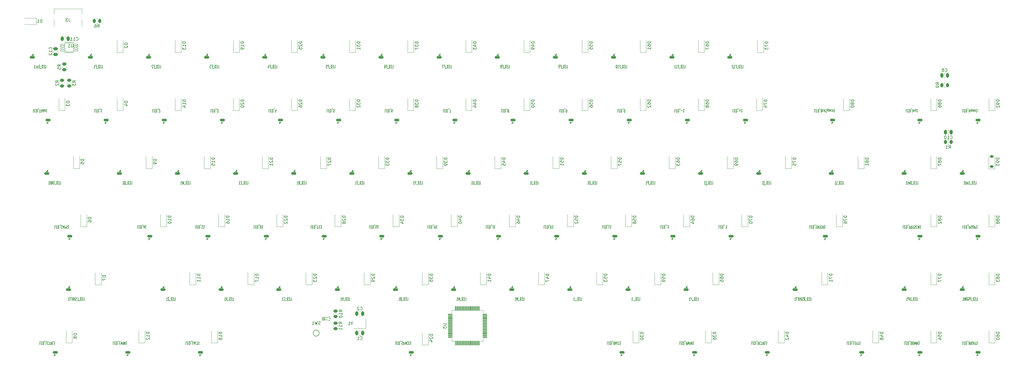
<source format=gbr>
%TF.GenerationSoftware,KiCad,Pcbnew,9.0.4*%
%TF.CreationDate,2025-09-14T19:43:05+01:00*%
%TF.ProjectId,keyboard,6b657962-6f61-4726-942e-6b696361645f,rev?*%
%TF.SameCoordinates,Original*%
%TF.FileFunction,Legend,Bot*%
%TF.FilePolarity,Positive*%
%FSLAX46Y46*%
G04 Gerber Fmt 4.6, Leading zero omitted, Abs format (unit mm)*
G04 Created by KiCad (PCBNEW 9.0.4) date 2025-09-14 19:43:05*
%MOMM*%
%LPD*%
G01*
G04 APERTURE LIST*
G04 Aperture macros list*
%AMRoundRect*
0 Rectangle with rounded corners*
0 $1 Rounding radius*
0 $2 $3 $4 $5 $6 $7 $8 $9 X,Y pos of 4 corners*
0 Add a 4 corners polygon primitive as box body*
4,1,4,$2,$3,$4,$5,$6,$7,$8,$9,$2,$3,0*
0 Add four circle primitives for the rounded corners*
1,1,$1+$1,$2,$3*
1,1,$1+$1,$4,$5*
1,1,$1+$1,$6,$7*
1,1,$1+$1,$8,$9*
0 Add four rect primitives between the rounded corners*
20,1,$1+$1,$2,$3,$4,$5,0*
20,1,$1+$1,$4,$5,$6,$7,0*
20,1,$1+$1,$6,$7,$8,$9,0*
20,1,$1+$1,$8,$9,$2,$3,0*%
%AMHorizOval*
0 Thick line with rounded ends*
0 $1 width*
0 $2 $3 position (X,Y) of the first rounded end (center of the circle)*
0 $4 $5 position (X,Y) of the second rounded end (center of the circle)*
0 Add line between two ends*
20,1,$1,$2,$3,$4,$5,0*
0 Add two circle primitives to create the rounded ends*
1,1,$1,$2,$3*
1,1,$1,$4,$5*%
G04 Aperture macros list end*
%ADD10C,0.150000*%
%ADD11C,0.100000*%
%ADD12C,0.120000*%
%ADD13C,0.127000*%
%ADD14C,1.750000*%
%ADD15C,3.987800*%
%ADD16HorizOval,2.250000X0.655001X0.730000X-0.655001X-0.730000X0*%
%ADD17C,2.250000*%
%ADD18HorizOval,2.250000X0.020000X0.290000X-0.020000X-0.290000X0*%
%ADD19C,3.048000*%
%ADD20R,1.700000X0.820000*%
%ADD21RoundRect,0.205000X-0.645000X-0.205000X0.645000X-0.205000X0.645000X0.205000X-0.645000X0.205000X0*%
%ADD22RoundRect,0.205000X0.645000X0.205000X-0.645000X0.205000X-0.645000X-0.205000X0.645000X-0.205000X0*%
%ADD23R,1.200000X0.900000*%
%ADD24RoundRect,0.250000X-0.450000X0.262500X-0.450000X-0.262500X0.450000X-0.262500X0.450000X0.262500X0*%
%ADD25R,1.400000X1.200000*%
%ADD26RoundRect,0.250000X0.250000X0.475000X-0.250000X0.475000X-0.250000X-0.475000X0.250000X-0.475000X0*%
%ADD27C,0.650000*%
%ADD28R,0.600000X1.240000*%
%ADD29R,0.300000X1.240000*%
%ADD30O,1.000000X1.800000*%
%ADD31O,1.000000X2.100000*%
%ADD32RoundRect,0.250000X-0.262500X-0.450000X0.262500X-0.450000X0.262500X0.450000X-0.262500X0.450000X0*%
%ADD33RoundRect,0.250000X0.450000X-0.262500X0.450000X0.262500X-0.450000X0.262500X-0.450000X-0.262500X0*%
%ADD34RoundRect,0.058800X0.691200X0.186200X-0.691200X0.186200X-0.691200X-0.186200X0.691200X-0.186200X0*%
%ADD35RoundRect,0.058800X-0.691200X-0.186200X0.691200X-0.186200X0.691200X0.186200X-0.691200X0.186200X0*%
%ADD36R,1.800000X1.100000*%
%ADD37RoundRect,0.250000X-0.250000X-0.475000X0.250000X-0.475000X0.250000X0.475000X-0.250000X0.475000X0*%
%ADD38RoundRect,0.028800X-0.301200X-0.131200X0.301200X-0.131200X0.301200X0.131200X-0.301200X0.131200X0*%
%ADD39RoundRect,0.046200X-0.283800X-0.163800X0.283800X-0.163800X0.283800X0.163800X-0.283800X0.163800X0*%
%ADD40RoundRect,0.075000X-0.075000X0.700000X-0.075000X-0.700000X0.075000X-0.700000X0.075000X0.700000X0*%
%ADD41RoundRect,0.075000X-0.700000X0.075000X-0.700000X-0.075000X0.700000X-0.075000X0.700000X0.075000X0*%
%ADD42RoundRect,0.250000X0.262500X0.450000X-0.262500X0.450000X-0.262500X-0.450000X0.262500X-0.450000X0*%
%ADD43R,0.900000X1.200000*%
%ADD44RoundRect,0.250000X0.475000X-0.250000X0.475000X0.250000X-0.475000X0.250000X-0.475000X-0.250000X0*%
%ADD45RoundRect,0.225000X0.375000X-0.225000X0.375000X0.225000X-0.375000X0.225000X-0.375000X-0.225000X0*%
G04 APERTURE END LIST*
D10*
X268603571Y-63126430D02*
X268317857Y-63126430D01*
X268317857Y-63126430D02*
X268317857Y-64126430D01*
X268803571Y-63650240D02*
X269003571Y-63650240D01*
X269089285Y-63126430D02*
X268803571Y-63126430D01*
X268803571Y-63126430D02*
X268803571Y-64126430D01*
X268803571Y-64126430D02*
X269089285Y-64126430D01*
X269346428Y-63126430D02*
X269346428Y-64126430D01*
X269346428Y-64126430D02*
X269489285Y-64126430D01*
X269489285Y-64126430D02*
X269574999Y-64078811D01*
X269574999Y-64078811D02*
X269632142Y-63983573D01*
X269632142Y-63983573D02*
X269660713Y-63888335D01*
X269660713Y-63888335D02*
X269689285Y-63697859D01*
X269689285Y-63697859D02*
X269689285Y-63555002D01*
X269689285Y-63555002D02*
X269660713Y-63364526D01*
X269660713Y-63364526D02*
X269632142Y-63269288D01*
X269632142Y-63269288D02*
X269574999Y-63174050D01*
X269574999Y-63174050D02*
X269489285Y-63126430D01*
X269489285Y-63126430D02*
X269346428Y-63126430D01*
X269803571Y-63031192D02*
X270260713Y-63031192D01*
X270403571Y-63650240D02*
X270860714Y-63650240D01*
X270860714Y-63364526D02*
X270403571Y-63364526D01*
X271460713Y-63126430D02*
X271117856Y-63126430D01*
X271289285Y-63126430D02*
X271289285Y-64126430D01*
X271289285Y-64126430D02*
X271232142Y-63983573D01*
X271232142Y-63983573D02*
X271174999Y-63888335D01*
X271174999Y-63888335D02*
X271117856Y-63840716D01*
X293734821Y-125786069D02*
X294020535Y-125786069D01*
X294020535Y-125786069D02*
X294020535Y-124786069D01*
X293534821Y-125262259D02*
X293334821Y-125262259D01*
X293249107Y-125786069D02*
X293534821Y-125786069D01*
X293534821Y-125786069D02*
X293534821Y-124786069D01*
X293534821Y-124786069D02*
X293249107Y-124786069D01*
X292991964Y-125786069D02*
X292991964Y-124786069D01*
X292991964Y-124786069D02*
X292849107Y-124786069D01*
X292849107Y-124786069D02*
X292763393Y-124833688D01*
X292763393Y-124833688D02*
X292706250Y-124928926D01*
X292706250Y-124928926D02*
X292677679Y-125024164D01*
X292677679Y-125024164D02*
X292649107Y-125214640D01*
X292649107Y-125214640D02*
X292649107Y-125357497D01*
X292649107Y-125357497D02*
X292677679Y-125547973D01*
X292677679Y-125547973D02*
X292706250Y-125643211D01*
X292706250Y-125643211D02*
X292763393Y-125738450D01*
X292763393Y-125738450D02*
X292849107Y-125786069D01*
X292849107Y-125786069D02*
X292991964Y-125786069D01*
X292534822Y-125881307D02*
X292077679Y-125881307D01*
X291591964Y-125786069D02*
X291791964Y-125309878D01*
X291934821Y-125786069D02*
X291934821Y-124786069D01*
X291934821Y-124786069D02*
X291706250Y-124786069D01*
X291706250Y-124786069D02*
X291649107Y-124833688D01*
X291649107Y-124833688D02*
X291620536Y-124881307D01*
X291620536Y-124881307D02*
X291591964Y-124976545D01*
X291591964Y-124976545D02*
X291591964Y-125119402D01*
X291591964Y-125119402D02*
X291620536Y-125214640D01*
X291620536Y-125214640D02*
X291649107Y-125262259D01*
X291649107Y-125262259D02*
X291706250Y-125309878D01*
X291706250Y-125309878D02*
X291934821Y-125309878D01*
X291363393Y-125738450D02*
X291277679Y-125786069D01*
X291277679Y-125786069D02*
X291134821Y-125786069D01*
X291134821Y-125786069D02*
X291077679Y-125738450D01*
X291077679Y-125738450D02*
X291049107Y-125690830D01*
X291049107Y-125690830D02*
X291020536Y-125595592D01*
X291020536Y-125595592D02*
X291020536Y-125500354D01*
X291020536Y-125500354D02*
X291049107Y-125405116D01*
X291049107Y-125405116D02*
X291077679Y-125357497D01*
X291077679Y-125357497D02*
X291134821Y-125309878D01*
X291134821Y-125309878D02*
X291249107Y-125262259D01*
X291249107Y-125262259D02*
X291306250Y-125214640D01*
X291306250Y-125214640D02*
X291334821Y-125167021D01*
X291334821Y-125167021D02*
X291363393Y-125071783D01*
X291363393Y-125071783D02*
X291363393Y-124976545D01*
X291363393Y-124976545D02*
X291334821Y-124881307D01*
X291334821Y-124881307D02*
X291306250Y-124833688D01*
X291306250Y-124833688D02*
X291249107Y-124786069D01*
X291249107Y-124786069D02*
X291106250Y-124786069D01*
X291106250Y-124786069D02*
X291020536Y-124833688D01*
X290763392Y-125786069D02*
X290763392Y-124786069D01*
X290763392Y-125262259D02*
X290420535Y-125262259D01*
X290420535Y-125786069D02*
X290420535Y-124786069D01*
X290134821Y-125786069D02*
X290134821Y-124786069D01*
X289649107Y-125262259D02*
X289849107Y-125262259D01*
X289849107Y-125786069D02*
X289849107Y-124786069D01*
X289849107Y-124786069D02*
X289563393Y-124786069D01*
X289420536Y-124786069D02*
X289077679Y-124786069D01*
X289249107Y-125786069D02*
X289249107Y-124786069D01*
X288563393Y-125786069D02*
X288906250Y-125786069D01*
X288734821Y-125786069D02*
X288734821Y-124786069D01*
X288734821Y-124786069D02*
X288791964Y-124928926D01*
X288791964Y-124928926D02*
X288849107Y-125024164D01*
X288849107Y-125024164D02*
X288906250Y-125071783D01*
X188986069Y-117149714D02*
X187986069Y-117149714D01*
X187986069Y-117149714D02*
X187986069Y-117387809D01*
X187986069Y-117387809D02*
X188033688Y-117530666D01*
X188033688Y-117530666D02*
X188128926Y-117625904D01*
X188128926Y-117625904D02*
X188224164Y-117673523D01*
X188224164Y-117673523D02*
X188414640Y-117721142D01*
X188414640Y-117721142D02*
X188557497Y-117721142D01*
X188557497Y-117721142D02*
X188747973Y-117673523D01*
X188747973Y-117673523D02*
X188843211Y-117625904D01*
X188843211Y-117625904D02*
X188938450Y-117530666D01*
X188938450Y-117530666D02*
X188986069Y-117387809D01*
X188986069Y-117387809D02*
X188986069Y-117149714D01*
X188319402Y-118578285D02*
X188986069Y-118578285D01*
X187938450Y-118340190D02*
X188652735Y-118102095D01*
X188652735Y-118102095D02*
X188652735Y-118721142D01*
X188986069Y-119625904D02*
X188986069Y-119054476D01*
X188986069Y-119340190D02*
X187986069Y-119340190D01*
X187986069Y-119340190D02*
X188128926Y-119244952D01*
X188128926Y-119244952D02*
X188224164Y-119149714D01*
X188224164Y-119149714D02*
X188271783Y-119054476D01*
X48017319Y-49045833D02*
X47541128Y-48712500D01*
X48017319Y-48474405D02*
X47017319Y-48474405D01*
X47017319Y-48474405D02*
X47017319Y-48855357D01*
X47017319Y-48855357D02*
X47064938Y-48950595D01*
X47064938Y-48950595D02*
X47112557Y-48998214D01*
X47112557Y-48998214D02*
X47207795Y-49045833D01*
X47207795Y-49045833D02*
X47350652Y-49045833D01*
X47350652Y-49045833D02*
X47445890Y-48998214D01*
X47445890Y-48998214D02*
X47493509Y-48950595D01*
X47493509Y-48950595D02*
X47541128Y-48855357D01*
X47541128Y-48855357D02*
X47541128Y-48474405D01*
X47017319Y-49950595D02*
X47017319Y-49474405D01*
X47017319Y-49474405D02*
X47493509Y-49426786D01*
X47493509Y-49426786D02*
X47445890Y-49474405D01*
X47445890Y-49474405D02*
X47398271Y-49569643D01*
X47398271Y-49569643D02*
X47398271Y-49807738D01*
X47398271Y-49807738D02*
X47445890Y-49902976D01*
X47445890Y-49902976D02*
X47493509Y-49950595D01*
X47493509Y-49950595D02*
X47588747Y-49998214D01*
X47588747Y-49998214D02*
X47826842Y-49998214D01*
X47826842Y-49998214D02*
X47922080Y-49950595D01*
X47922080Y-49950595D02*
X47969700Y-49902976D01*
X47969700Y-49902976D02*
X48017319Y-49807738D01*
X48017319Y-49807738D02*
X48017319Y-49569643D01*
X48017319Y-49569643D02*
X47969700Y-49474405D01*
X47969700Y-49474405D02*
X47922080Y-49426786D01*
X161537499Y-125786069D02*
X161823213Y-125786069D01*
X161823213Y-125786069D02*
X161823213Y-124786069D01*
X161337499Y-125262259D02*
X161137499Y-125262259D01*
X161051785Y-125786069D02*
X161337499Y-125786069D01*
X161337499Y-125786069D02*
X161337499Y-124786069D01*
X161337499Y-124786069D02*
X161051785Y-124786069D01*
X160794642Y-125786069D02*
X160794642Y-124786069D01*
X160794642Y-124786069D02*
X160651785Y-124786069D01*
X160651785Y-124786069D02*
X160566071Y-124833688D01*
X160566071Y-124833688D02*
X160508928Y-124928926D01*
X160508928Y-124928926D02*
X160480357Y-125024164D01*
X160480357Y-125024164D02*
X160451785Y-125214640D01*
X160451785Y-125214640D02*
X160451785Y-125357497D01*
X160451785Y-125357497D02*
X160480357Y-125547973D01*
X160480357Y-125547973D02*
X160508928Y-125643211D01*
X160508928Y-125643211D02*
X160566071Y-125738450D01*
X160566071Y-125738450D02*
X160651785Y-125786069D01*
X160651785Y-125786069D02*
X160794642Y-125786069D01*
X160337500Y-125881307D02*
X159880357Y-125881307D01*
X159537499Y-125262259D02*
X159451785Y-125309878D01*
X159451785Y-125309878D02*
X159423214Y-125357497D01*
X159423214Y-125357497D02*
X159394642Y-125452735D01*
X159394642Y-125452735D02*
X159394642Y-125595592D01*
X159394642Y-125595592D02*
X159423214Y-125690830D01*
X159423214Y-125690830D02*
X159451785Y-125738450D01*
X159451785Y-125738450D02*
X159508928Y-125786069D01*
X159508928Y-125786069D02*
X159737499Y-125786069D01*
X159737499Y-125786069D02*
X159737499Y-124786069D01*
X159737499Y-124786069D02*
X159537499Y-124786069D01*
X159537499Y-124786069D02*
X159480357Y-124833688D01*
X159480357Y-124833688D02*
X159451785Y-124881307D01*
X159451785Y-124881307D02*
X159423214Y-124976545D01*
X159423214Y-124976545D02*
X159423214Y-125071783D01*
X159423214Y-125071783D02*
X159451785Y-125167021D01*
X159451785Y-125167021D02*
X159480357Y-125214640D01*
X159480357Y-125214640D02*
X159537499Y-125262259D01*
X159537499Y-125262259D02*
X159737499Y-125262259D01*
X158823214Y-125786069D02*
X159166071Y-125786069D01*
X158994642Y-125786069D02*
X158994642Y-124786069D01*
X158994642Y-124786069D02*
X159051785Y-124928926D01*
X159051785Y-124928926D02*
X159108928Y-125024164D01*
X159108928Y-125024164D02*
X159166071Y-125071783D01*
X46375892Y-101226430D02*
X46090178Y-101226430D01*
X46090178Y-101226430D02*
X46090178Y-102226430D01*
X46575892Y-101750240D02*
X46775892Y-101750240D01*
X46861606Y-101226430D02*
X46575892Y-101226430D01*
X46575892Y-101226430D02*
X46575892Y-102226430D01*
X46575892Y-102226430D02*
X46861606Y-102226430D01*
X47118749Y-101226430D02*
X47118749Y-102226430D01*
X47118749Y-102226430D02*
X47261606Y-102226430D01*
X47261606Y-102226430D02*
X47347320Y-102178811D01*
X47347320Y-102178811D02*
X47404463Y-102083573D01*
X47404463Y-102083573D02*
X47433034Y-101988335D01*
X47433034Y-101988335D02*
X47461606Y-101797859D01*
X47461606Y-101797859D02*
X47461606Y-101655002D01*
X47461606Y-101655002D02*
X47433034Y-101464526D01*
X47433034Y-101464526D02*
X47404463Y-101369288D01*
X47404463Y-101369288D02*
X47347320Y-101274050D01*
X47347320Y-101274050D02*
X47261606Y-101226430D01*
X47261606Y-101226430D02*
X47118749Y-101226430D01*
X47575892Y-101131192D02*
X48033034Y-101131192D01*
X48518749Y-101321669D02*
X48490177Y-101274050D01*
X48490177Y-101274050D02*
X48404463Y-101226430D01*
X48404463Y-101226430D02*
X48347320Y-101226430D01*
X48347320Y-101226430D02*
X48261606Y-101274050D01*
X48261606Y-101274050D02*
X48204463Y-101369288D01*
X48204463Y-101369288D02*
X48175892Y-101464526D01*
X48175892Y-101464526D02*
X48147320Y-101655002D01*
X48147320Y-101655002D02*
X48147320Y-101797859D01*
X48147320Y-101797859D02*
X48175892Y-101988335D01*
X48175892Y-101988335D02*
X48204463Y-102083573D01*
X48204463Y-102083573D02*
X48261606Y-102178811D01*
X48261606Y-102178811D02*
X48347320Y-102226430D01*
X48347320Y-102226430D02*
X48404463Y-102226430D01*
X48404463Y-102226430D02*
X48490177Y-102178811D01*
X48490177Y-102178811D02*
X48518749Y-102131192D01*
X48747320Y-101512145D02*
X49033035Y-101512145D01*
X48690177Y-101226430D02*
X48890177Y-102226430D01*
X48890177Y-102226430D02*
X49090177Y-101226430D01*
X49290178Y-101226430D02*
X49290178Y-102226430D01*
X49290178Y-102226430D02*
X49518749Y-102226430D01*
X49518749Y-102226430D02*
X49575892Y-102178811D01*
X49575892Y-102178811D02*
X49604463Y-102131192D01*
X49604463Y-102131192D02*
X49633035Y-102035954D01*
X49633035Y-102035954D02*
X49633035Y-101893097D01*
X49633035Y-101893097D02*
X49604463Y-101797859D01*
X49604463Y-101797859D02*
X49575892Y-101750240D01*
X49575892Y-101750240D02*
X49518749Y-101702621D01*
X49518749Y-101702621D02*
X49290178Y-101702621D01*
X49861606Y-101274050D02*
X49947321Y-101226430D01*
X49947321Y-101226430D02*
X50090178Y-101226430D01*
X50090178Y-101226430D02*
X50147321Y-101274050D01*
X50147321Y-101274050D02*
X50175892Y-101321669D01*
X50175892Y-101321669D02*
X50204463Y-101416907D01*
X50204463Y-101416907D02*
X50204463Y-101512145D01*
X50204463Y-101512145D02*
X50175892Y-101607383D01*
X50175892Y-101607383D02*
X50147321Y-101655002D01*
X50147321Y-101655002D02*
X50090178Y-101702621D01*
X50090178Y-101702621D02*
X49975892Y-101750240D01*
X49975892Y-101750240D02*
X49918749Y-101797859D01*
X49918749Y-101797859D02*
X49890178Y-101845478D01*
X49890178Y-101845478D02*
X49861606Y-101940716D01*
X49861606Y-101940716D02*
X49861606Y-102035954D01*
X49861606Y-102035954D02*
X49890178Y-102131192D01*
X49890178Y-102131192D02*
X49918749Y-102178811D01*
X49918749Y-102178811D02*
X49975892Y-102226430D01*
X49975892Y-102226430D02*
X50118749Y-102226430D01*
X50118749Y-102226430D02*
X50204463Y-102178811D01*
X50775892Y-101226430D02*
X50433035Y-101226430D01*
X50604464Y-101226430D02*
X50604464Y-102226430D01*
X50604464Y-102226430D02*
X50547321Y-102083573D01*
X50547321Y-102083573D02*
X50490178Y-101988335D01*
X50490178Y-101988335D02*
X50433035Y-101940716D01*
X55636069Y-79525905D02*
X54636069Y-79525905D01*
X54636069Y-79525905D02*
X54636069Y-79764000D01*
X54636069Y-79764000D02*
X54683688Y-79906857D01*
X54683688Y-79906857D02*
X54778926Y-80002095D01*
X54778926Y-80002095D02*
X54874164Y-80049714D01*
X54874164Y-80049714D02*
X55064640Y-80097333D01*
X55064640Y-80097333D02*
X55207497Y-80097333D01*
X55207497Y-80097333D02*
X55397973Y-80049714D01*
X55397973Y-80049714D02*
X55493211Y-80002095D01*
X55493211Y-80002095D02*
X55588450Y-79906857D01*
X55588450Y-79906857D02*
X55636069Y-79764000D01*
X55636069Y-79764000D02*
X55636069Y-79525905D01*
X54636069Y-81002095D02*
X54636069Y-80525905D01*
X54636069Y-80525905D02*
X55112259Y-80478286D01*
X55112259Y-80478286D02*
X55064640Y-80525905D01*
X55064640Y-80525905D02*
X55017021Y-80621143D01*
X55017021Y-80621143D02*
X55017021Y-80859238D01*
X55017021Y-80859238D02*
X55064640Y-80954476D01*
X55064640Y-80954476D02*
X55112259Y-81002095D01*
X55112259Y-81002095D02*
X55207497Y-81049714D01*
X55207497Y-81049714D02*
X55445592Y-81049714D01*
X55445592Y-81049714D02*
X55540830Y-81002095D01*
X55540830Y-81002095D02*
X55588450Y-80954476D01*
X55588450Y-80954476D02*
X55636069Y-80859238D01*
X55636069Y-80859238D02*
X55636069Y-80621143D01*
X55636069Y-80621143D02*
X55588450Y-80525905D01*
X55588450Y-80525905D02*
X55540830Y-80478286D01*
X77067319Y-136199714D02*
X76067319Y-136199714D01*
X76067319Y-136199714D02*
X76067319Y-136437809D01*
X76067319Y-136437809D02*
X76114938Y-136580666D01*
X76114938Y-136580666D02*
X76210176Y-136675904D01*
X76210176Y-136675904D02*
X76305414Y-136723523D01*
X76305414Y-136723523D02*
X76495890Y-136771142D01*
X76495890Y-136771142D02*
X76638747Y-136771142D01*
X76638747Y-136771142D02*
X76829223Y-136723523D01*
X76829223Y-136723523D02*
X76924461Y-136675904D01*
X76924461Y-136675904D02*
X77019700Y-136580666D01*
X77019700Y-136580666D02*
X77067319Y-136437809D01*
X77067319Y-136437809D02*
X77067319Y-136199714D01*
X77067319Y-137723523D02*
X77067319Y-137152095D01*
X77067319Y-137437809D02*
X76067319Y-137437809D01*
X76067319Y-137437809D02*
X76210176Y-137342571D01*
X76210176Y-137342571D02*
X76305414Y-137247333D01*
X76305414Y-137247333D02*
X76353033Y-137152095D01*
X76162557Y-138104476D02*
X76114938Y-138152095D01*
X76114938Y-138152095D02*
X76067319Y-138247333D01*
X76067319Y-138247333D02*
X76067319Y-138485428D01*
X76067319Y-138485428D02*
X76114938Y-138580666D01*
X76114938Y-138580666D02*
X76162557Y-138628285D01*
X76162557Y-138628285D02*
X76257795Y-138675904D01*
X76257795Y-138675904D02*
X76353033Y-138675904D01*
X76353033Y-138675904D02*
X76495890Y-138628285D01*
X76495890Y-138628285D02*
X77067319Y-138056857D01*
X77067319Y-138056857D02*
X77067319Y-138675904D01*
X249553571Y-63126430D02*
X249267857Y-63126430D01*
X249267857Y-63126430D02*
X249267857Y-64126430D01*
X249753571Y-63650240D02*
X249953571Y-63650240D01*
X250039285Y-63126430D02*
X249753571Y-63126430D01*
X249753571Y-63126430D02*
X249753571Y-64126430D01*
X249753571Y-64126430D02*
X250039285Y-64126430D01*
X250296428Y-63126430D02*
X250296428Y-64126430D01*
X250296428Y-64126430D02*
X250439285Y-64126430D01*
X250439285Y-64126430D02*
X250524999Y-64078811D01*
X250524999Y-64078811D02*
X250582142Y-63983573D01*
X250582142Y-63983573D02*
X250610713Y-63888335D01*
X250610713Y-63888335D02*
X250639285Y-63697859D01*
X250639285Y-63697859D02*
X250639285Y-63555002D01*
X250639285Y-63555002D02*
X250610713Y-63364526D01*
X250610713Y-63364526D02*
X250582142Y-63269288D01*
X250582142Y-63269288D02*
X250524999Y-63174050D01*
X250524999Y-63174050D02*
X250439285Y-63126430D01*
X250439285Y-63126430D02*
X250296428Y-63126430D01*
X250753571Y-63031192D02*
X251210713Y-63031192D01*
X251353571Y-63507383D02*
X251810714Y-63507383D01*
X252410713Y-63126430D02*
X252067856Y-63126430D01*
X252239285Y-63126430D02*
X252239285Y-64126430D01*
X252239285Y-64126430D02*
X252182142Y-63983573D01*
X252182142Y-63983573D02*
X252124999Y-63888335D01*
X252124999Y-63888335D02*
X252067856Y-63840716D01*
X117548569Y-79049714D02*
X116548569Y-79049714D01*
X116548569Y-79049714D02*
X116548569Y-79287809D01*
X116548569Y-79287809D02*
X116596188Y-79430666D01*
X116596188Y-79430666D02*
X116691426Y-79525904D01*
X116691426Y-79525904D02*
X116786664Y-79573523D01*
X116786664Y-79573523D02*
X116977140Y-79621142D01*
X116977140Y-79621142D02*
X117119997Y-79621142D01*
X117119997Y-79621142D02*
X117310473Y-79573523D01*
X117310473Y-79573523D02*
X117405711Y-79525904D01*
X117405711Y-79525904D02*
X117500950Y-79430666D01*
X117500950Y-79430666D02*
X117548569Y-79287809D01*
X117548569Y-79287809D02*
X117548569Y-79049714D01*
X116643807Y-80002095D02*
X116596188Y-80049714D01*
X116596188Y-80049714D02*
X116548569Y-80144952D01*
X116548569Y-80144952D02*
X116548569Y-80383047D01*
X116548569Y-80383047D02*
X116596188Y-80478285D01*
X116596188Y-80478285D02*
X116643807Y-80525904D01*
X116643807Y-80525904D02*
X116739045Y-80573523D01*
X116739045Y-80573523D02*
X116834283Y-80573523D01*
X116834283Y-80573523D02*
X116977140Y-80525904D01*
X116977140Y-80525904D02*
X117548569Y-79954476D01*
X117548569Y-79954476D02*
X117548569Y-80573523D01*
X117548569Y-81525904D02*
X117548569Y-80954476D01*
X117548569Y-81240190D02*
X116548569Y-81240190D01*
X116548569Y-81240190D02*
X116691426Y-81144952D01*
X116691426Y-81144952D02*
X116786664Y-81049714D01*
X116786664Y-81049714D02*
X116834283Y-80954476D01*
X280499999Y-87686069D02*
X280785713Y-87686069D01*
X280785713Y-87686069D02*
X280785713Y-86686069D01*
X280299999Y-87162259D02*
X280099999Y-87162259D01*
X280014285Y-87686069D02*
X280299999Y-87686069D01*
X280299999Y-87686069D02*
X280299999Y-86686069D01*
X280299999Y-86686069D02*
X280014285Y-86686069D01*
X279757142Y-87686069D02*
X279757142Y-86686069D01*
X279757142Y-86686069D02*
X279614285Y-86686069D01*
X279614285Y-86686069D02*
X279528571Y-86733688D01*
X279528571Y-86733688D02*
X279471428Y-86828926D01*
X279471428Y-86828926D02*
X279442857Y-86924164D01*
X279442857Y-86924164D02*
X279414285Y-87114640D01*
X279414285Y-87114640D02*
X279414285Y-87257497D01*
X279414285Y-87257497D02*
X279442857Y-87447973D01*
X279442857Y-87447973D02*
X279471428Y-87543211D01*
X279471428Y-87543211D02*
X279528571Y-87638450D01*
X279528571Y-87638450D02*
X279614285Y-87686069D01*
X279614285Y-87686069D02*
X279757142Y-87686069D01*
X279300000Y-87781307D02*
X278842857Y-87781307D01*
X278757142Y-88019402D02*
X278614285Y-88019402D01*
X278614285Y-88019402D02*
X278614285Y-86590830D01*
X278614285Y-86590830D02*
X278757142Y-86590830D01*
X277985714Y-87686069D02*
X278328571Y-87686069D01*
X278157142Y-87686069D02*
X278157142Y-86686069D01*
X278157142Y-86686069D02*
X278214285Y-86828926D01*
X278214285Y-86828926D02*
X278271428Y-86924164D01*
X278271428Y-86924164D02*
X278328571Y-86971783D01*
X336623569Y-59999714D02*
X335623569Y-59999714D01*
X335623569Y-59999714D02*
X335623569Y-60237809D01*
X335623569Y-60237809D02*
X335671188Y-60380666D01*
X335671188Y-60380666D02*
X335766426Y-60475904D01*
X335766426Y-60475904D02*
X335861664Y-60523523D01*
X335861664Y-60523523D02*
X336052140Y-60571142D01*
X336052140Y-60571142D02*
X336194997Y-60571142D01*
X336194997Y-60571142D02*
X336385473Y-60523523D01*
X336385473Y-60523523D02*
X336480711Y-60475904D01*
X336480711Y-60475904D02*
X336575950Y-60380666D01*
X336575950Y-60380666D02*
X336623569Y-60237809D01*
X336623569Y-60237809D02*
X336623569Y-59999714D01*
X336052140Y-61142571D02*
X336004521Y-61047333D01*
X336004521Y-61047333D02*
X335956902Y-60999714D01*
X335956902Y-60999714D02*
X335861664Y-60952095D01*
X335861664Y-60952095D02*
X335814045Y-60952095D01*
X335814045Y-60952095D02*
X335718807Y-60999714D01*
X335718807Y-60999714D02*
X335671188Y-61047333D01*
X335671188Y-61047333D02*
X335623569Y-61142571D01*
X335623569Y-61142571D02*
X335623569Y-61333047D01*
X335623569Y-61333047D02*
X335671188Y-61428285D01*
X335671188Y-61428285D02*
X335718807Y-61475904D01*
X335718807Y-61475904D02*
X335814045Y-61523523D01*
X335814045Y-61523523D02*
X335861664Y-61523523D01*
X335861664Y-61523523D02*
X335956902Y-61475904D01*
X335956902Y-61475904D02*
X336004521Y-61428285D01*
X336004521Y-61428285D02*
X336052140Y-61333047D01*
X336052140Y-61333047D02*
X336052140Y-61142571D01*
X336052140Y-61142571D02*
X336099759Y-61047333D01*
X336099759Y-61047333D02*
X336147378Y-60999714D01*
X336147378Y-60999714D02*
X336242616Y-60952095D01*
X336242616Y-60952095D02*
X336433092Y-60952095D01*
X336433092Y-60952095D02*
X336528330Y-60999714D01*
X336528330Y-60999714D02*
X336575950Y-61047333D01*
X336575950Y-61047333D02*
X336623569Y-61142571D01*
X336623569Y-61142571D02*
X336623569Y-61333047D01*
X336623569Y-61333047D02*
X336575950Y-61428285D01*
X336575950Y-61428285D02*
X336528330Y-61475904D01*
X336528330Y-61475904D02*
X336433092Y-61523523D01*
X336433092Y-61523523D02*
X336242616Y-61523523D01*
X336242616Y-61523523D02*
X336147378Y-61475904D01*
X336147378Y-61475904D02*
X336099759Y-61428285D01*
X336099759Y-61428285D02*
X336052140Y-61333047D01*
X335623569Y-62380666D02*
X335623569Y-62190190D01*
X335623569Y-62190190D02*
X335671188Y-62094952D01*
X335671188Y-62094952D02*
X335718807Y-62047333D01*
X335718807Y-62047333D02*
X335861664Y-61952095D01*
X335861664Y-61952095D02*
X336052140Y-61904476D01*
X336052140Y-61904476D02*
X336433092Y-61904476D01*
X336433092Y-61904476D02*
X336528330Y-61952095D01*
X336528330Y-61952095D02*
X336575950Y-61999714D01*
X336575950Y-61999714D02*
X336623569Y-62094952D01*
X336623569Y-62094952D02*
X336623569Y-62285428D01*
X336623569Y-62285428D02*
X336575950Y-62380666D01*
X336575950Y-62380666D02*
X336528330Y-62428285D01*
X336528330Y-62428285D02*
X336433092Y-62475904D01*
X336433092Y-62475904D02*
X336194997Y-62475904D01*
X336194997Y-62475904D02*
X336099759Y-62428285D01*
X336099759Y-62428285D02*
X336052140Y-62380666D01*
X336052140Y-62380666D02*
X336004521Y-62285428D01*
X336004521Y-62285428D02*
X336004521Y-62094952D01*
X336004521Y-62094952D02*
X336052140Y-61999714D01*
X336052140Y-61999714D02*
X336099759Y-61952095D01*
X336099759Y-61952095D02*
X336194997Y-61904476D01*
X343932143Y-63126430D02*
X343646429Y-63126430D01*
X343646429Y-63126430D02*
X343646429Y-64126430D01*
X344132143Y-63650240D02*
X344332143Y-63650240D01*
X344417857Y-63126430D02*
X344132143Y-63126430D01*
X344132143Y-63126430D02*
X344132143Y-64126430D01*
X344132143Y-64126430D02*
X344417857Y-64126430D01*
X344675000Y-63126430D02*
X344675000Y-64126430D01*
X344675000Y-64126430D02*
X344817857Y-64126430D01*
X344817857Y-64126430D02*
X344903571Y-64078811D01*
X344903571Y-64078811D02*
X344960714Y-63983573D01*
X344960714Y-63983573D02*
X344989285Y-63888335D01*
X344989285Y-63888335D02*
X345017857Y-63697859D01*
X345017857Y-63697859D02*
X345017857Y-63555002D01*
X345017857Y-63555002D02*
X344989285Y-63364526D01*
X344989285Y-63364526D02*
X344960714Y-63269288D01*
X344960714Y-63269288D02*
X344903571Y-63174050D01*
X344903571Y-63174050D02*
X344817857Y-63126430D01*
X344817857Y-63126430D02*
X344675000Y-63126430D01*
X345132143Y-63031192D02*
X345589285Y-63031192D01*
X345732143Y-63126430D02*
X345732143Y-64126430D01*
X345732143Y-63650240D02*
X346075000Y-63650240D01*
X346075000Y-63126430D02*
X346075000Y-64126430D01*
X346446428Y-63126430D02*
X346389285Y-63174050D01*
X346389285Y-63174050D02*
X346360714Y-63221669D01*
X346360714Y-63221669D02*
X346332142Y-63316907D01*
X346332142Y-63316907D02*
X346332142Y-63602621D01*
X346332142Y-63602621D02*
X346360714Y-63697859D01*
X346360714Y-63697859D02*
X346389285Y-63745478D01*
X346389285Y-63745478D02*
X346446428Y-63793097D01*
X346446428Y-63793097D02*
X346532142Y-63793097D01*
X346532142Y-63793097D02*
X346589285Y-63745478D01*
X346589285Y-63745478D02*
X346617857Y-63697859D01*
X346617857Y-63697859D02*
X346646428Y-63602621D01*
X346646428Y-63602621D02*
X346646428Y-63316907D01*
X346646428Y-63316907D02*
X346617857Y-63221669D01*
X346617857Y-63221669D02*
X346589285Y-63174050D01*
X346589285Y-63174050D02*
X346532142Y-63126430D01*
X346532142Y-63126430D02*
X346446428Y-63126430D01*
X346903571Y-63126430D02*
X346903571Y-63793097D01*
X346903571Y-63697859D02*
X346932142Y-63745478D01*
X346932142Y-63745478D02*
X346989285Y-63793097D01*
X346989285Y-63793097D02*
X347074999Y-63793097D01*
X347074999Y-63793097D02*
X347132142Y-63745478D01*
X347132142Y-63745478D02*
X347160714Y-63650240D01*
X347160714Y-63650240D02*
X347160714Y-63126430D01*
X347160714Y-63650240D02*
X347189285Y-63745478D01*
X347189285Y-63745478D02*
X347246428Y-63793097D01*
X347246428Y-63793097D02*
X347332142Y-63793097D01*
X347332142Y-63793097D02*
X347389285Y-63745478D01*
X347389285Y-63745478D02*
X347417856Y-63650240D01*
X347417856Y-63650240D02*
X347417856Y-63126430D01*
X347932142Y-63174050D02*
X347874999Y-63126430D01*
X347874999Y-63126430D02*
X347760714Y-63126430D01*
X347760714Y-63126430D02*
X347703571Y-63174050D01*
X347703571Y-63174050D02*
X347674999Y-63269288D01*
X347674999Y-63269288D02*
X347674999Y-63650240D01*
X347674999Y-63650240D02*
X347703571Y-63745478D01*
X347703571Y-63745478D02*
X347760714Y-63793097D01*
X347760714Y-63793097D02*
X347874999Y-63793097D01*
X347874999Y-63793097D02*
X347932142Y-63745478D01*
X347932142Y-63745478D02*
X347960714Y-63650240D01*
X347960714Y-63650240D02*
X347960714Y-63555002D01*
X347960714Y-63555002D02*
X347674999Y-63459764D01*
X348532142Y-63126430D02*
X348189285Y-63126430D01*
X348360714Y-63126430D02*
X348360714Y-64126430D01*
X348360714Y-64126430D02*
X348303571Y-63983573D01*
X348303571Y-63983573D02*
X348246428Y-63888335D01*
X348246428Y-63888335D02*
X348189285Y-63840716D01*
X355673569Y-136199714D02*
X354673569Y-136199714D01*
X354673569Y-136199714D02*
X354673569Y-136437809D01*
X354673569Y-136437809D02*
X354721188Y-136580666D01*
X354721188Y-136580666D02*
X354816426Y-136675904D01*
X354816426Y-136675904D02*
X354911664Y-136723523D01*
X354911664Y-136723523D02*
X355102140Y-136771142D01*
X355102140Y-136771142D02*
X355244997Y-136771142D01*
X355244997Y-136771142D02*
X355435473Y-136723523D01*
X355435473Y-136723523D02*
X355530711Y-136675904D01*
X355530711Y-136675904D02*
X355625950Y-136580666D01*
X355625950Y-136580666D02*
X355673569Y-136437809D01*
X355673569Y-136437809D02*
X355673569Y-136199714D01*
X354673569Y-137628285D02*
X354673569Y-137437809D01*
X354673569Y-137437809D02*
X354721188Y-137342571D01*
X354721188Y-137342571D02*
X354768807Y-137294952D01*
X354768807Y-137294952D02*
X354911664Y-137199714D01*
X354911664Y-137199714D02*
X355102140Y-137152095D01*
X355102140Y-137152095D02*
X355483092Y-137152095D01*
X355483092Y-137152095D02*
X355578330Y-137199714D01*
X355578330Y-137199714D02*
X355625950Y-137247333D01*
X355625950Y-137247333D02*
X355673569Y-137342571D01*
X355673569Y-137342571D02*
X355673569Y-137533047D01*
X355673569Y-137533047D02*
X355625950Y-137628285D01*
X355625950Y-137628285D02*
X355578330Y-137675904D01*
X355578330Y-137675904D02*
X355483092Y-137723523D01*
X355483092Y-137723523D02*
X355244997Y-137723523D01*
X355244997Y-137723523D02*
X355149759Y-137675904D01*
X355149759Y-137675904D02*
X355102140Y-137628285D01*
X355102140Y-137628285D02*
X355054521Y-137533047D01*
X355054521Y-137533047D02*
X355054521Y-137342571D01*
X355054521Y-137342571D02*
X355102140Y-137247333D01*
X355102140Y-137247333D02*
X355149759Y-137199714D01*
X355149759Y-137199714D02*
X355244997Y-137152095D01*
X354673569Y-138342571D02*
X354673569Y-138437809D01*
X354673569Y-138437809D02*
X354721188Y-138533047D01*
X354721188Y-138533047D02*
X354768807Y-138580666D01*
X354768807Y-138580666D02*
X354864045Y-138628285D01*
X354864045Y-138628285D02*
X355054521Y-138675904D01*
X355054521Y-138675904D02*
X355292616Y-138675904D01*
X355292616Y-138675904D02*
X355483092Y-138628285D01*
X355483092Y-138628285D02*
X355578330Y-138580666D01*
X355578330Y-138580666D02*
X355625950Y-138533047D01*
X355625950Y-138533047D02*
X355673569Y-138437809D01*
X355673569Y-138437809D02*
X355673569Y-138342571D01*
X355673569Y-138342571D02*
X355625950Y-138247333D01*
X355625950Y-138247333D02*
X355578330Y-138199714D01*
X355578330Y-138199714D02*
X355483092Y-138152095D01*
X355483092Y-138152095D02*
X355292616Y-138104476D01*
X355292616Y-138104476D02*
X355054521Y-138104476D01*
X355054521Y-138104476D02*
X354864045Y-138152095D01*
X354864045Y-138152095D02*
X354768807Y-138199714D01*
X354768807Y-138199714D02*
X354721188Y-138247333D01*
X354721188Y-138247333D02*
X354673569Y-138342571D01*
X155648569Y-79049714D02*
X154648569Y-79049714D01*
X154648569Y-79049714D02*
X154648569Y-79287809D01*
X154648569Y-79287809D02*
X154696188Y-79430666D01*
X154696188Y-79430666D02*
X154791426Y-79525904D01*
X154791426Y-79525904D02*
X154886664Y-79573523D01*
X154886664Y-79573523D02*
X155077140Y-79621142D01*
X155077140Y-79621142D02*
X155219997Y-79621142D01*
X155219997Y-79621142D02*
X155410473Y-79573523D01*
X155410473Y-79573523D02*
X155505711Y-79525904D01*
X155505711Y-79525904D02*
X155600950Y-79430666D01*
X155600950Y-79430666D02*
X155648569Y-79287809D01*
X155648569Y-79287809D02*
X155648569Y-79049714D01*
X154648569Y-79954476D02*
X154648569Y-80573523D01*
X154648569Y-80573523D02*
X155029521Y-80240190D01*
X155029521Y-80240190D02*
X155029521Y-80383047D01*
X155029521Y-80383047D02*
X155077140Y-80478285D01*
X155077140Y-80478285D02*
X155124759Y-80525904D01*
X155124759Y-80525904D02*
X155219997Y-80573523D01*
X155219997Y-80573523D02*
X155458092Y-80573523D01*
X155458092Y-80573523D02*
X155553330Y-80525904D01*
X155553330Y-80525904D02*
X155600950Y-80478285D01*
X155600950Y-80478285D02*
X155648569Y-80383047D01*
X155648569Y-80383047D02*
X155648569Y-80097333D01*
X155648569Y-80097333D02*
X155600950Y-80002095D01*
X155600950Y-80002095D02*
X155553330Y-79954476D01*
X154648569Y-80906857D02*
X154648569Y-81525904D01*
X154648569Y-81525904D02*
X155029521Y-81192571D01*
X155029521Y-81192571D02*
X155029521Y-81335428D01*
X155029521Y-81335428D02*
X155077140Y-81430666D01*
X155077140Y-81430666D02*
X155124759Y-81478285D01*
X155124759Y-81478285D02*
X155219997Y-81525904D01*
X155219997Y-81525904D02*
X155458092Y-81525904D01*
X155458092Y-81525904D02*
X155553330Y-81478285D01*
X155553330Y-81478285D02*
X155600950Y-81430666D01*
X155600950Y-81430666D02*
X155648569Y-81335428D01*
X155648569Y-81335428D02*
X155648569Y-81049714D01*
X155648569Y-81049714D02*
X155600950Y-80954476D01*
X155600950Y-80954476D02*
X155553330Y-80906857D01*
X61482142Y-49586069D02*
X61767856Y-49586069D01*
X61767856Y-49586069D02*
X61767856Y-48586069D01*
X61282142Y-49062259D02*
X61082142Y-49062259D01*
X60996428Y-49586069D02*
X61282142Y-49586069D01*
X61282142Y-49586069D02*
X61282142Y-48586069D01*
X61282142Y-48586069D02*
X60996428Y-48586069D01*
X60739285Y-49586069D02*
X60739285Y-48586069D01*
X60739285Y-48586069D02*
X60596428Y-48586069D01*
X60596428Y-48586069D02*
X60510714Y-48633688D01*
X60510714Y-48633688D02*
X60453571Y-48728926D01*
X60453571Y-48728926D02*
X60425000Y-48824164D01*
X60425000Y-48824164D02*
X60396428Y-49014640D01*
X60396428Y-49014640D02*
X60396428Y-49157497D01*
X60396428Y-49157497D02*
X60425000Y-49347973D01*
X60425000Y-49347973D02*
X60453571Y-49443211D01*
X60453571Y-49443211D02*
X60510714Y-49538450D01*
X60510714Y-49538450D02*
X60596428Y-49586069D01*
X60596428Y-49586069D02*
X60739285Y-49586069D01*
X60282143Y-49681307D02*
X59825000Y-49681307D01*
X59482142Y-49062259D02*
X59682142Y-49062259D01*
X59682142Y-49586069D02*
X59682142Y-48586069D01*
X59682142Y-48586069D02*
X59396428Y-48586069D01*
X58853571Y-49586069D02*
X59196428Y-49586069D01*
X59024999Y-49586069D02*
X59024999Y-48586069D01*
X59024999Y-48586069D02*
X59082142Y-48728926D01*
X59082142Y-48728926D02*
X59139285Y-48824164D01*
X59139285Y-48824164D02*
X59196428Y-48871783D01*
X199680356Y-125786069D02*
X199966070Y-125786069D01*
X199966070Y-125786069D02*
X199966070Y-124786069D01*
X199480356Y-125262259D02*
X199280356Y-125262259D01*
X199194642Y-125786069D02*
X199480356Y-125786069D01*
X199480356Y-125786069D02*
X199480356Y-124786069D01*
X199480356Y-124786069D02*
X199194642Y-124786069D01*
X198937499Y-125786069D02*
X198937499Y-124786069D01*
X198937499Y-124786069D02*
X198794642Y-124786069D01*
X198794642Y-124786069D02*
X198708928Y-124833688D01*
X198708928Y-124833688D02*
X198651785Y-124928926D01*
X198651785Y-124928926D02*
X198623214Y-125024164D01*
X198623214Y-125024164D02*
X198594642Y-125214640D01*
X198594642Y-125214640D02*
X198594642Y-125357497D01*
X198594642Y-125357497D02*
X198623214Y-125547973D01*
X198623214Y-125547973D02*
X198651785Y-125643211D01*
X198651785Y-125643211D02*
X198708928Y-125738450D01*
X198708928Y-125738450D02*
X198794642Y-125786069D01*
X198794642Y-125786069D02*
X198937499Y-125786069D01*
X198480357Y-125881307D02*
X198023214Y-125881307D01*
X197880356Y-125786069D02*
X197880356Y-124786069D01*
X197880356Y-124786069D02*
X197680356Y-125500354D01*
X197680356Y-125500354D02*
X197480356Y-124786069D01*
X197480356Y-124786069D02*
X197480356Y-125786069D01*
X196880357Y-125786069D02*
X197223214Y-125786069D01*
X197051785Y-125786069D02*
X197051785Y-124786069D01*
X197051785Y-124786069D02*
X197108928Y-124928926D01*
X197108928Y-124928926D02*
X197166071Y-125024164D01*
X197166071Y-125024164D02*
X197223214Y-125071783D01*
X241373569Y-59999714D02*
X240373569Y-59999714D01*
X240373569Y-59999714D02*
X240373569Y-60237809D01*
X240373569Y-60237809D02*
X240421188Y-60380666D01*
X240421188Y-60380666D02*
X240516426Y-60475904D01*
X240516426Y-60475904D02*
X240611664Y-60523523D01*
X240611664Y-60523523D02*
X240802140Y-60571142D01*
X240802140Y-60571142D02*
X240944997Y-60571142D01*
X240944997Y-60571142D02*
X241135473Y-60523523D01*
X241135473Y-60523523D02*
X241230711Y-60475904D01*
X241230711Y-60475904D02*
X241325950Y-60380666D01*
X241325950Y-60380666D02*
X241373569Y-60237809D01*
X241373569Y-60237809D02*
X241373569Y-59999714D01*
X240373569Y-61428285D02*
X240373569Y-61237809D01*
X240373569Y-61237809D02*
X240421188Y-61142571D01*
X240421188Y-61142571D02*
X240468807Y-61094952D01*
X240468807Y-61094952D02*
X240611664Y-60999714D01*
X240611664Y-60999714D02*
X240802140Y-60952095D01*
X240802140Y-60952095D02*
X241183092Y-60952095D01*
X241183092Y-60952095D02*
X241278330Y-60999714D01*
X241278330Y-60999714D02*
X241325950Y-61047333D01*
X241325950Y-61047333D02*
X241373569Y-61142571D01*
X241373569Y-61142571D02*
X241373569Y-61333047D01*
X241373569Y-61333047D02*
X241325950Y-61428285D01*
X241325950Y-61428285D02*
X241278330Y-61475904D01*
X241278330Y-61475904D02*
X241183092Y-61523523D01*
X241183092Y-61523523D02*
X240944997Y-61523523D01*
X240944997Y-61523523D02*
X240849759Y-61475904D01*
X240849759Y-61475904D02*
X240802140Y-61428285D01*
X240802140Y-61428285D02*
X240754521Y-61333047D01*
X240754521Y-61333047D02*
X240754521Y-61142571D01*
X240754521Y-61142571D02*
X240802140Y-61047333D01*
X240802140Y-61047333D02*
X240849759Y-60999714D01*
X240849759Y-60999714D02*
X240944997Y-60952095D01*
X240468807Y-61904476D02*
X240421188Y-61952095D01*
X240421188Y-61952095D02*
X240373569Y-62047333D01*
X240373569Y-62047333D02*
X240373569Y-62285428D01*
X240373569Y-62285428D02*
X240421188Y-62380666D01*
X240421188Y-62380666D02*
X240468807Y-62428285D01*
X240468807Y-62428285D02*
X240564045Y-62475904D01*
X240564045Y-62475904D02*
X240659283Y-62475904D01*
X240659283Y-62475904D02*
X240802140Y-62428285D01*
X240802140Y-62428285D02*
X241373569Y-61856857D01*
X241373569Y-61856857D02*
X241373569Y-62475904D01*
X225869643Y-101226430D02*
X225583929Y-101226430D01*
X225583929Y-101226430D02*
X225583929Y-102226430D01*
X226069643Y-101750240D02*
X226269643Y-101750240D01*
X226355357Y-101226430D02*
X226069643Y-101226430D01*
X226069643Y-101226430D02*
X226069643Y-102226430D01*
X226069643Y-102226430D02*
X226355357Y-102226430D01*
X226612500Y-101226430D02*
X226612500Y-102226430D01*
X226612500Y-102226430D02*
X226755357Y-102226430D01*
X226755357Y-102226430D02*
X226841071Y-102178811D01*
X226841071Y-102178811D02*
X226898214Y-102083573D01*
X226898214Y-102083573D02*
X226926785Y-101988335D01*
X226926785Y-101988335D02*
X226955357Y-101797859D01*
X226955357Y-101797859D02*
X226955357Y-101655002D01*
X226955357Y-101655002D02*
X226926785Y-101464526D01*
X226926785Y-101464526D02*
X226898214Y-101369288D01*
X226898214Y-101369288D02*
X226841071Y-101274050D01*
X226841071Y-101274050D02*
X226755357Y-101226430D01*
X226755357Y-101226430D02*
X226612500Y-101226430D01*
X227069643Y-101131192D02*
X227526785Y-101131192D01*
X227955357Y-101226430D02*
X227669643Y-101226430D01*
X227669643Y-101226430D02*
X227669643Y-102226430D01*
X228469642Y-101226430D02*
X228126785Y-101226430D01*
X228298214Y-101226430D02*
X228298214Y-102226430D01*
X228298214Y-102226430D02*
X228241071Y-102083573D01*
X228241071Y-102083573D02*
X228183928Y-101988335D01*
X228183928Y-101988335D02*
X228126785Y-101940716D01*
X55552678Y-125786069D02*
X55838392Y-125786069D01*
X55838392Y-125786069D02*
X55838392Y-124786069D01*
X55352678Y-125262259D02*
X55152678Y-125262259D01*
X55066964Y-125786069D02*
X55352678Y-125786069D01*
X55352678Y-125786069D02*
X55352678Y-124786069D01*
X55352678Y-124786069D02*
X55066964Y-124786069D01*
X54809821Y-125786069D02*
X54809821Y-124786069D01*
X54809821Y-124786069D02*
X54666964Y-124786069D01*
X54666964Y-124786069D02*
X54581250Y-124833688D01*
X54581250Y-124833688D02*
X54524107Y-124928926D01*
X54524107Y-124928926D02*
X54495536Y-125024164D01*
X54495536Y-125024164D02*
X54466964Y-125214640D01*
X54466964Y-125214640D02*
X54466964Y-125357497D01*
X54466964Y-125357497D02*
X54495536Y-125547973D01*
X54495536Y-125547973D02*
X54524107Y-125643211D01*
X54524107Y-125643211D02*
X54581250Y-125738450D01*
X54581250Y-125738450D02*
X54666964Y-125786069D01*
X54666964Y-125786069D02*
X54809821Y-125786069D01*
X54352679Y-125881307D02*
X53895536Y-125881307D01*
X53466964Y-125786069D02*
X53752678Y-125786069D01*
X53752678Y-125786069D02*
X53752678Y-124786069D01*
X53295536Y-125738450D02*
X53209822Y-125786069D01*
X53209822Y-125786069D02*
X53066964Y-125786069D01*
X53066964Y-125786069D02*
X53009822Y-125738450D01*
X53009822Y-125738450D02*
X52981250Y-125690830D01*
X52981250Y-125690830D02*
X52952679Y-125595592D01*
X52952679Y-125595592D02*
X52952679Y-125500354D01*
X52952679Y-125500354D02*
X52981250Y-125405116D01*
X52981250Y-125405116D02*
X53009822Y-125357497D01*
X53009822Y-125357497D02*
X53066964Y-125309878D01*
X53066964Y-125309878D02*
X53181250Y-125262259D01*
X53181250Y-125262259D02*
X53238393Y-125214640D01*
X53238393Y-125214640D02*
X53266964Y-125167021D01*
X53266964Y-125167021D02*
X53295536Y-125071783D01*
X53295536Y-125071783D02*
X53295536Y-124976545D01*
X53295536Y-124976545D02*
X53266964Y-124881307D01*
X53266964Y-124881307D02*
X53238393Y-124833688D01*
X53238393Y-124833688D02*
X53181250Y-124786069D01*
X53181250Y-124786069D02*
X53038393Y-124786069D01*
X53038393Y-124786069D02*
X52952679Y-124833688D01*
X52695535Y-125786069D02*
X52695535Y-124786069D01*
X52695535Y-125262259D02*
X52352678Y-125262259D01*
X52352678Y-125786069D02*
X52352678Y-124786069D01*
X52066964Y-125786069D02*
X52066964Y-124786069D01*
X51581250Y-125262259D02*
X51781250Y-125262259D01*
X51781250Y-125786069D02*
X51781250Y-124786069D01*
X51781250Y-124786069D02*
X51495536Y-124786069D01*
X51352679Y-124786069D02*
X51009822Y-124786069D01*
X51181250Y-125786069D02*
X51181250Y-124786069D01*
X50495536Y-125786069D02*
X50838393Y-125786069D01*
X50666964Y-125786069D02*
X50666964Y-124786069D01*
X50666964Y-124786069D02*
X50724107Y-124928926D01*
X50724107Y-124928926D02*
X50781250Y-125024164D01*
X50781250Y-125024164D02*
X50838393Y-125071783D01*
X98498569Y-79049714D02*
X97498569Y-79049714D01*
X97498569Y-79049714D02*
X97498569Y-79287809D01*
X97498569Y-79287809D02*
X97546188Y-79430666D01*
X97546188Y-79430666D02*
X97641426Y-79525904D01*
X97641426Y-79525904D02*
X97736664Y-79573523D01*
X97736664Y-79573523D02*
X97927140Y-79621142D01*
X97927140Y-79621142D02*
X98069997Y-79621142D01*
X98069997Y-79621142D02*
X98260473Y-79573523D01*
X98260473Y-79573523D02*
X98355711Y-79525904D01*
X98355711Y-79525904D02*
X98450950Y-79430666D01*
X98450950Y-79430666D02*
X98498569Y-79287809D01*
X98498569Y-79287809D02*
X98498569Y-79049714D01*
X98498569Y-80573523D02*
X98498569Y-80002095D01*
X98498569Y-80287809D02*
X97498569Y-80287809D01*
X97498569Y-80287809D02*
X97641426Y-80192571D01*
X97641426Y-80192571D02*
X97736664Y-80097333D01*
X97736664Y-80097333D02*
X97784283Y-80002095D01*
X97498569Y-81478285D02*
X97498569Y-81002095D01*
X97498569Y-81002095D02*
X97974759Y-80954476D01*
X97974759Y-80954476D02*
X97927140Y-81002095D01*
X97927140Y-81002095D02*
X97879521Y-81097333D01*
X97879521Y-81097333D02*
X97879521Y-81335428D01*
X97879521Y-81335428D02*
X97927140Y-81430666D01*
X97927140Y-81430666D02*
X97974759Y-81478285D01*
X97974759Y-81478285D02*
X98069997Y-81525904D01*
X98069997Y-81525904D02*
X98308092Y-81525904D01*
X98308092Y-81525904D02*
X98403330Y-81478285D01*
X98403330Y-81478285D02*
X98450950Y-81430666D01*
X98450950Y-81430666D02*
X98498569Y-81335428D01*
X98498569Y-81335428D02*
X98498569Y-81097333D01*
X98498569Y-81097333D02*
X98450950Y-81002095D01*
X98450950Y-81002095D02*
X98403330Y-80954476D01*
X143478190Y-133328628D02*
X143478190Y-133804819D01*
X143811523Y-132804819D02*
X143478190Y-133328628D01*
X143478190Y-133328628D02*
X143144857Y-132804819D01*
X142287714Y-133804819D02*
X142859142Y-133804819D01*
X142573428Y-133804819D02*
X142573428Y-132804819D01*
X142573428Y-132804819D02*
X142668666Y-132947676D01*
X142668666Y-132947676D02*
X142763904Y-133042914D01*
X142763904Y-133042914D02*
X142859142Y-133090533D01*
X100879819Y-136199714D02*
X99879819Y-136199714D01*
X99879819Y-136199714D02*
X99879819Y-136437809D01*
X99879819Y-136437809D02*
X99927438Y-136580666D01*
X99927438Y-136580666D02*
X100022676Y-136675904D01*
X100022676Y-136675904D02*
X100117914Y-136723523D01*
X100117914Y-136723523D02*
X100308390Y-136771142D01*
X100308390Y-136771142D02*
X100451247Y-136771142D01*
X100451247Y-136771142D02*
X100641723Y-136723523D01*
X100641723Y-136723523D02*
X100736961Y-136675904D01*
X100736961Y-136675904D02*
X100832200Y-136580666D01*
X100832200Y-136580666D02*
X100879819Y-136437809D01*
X100879819Y-136437809D02*
X100879819Y-136199714D01*
X100879819Y-137723523D02*
X100879819Y-137152095D01*
X100879819Y-137437809D02*
X99879819Y-137437809D01*
X99879819Y-137437809D02*
X100022676Y-137342571D01*
X100022676Y-137342571D02*
X100117914Y-137247333D01*
X100117914Y-137247333D02*
X100165533Y-137152095D01*
X100308390Y-138294952D02*
X100260771Y-138199714D01*
X100260771Y-138199714D02*
X100213152Y-138152095D01*
X100213152Y-138152095D02*
X100117914Y-138104476D01*
X100117914Y-138104476D02*
X100070295Y-138104476D01*
X100070295Y-138104476D02*
X99975057Y-138152095D01*
X99975057Y-138152095D02*
X99927438Y-138199714D01*
X99927438Y-138199714D02*
X99879819Y-138294952D01*
X99879819Y-138294952D02*
X99879819Y-138485428D01*
X99879819Y-138485428D02*
X99927438Y-138580666D01*
X99927438Y-138580666D02*
X99975057Y-138628285D01*
X99975057Y-138628285D02*
X100070295Y-138675904D01*
X100070295Y-138675904D02*
X100117914Y-138675904D01*
X100117914Y-138675904D02*
X100213152Y-138628285D01*
X100213152Y-138628285D02*
X100260771Y-138580666D01*
X100260771Y-138580666D02*
X100308390Y-138485428D01*
X100308390Y-138485428D02*
X100308390Y-138294952D01*
X100308390Y-138294952D02*
X100356009Y-138199714D01*
X100356009Y-138199714D02*
X100403628Y-138152095D01*
X100403628Y-138152095D02*
X100498866Y-138104476D01*
X100498866Y-138104476D02*
X100689342Y-138104476D01*
X100689342Y-138104476D02*
X100784580Y-138152095D01*
X100784580Y-138152095D02*
X100832200Y-138199714D01*
X100832200Y-138199714D02*
X100879819Y-138294952D01*
X100879819Y-138294952D02*
X100879819Y-138485428D01*
X100879819Y-138485428D02*
X100832200Y-138580666D01*
X100832200Y-138580666D02*
X100784580Y-138628285D01*
X100784580Y-138628285D02*
X100689342Y-138675904D01*
X100689342Y-138675904D02*
X100498866Y-138675904D01*
X100498866Y-138675904D02*
X100403628Y-138628285D01*
X100403628Y-138628285D02*
X100356009Y-138580666D01*
X100356009Y-138580666D02*
X100308390Y-138485428D01*
X84211069Y-98099714D02*
X83211069Y-98099714D01*
X83211069Y-98099714D02*
X83211069Y-98337809D01*
X83211069Y-98337809D02*
X83258688Y-98480666D01*
X83258688Y-98480666D02*
X83353926Y-98575904D01*
X83353926Y-98575904D02*
X83449164Y-98623523D01*
X83449164Y-98623523D02*
X83639640Y-98671142D01*
X83639640Y-98671142D02*
X83782497Y-98671142D01*
X83782497Y-98671142D02*
X83972973Y-98623523D01*
X83972973Y-98623523D02*
X84068211Y-98575904D01*
X84068211Y-98575904D02*
X84163450Y-98480666D01*
X84163450Y-98480666D02*
X84211069Y-98337809D01*
X84211069Y-98337809D02*
X84211069Y-98099714D01*
X84211069Y-99623523D02*
X84211069Y-99052095D01*
X84211069Y-99337809D02*
X83211069Y-99337809D01*
X83211069Y-99337809D02*
X83353926Y-99242571D01*
X83353926Y-99242571D02*
X83449164Y-99147333D01*
X83449164Y-99147333D02*
X83496783Y-99052095D01*
X83211069Y-100242571D02*
X83211069Y-100337809D01*
X83211069Y-100337809D02*
X83258688Y-100433047D01*
X83258688Y-100433047D02*
X83306307Y-100480666D01*
X83306307Y-100480666D02*
X83401545Y-100528285D01*
X83401545Y-100528285D02*
X83592021Y-100575904D01*
X83592021Y-100575904D02*
X83830116Y-100575904D01*
X83830116Y-100575904D02*
X84020592Y-100528285D01*
X84020592Y-100528285D02*
X84115830Y-100480666D01*
X84115830Y-100480666D02*
X84163450Y-100433047D01*
X84163450Y-100433047D02*
X84211069Y-100337809D01*
X84211069Y-100337809D02*
X84211069Y-100242571D01*
X84211069Y-100242571D02*
X84163450Y-100147333D01*
X84163450Y-100147333D02*
X84115830Y-100099714D01*
X84115830Y-100099714D02*
X84020592Y-100052095D01*
X84020592Y-100052095D02*
X83830116Y-100004476D01*
X83830116Y-100004476D02*
X83592021Y-100004476D01*
X83592021Y-100004476D02*
X83401545Y-100052095D01*
X83401545Y-100052095D02*
X83306307Y-100099714D01*
X83306307Y-100099714D02*
X83258688Y-100147333D01*
X83258688Y-100147333D02*
X83211069Y-100242571D01*
X325467857Y-63126430D02*
X325182143Y-63126430D01*
X325182143Y-63126430D02*
X325182143Y-64126430D01*
X325667857Y-63650240D02*
X325867857Y-63650240D01*
X325953571Y-63126430D02*
X325667857Y-63126430D01*
X325667857Y-63126430D02*
X325667857Y-64126430D01*
X325667857Y-64126430D02*
X325953571Y-64126430D01*
X326210714Y-63126430D02*
X326210714Y-64126430D01*
X326210714Y-64126430D02*
X326353571Y-64126430D01*
X326353571Y-64126430D02*
X326439285Y-64078811D01*
X326439285Y-64078811D02*
X326496428Y-63983573D01*
X326496428Y-63983573D02*
X326524999Y-63888335D01*
X326524999Y-63888335D02*
X326553571Y-63697859D01*
X326553571Y-63697859D02*
X326553571Y-63555002D01*
X326553571Y-63555002D02*
X326524999Y-63364526D01*
X326524999Y-63364526D02*
X326496428Y-63269288D01*
X326496428Y-63269288D02*
X326439285Y-63174050D01*
X326439285Y-63174050D02*
X326353571Y-63126430D01*
X326353571Y-63126430D02*
X326210714Y-63126430D01*
X326667857Y-63031192D02*
X327124999Y-63031192D01*
X327267857Y-63126430D02*
X327267857Y-64126430D01*
X327553571Y-63793097D02*
X327553571Y-63126430D01*
X327553571Y-63697859D02*
X327582142Y-63745478D01*
X327582142Y-63745478D02*
X327639285Y-63793097D01*
X327639285Y-63793097D02*
X327724999Y-63793097D01*
X327724999Y-63793097D02*
X327782142Y-63745478D01*
X327782142Y-63745478D02*
X327810714Y-63650240D01*
X327810714Y-63650240D02*
X327810714Y-63126430D01*
X328067856Y-63174050D02*
X328124999Y-63126430D01*
X328124999Y-63126430D02*
X328239285Y-63126430D01*
X328239285Y-63126430D02*
X328296428Y-63174050D01*
X328296428Y-63174050D02*
X328324999Y-63269288D01*
X328324999Y-63269288D02*
X328324999Y-63316907D01*
X328324999Y-63316907D02*
X328296428Y-63412145D01*
X328296428Y-63412145D02*
X328239285Y-63459764D01*
X328239285Y-63459764D02*
X328153571Y-63459764D01*
X328153571Y-63459764D02*
X328096428Y-63507383D01*
X328096428Y-63507383D02*
X328067856Y-63602621D01*
X328067856Y-63602621D02*
X328067856Y-63650240D01*
X328067856Y-63650240D02*
X328096428Y-63745478D01*
X328096428Y-63745478D02*
X328153571Y-63793097D01*
X328153571Y-63793097D02*
X328239285Y-63793097D01*
X328239285Y-63793097D02*
X328296428Y-63745478D01*
X328896427Y-63126430D02*
X328553570Y-63126430D01*
X328724999Y-63126430D02*
X328724999Y-64126430D01*
X328724999Y-64126430D02*
X328667856Y-63983573D01*
X328667856Y-63983573D02*
X328610713Y-63888335D01*
X328610713Y-63888335D02*
X328553570Y-63840716D01*
X328639285Y-87686069D02*
X328924999Y-87686069D01*
X328924999Y-87686069D02*
X328924999Y-86686069D01*
X328439285Y-87162259D02*
X328239285Y-87162259D01*
X328153571Y-87686069D02*
X328439285Y-87686069D01*
X328439285Y-87686069D02*
X328439285Y-86686069D01*
X328439285Y-86686069D02*
X328153571Y-86686069D01*
X327896428Y-87686069D02*
X327896428Y-86686069D01*
X327896428Y-86686069D02*
X327753571Y-86686069D01*
X327753571Y-86686069D02*
X327667857Y-86733688D01*
X327667857Y-86733688D02*
X327610714Y-86828926D01*
X327610714Y-86828926D02*
X327582143Y-86924164D01*
X327582143Y-86924164D02*
X327553571Y-87114640D01*
X327553571Y-87114640D02*
X327553571Y-87257497D01*
X327553571Y-87257497D02*
X327582143Y-87447973D01*
X327582143Y-87447973D02*
X327610714Y-87543211D01*
X327610714Y-87543211D02*
X327667857Y-87638450D01*
X327667857Y-87638450D02*
X327753571Y-87686069D01*
X327753571Y-87686069D02*
X327896428Y-87686069D01*
X327439286Y-87781307D02*
X326982143Y-87781307D01*
X326839285Y-87686069D02*
X326839285Y-86686069D01*
X326839285Y-86686069D02*
X326696428Y-86686069D01*
X326696428Y-86686069D02*
X326610714Y-86733688D01*
X326610714Y-86733688D02*
X326553571Y-86828926D01*
X326553571Y-86828926D02*
X326525000Y-86924164D01*
X326525000Y-86924164D02*
X326496428Y-87114640D01*
X326496428Y-87114640D02*
X326496428Y-87257497D01*
X326496428Y-87257497D02*
X326525000Y-87447973D01*
X326525000Y-87447973D02*
X326553571Y-87543211D01*
X326553571Y-87543211D02*
X326610714Y-87638450D01*
X326610714Y-87638450D02*
X326696428Y-87686069D01*
X326696428Y-87686069D02*
X326839285Y-87686069D01*
X326010714Y-87638450D02*
X326067857Y-87686069D01*
X326067857Y-87686069D02*
X326182143Y-87686069D01*
X326182143Y-87686069D02*
X326239285Y-87638450D01*
X326239285Y-87638450D02*
X326267857Y-87543211D01*
X326267857Y-87543211D02*
X326267857Y-87162259D01*
X326267857Y-87162259D02*
X326239285Y-87067021D01*
X326239285Y-87067021D02*
X326182143Y-87019402D01*
X326182143Y-87019402D02*
X326067857Y-87019402D01*
X326067857Y-87019402D02*
X326010714Y-87067021D01*
X326010714Y-87067021D02*
X325982143Y-87162259D01*
X325982143Y-87162259D02*
X325982143Y-87257497D01*
X325982143Y-87257497D02*
X326267857Y-87352735D01*
X325639285Y-87686069D02*
X325696428Y-87638450D01*
X325696428Y-87638450D02*
X325724999Y-87543211D01*
X325724999Y-87543211D02*
X325724999Y-86686069D01*
X325096428Y-87686069D02*
X325439285Y-87686069D01*
X325267856Y-87686069D02*
X325267856Y-86686069D01*
X325267856Y-86686069D02*
X325324999Y-86828926D01*
X325324999Y-86828926D02*
X325382142Y-86924164D01*
X325382142Y-86924164D02*
X325439285Y-86971783D01*
X130319642Y-101226430D02*
X130033928Y-101226430D01*
X130033928Y-101226430D02*
X130033928Y-102226430D01*
X130519642Y-101750240D02*
X130719642Y-101750240D01*
X130805356Y-101226430D02*
X130519642Y-101226430D01*
X130519642Y-101226430D02*
X130519642Y-102226430D01*
X130519642Y-102226430D02*
X130805356Y-102226430D01*
X131062499Y-101226430D02*
X131062499Y-102226430D01*
X131062499Y-102226430D02*
X131205356Y-102226430D01*
X131205356Y-102226430D02*
X131291070Y-102178811D01*
X131291070Y-102178811D02*
X131348213Y-102083573D01*
X131348213Y-102083573D02*
X131376784Y-101988335D01*
X131376784Y-101988335D02*
X131405356Y-101797859D01*
X131405356Y-101797859D02*
X131405356Y-101655002D01*
X131405356Y-101655002D02*
X131376784Y-101464526D01*
X131376784Y-101464526D02*
X131348213Y-101369288D01*
X131348213Y-101369288D02*
X131291070Y-101274050D01*
X131291070Y-101274050D02*
X131205356Y-101226430D01*
X131205356Y-101226430D02*
X131062499Y-101226430D01*
X131519642Y-101131192D02*
X131976784Y-101131192D01*
X132319642Y-101750240D02*
X132119642Y-101750240D01*
X132119642Y-101226430D02*
X132119642Y-102226430D01*
X132119642Y-102226430D02*
X132405356Y-102226430D01*
X132948213Y-101226430D02*
X132605356Y-101226430D01*
X132776785Y-101226430D02*
X132776785Y-102226430D01*
X132776785Y-102226430D02*
X132719642Y-102083573D01*
X132719642Y-102083573D02*
X132662499Y-101988335D01*
X132662499Y-101988335D02*
X132605356Y-101940716D01*
X133148214Y-102226430D02*
X133519642Y-102226430D01*
X133519642Y-102226430D02*
X133319642Y-101845478D01*
X133319642Y-101845478D02*
X133405357Y-101845478D01*
X133405357Y-101845478D02*
X133462500Y-101797859D01*
X133462500Y-101797859D02*
X133491071Y-101750240D01*
X133491071Y-101750240D02*
X133519642Y-101655002D01*
X133519642Y-101655002D02*
X133519642Y-101416907D01*
X133519642Y-101416907D02*
X133491071Y-101321669D01*
X133491071Y-101321669D02*
X133462500Y-101274050D01*
X133462500Y-101274050D02*
X133405357Y-101226430D01*
X133405357Y-101226430D02*
X133233928Y-101226430D01*
X133233928Y-101226430D02*
X133176785Y-101274050D01*
X133176785Y-101274050D02*
X133148214Y-101321669D01*
X213882142Y-49586069D02*
X214167856Y-49586069D01*
X214167856Y-49586069D02*
X214167856Y-48586069D01*
X213682142Y-49062259D02*
X213482142Y-49062259D01*
X213396428Y-49586069D02*
X213682142Y-49586069D01*
X213682142Y-49586069D02*
X213682142Y-48586069D01*
X213682142Y-48586069D02*
X213396428Y-48586069D01*
X213139285Y-49586069D02*
X213139285Y-48586069D01*
X213139285Y-48586069D02*
X212996428Y-48586069D01*
X212996428Y-48586069D02*
X212910714Y-48633688D01*
X212910714Y-48633688D02*
X212853571Y-48728926D01*
X212853571Y-48728926D02*
X212825000Y-48824164D01*
X212825000Y-48824164D02*
X212796428Y-49014640D01*
X212796428Y-49014640D02*
X212796428Y-49157497D01*
X212796428Y-49157497D02*
X212825000Y-49347973D01*
X212825000Y-49347973D02*
X212853571Y-49443211D01*
X212853571Y-49443211D02*
X212910714Y-49538450D01*
X212910714Y-49538450D02*
X212996428Y-49586069D01*
X212996428Y-49586069D02*
X213139285Y-49586069D01*
X212682143Y-49681307D02*
X212225000Y-49681307D01*
X211882142Y-49062259D02*
X212082142Y-49062259D01*
X212082142Y-49586069D02*
X212082142Y-48586069D01*
X212082142Y-48586069D02*
X211796428Y-48586069D01*
X211539285Y-49586069D02*
X211424999Y-49586069D01*
X211424999Y-49586069D02*
X211367856Y-49538450D01*
X211367856Y-49538450D02*
X211339285Y-49490830D01*
X211339285Y-49490830D02*
X211282142Y-49347973D01*
X211282142Y-49347973D02*
X211253571Y-49157497D01*
X211253571Y-49157497D02*
X211253571Y-48776545D01*
X211253571Y-48776545D02*
X211282142Y-48681307D01*
X211282142Y-48681307D02*
X211310714Y-48633688D01*
X211310714Y-48633688D02*
X211367856Y-48586069D01*
X211367856Y-48586069D02*
X211482142Y-48586069D01*
X211482142Y-48586069D02*
X211539285Y-48633688D01*
X211539285Y-48633688D02*
X211567856Y-48681307D01*
X211567856Y-48681307D02*
X211596428Y-48776545D01*
X211596428Y-48776545D02*
X211596428Y-49014640D01*
X211596428Y-49014640D02*
X211567856Y-49109878D01*
X211567856Y-49109878D02*
X211539285Y-49157497D01*
X211539285Y-49157497D02*
X211482142Y-49205116D01*
X211482142Y-49205116D02*
X211367856Y-49205116D01*
X211367856Y-49205116D02*
X211310714Y-49157497D01*
X211310714Y-49157497D02*
X211282142Y-49109878D01*
X211282142Y-49109878D02*
X211253571Y-49014640D01*
X108023569Y-59999714D02*
X107023569Y-59999714D01*
X107023569Y-59999714D02*
X107023569Y-60237809D01*
X107023569Y-60237809D02*
X107071188Y-60380666D01*
X107071188Y-60380666D02*
X107166426Y-60475904D01*
X107166426Y-60475904D02*
X107261664Y-60523523D01*
X107261664Y-60523523D02*
X107452140Y-60571142D01*
X107452140Y-60571142D02*
X107594997Y-60571142D01*
X107594997Y-60571142D02*
X107785473Y-60523523D01*
X107785473Y-60523523D02*
X107880711Y-60475904D01*
X107880711Y-60475904D02*
X107975950Y-60380666D01*
X107975950Y-60380666D02*
X108023569Y-60237809D01*
X108023569Y-60237809D02*
X108023569Y-59999714D01*
X107118807Y-60952095D02*
X107071188Y-60999714D01*
X107071188Y-60999714D02*
X107023569Y-61094952D01*
X107023569Y-61094952D02*
X107023569Y-61333047D01*
X107023569Y-61333047D02*
X107071188Y-61428285D01*
X107071188Y-61428285D02*
X107118807Y-61475904D01*
X107118807Y-61475904D02*
X107214045Y-61523523D01*
X107214045Y-61523523D02*
X107309283Y-61523523D01*
X107309283Y-61523523D02*
X107452140Y-61475904D01*
X107452140Y-61475904D02*
X108023569Y-60904476D01*
X108023569Y-60904476D02*
X108023569Y-61523523D01*
X107023569Y-62142571D02*
X107023569Y-62237809D01*
X107023569Y-62237809D02*
X107071188Y-62333047D01*
X107071188Y-62333047D02*
X107118807Y-62380666D01*
X107118807Y-62380666D02*
X107214045Y-62428285D01*
X107214045Y-62428285D02*
X107404521Y-62475904D01*
X107404521Y-62475904D02*
X107642616Y-62475904D01*
X107642616Y-62475904D02*
X107833092Y-62428285D01*
X107833092Y-62428285D02*
X107928330Y-62380666D01*
X107928330Y-62380666D02*
X107975950Y-62333047D01*
X107975950Y-62333047D02*
X108023569Y-62237809D01*
X108023569Y-62237809D02*
X108023569Y-62142571D01*
X108023569Y-62142571D02*
X107975950Y-62047333D01*
X107975950Y-62047333D02*
X107928330Y-61999714D01*
X107928330Y-61999714D02*
X107833092Y-61952095D01*
X107833092Y-61952095D02*
X107642616Y-61904476D01*
X107642616Y-61904476D02*
X107404521Y-61904476D01*
X107404521Y-61904476D02*
X107214045Y-61952095D01*
X107214045Y-61952095D02*
X107118807Y-61999714D01*
X107118807Y-61999714D02*
X107071188Y-62047333D01*
X107071188Y-62047333D02*
X107023569Y-62142571D01*
X156732142Y-49586069D02*
X157017856Y-49586069D01*
X157017856Y-49586069D02*
X157017856Y-48586069D01*
X156532142Y-49062259D02*
X156332142Y-49062259D01*
X156246428Y-49586069D02*
X156532142Y-49586069D01*
X156532142Y-49586069D02*
X156532142Y-48586069D01*
X156532142Y-48586069D02*
X156246428Y-48586069D01*
X155989285Y-49586069D02*
X155989285Y-48586069D01*
X155989285Y-48586069D02*
X155846428Y-48586069D01*
X155846428Y-48586069D02*
X155760714Y-48633688D01*
X155760714Y-48633688D02*
X155703571Y-48728926D01*
X155703571Y-48728926D02*
X155675000Y-48824164D01*
X155675000Y-48824164D02*
X155646428Y-49014640D01*
X155646428Y-49014640D02*
X155646428Y-49157497D01*
X155646428Y-49157497D02*
X155675000Y-49347973D01*
X155675000Y-49347973D02*
X155703571Y-49443211D01*
X155703571Y-49443211D02*
X155760714Y-49538450D01*
X155760714Y-49538450D02*
X155846428Y-49586069D01*
X155846428Y-49586069D02*
X155989285Y-49586069D01*
X155532143Y-49681307D02*
X155075000Y-49681307D01*
X154732142Y-49062259D02*
X154932142Y-49062259D01*
X154932142Y-49586069D02*
X154932142Y-48586069D01*
X154932142Y-48586069D02*
X154646428Y-48586069D01*
X154160714Y-48586069D02*
X154274999Y-48586069D01*
X154274999Y-48586069D02*
X154332142Y-48633688D01*
X154332142Y-48633688D02*
X154360714Y-48681307D01*
X154360714Y-48681307D02*
X154417856Y-48824164D01*
X154417856Y-48824164D02*
X154446428Y-49014640D01*
X154446428Y-49014640D02*
X154446428Y-49395592D01*
X154446428Y-49395592D02*
X154417856Y-49490830D01*
X154417856Y-49490830D02*
X154389285Y-49538450D01*
X154389285Y-49538450D02*
X154332142Y-49586069D01*
X154332142Y-49586069D02*
X154217856Y-49586069D01*
X154217856Y-49586069D02*
X154160714Y-49538450D01*
X154160714Y-49538450D02*
X154132142Y-49490830D01*
X154132142Y-49490830D02*
X154103571Y-49395592D01*
X154103571Y-49395592D02*
X154103571Y-49157497D01*
X154103571Y-49157497D02*
X154132142Y-49062259D01*
X154132142Y-49062259D02*
X154160714Y-49014640D01*
X154160714Y-49014640D02*
X154217856Y-48967021D01*
X154217856Y-48967021D02*
X154332142Y-48967021D01*
X154332142Y-48967021D02*
X154389285Y-49014640D01*
X154389285Y-49014640D02*
X154417856Y-49062259D01*
X154417856Y-49062259D02*
X154446428Y-49157497D01*
X122311069Y-98099714D02*
X121311069Y-98099714D01*
X121311069Y-98099714D02*
X121311069Y-98337809D01*
X121311069Y-98337809D02*
X121358688Y-98480666D01*
X121358688Y-98480666D02*
X121453926Y-98575904D01*
X121453926Y-98575904D02*
X121549164Y-98623523D01*
X121549164Y-98623523D02*
X121739640Y-98671142D01*
X121739640Y-98671142D02*
X121882497Y-98671142D01*
X121882497Y-98671142D02*
X122072973Y-98623523D01*
X122072973Y-98623523D02*
X122168211Y-98575904D01*
X122168211Y-98575904D02*
X122263450Y-98480666D01*
X122263450Y-98480666D02*
X122311069Y-98337809D01*
X122311069Y-98337809D02*
X122311069Y-98099714D01*
X121406307Y-99052095D02*
X121358688Y-99099714D01*
X121358688Y-99099714D02*
X121311069Y-99194952D01*
X121311069Y-99194952D02*
X121311069Y-99433047D01*
X121311069Y-99433047D02*
X121358688Y-99528285D01*
X121358688Y-99528285D02*
X121406307Y-99575904D01*
X121406307Y-99575904D02*
X121501545Y-99623523D01*
X121501545Y-99623523D02*
X121596783Y-99623523D01*
X121596783Y-99623523D02*
X121739640Y-99575904D01*
X121739640Y-99575904D02*
X122311069Y-99004476D01*
X122311069Y-99004476D02*
X122311069Y-99623523D01*
X121406307Y-100004476D02*
X121358688Y-100052095D01*
X121358688Y-100052095D02*
X121311069Y-100147333D01*
X121311069Y-100147333D02*
X121311069Y-100385428D01*
X121311069Y-100385428D02*
X121358688Y-100480666D01*
X121358688Y-100480666D02*
X121406307Y-100528285D01*
X121406307Y-100528285D02*
X121501545Y-100575904D01*
X121501545Y-100575904D02*
X121596783Y-100575904D01*
X121596783Y-100575904D02*
X121739640Y-100528285D01*
X121739640Y-100528285D02*
X122311069Y-99956857D01*
X122311069Y-99956857D02*
X122311069Y-100575904D01*
X146216666Y-128854580D02*
X146264285Y-128902200D01*
X146264285Y-128902200D02*
X146407142Y-128949819D01*
X146407142Y-128949819D02*
X146502380Y-128949819D01*
X146502380Y-128949819D02*
X146645237Y-128902200D01*
X146645237Y-128902200D02*
X146740475Y-128806961D01*
X146740475Y-128806961D02*
X146788094Y-128711723D01*
X146788094Y-128711723D02*
X146835713Y-128521247D01*
X146835713Y-128521247D02*
X146835713Y-128378390D01*
X146835713Y-128378390D02*
X146788094Y-128187914D01*
X146788094Y-128187914D02*
X146740475Y-128092676D01*
X146740475Y-128092676D02*
X146645237Y-127997438D01*
X146645237Y-127997438D02*
X146502380Y-127949819D01*
X146502380Y-127949819D02*
X146407142Y-127949819D01*
X146407142Y-127949819D02*
X146264285Y-127997438D01*
X146264285Y-127997438D02*
X146216666Y-128045057D01*
X145835713Y-128045057D02*
X145788094Y-127997438D01*
X145788094Y-127997438D02*
X145692856Y-127949819D01*
X145692856Y-127949819D02*
X145454761Y-127949819D01*
X145454761Y-127949819D02*
X145359523Y-127997438D01*
X145359523Y-127997438D02*
X145311904Y-128045057D01*
X145311904Y-128045057D02*
X145264285Y-128140295D01*
X145264285Y-128140295D02*
X145264285Y-128235533D01*
X145264285Y-128235533D02*
X145311904Y-128378390D01*
X145311904Y-128378390D02*
X145883332Y-128949819D01*
X145883332Y-128949819D02*
X145264285Y-128949819D01*
X194832142Y-49586069D02*
X195117856Y-49586069D01*
X195117856Y-49586069D02*
X195117856Y-48586069D01*
X194632142Y-49062259D02*
X194432142Y-49062259D01*
X194346428Y-49586069D02*
X194632142Y-49586069D01*
X194632142Y-49586069D02*
X194632142Y-48586069D01*
X194632142Y-48586069D02*
X194346428Y-48586069D01*
X194089285Y-49586069D02*
X194089285Y-48586069D01*
X194089285Y-48586069D02*
X193946428Y-48586069D01*
X193946428Y-48586069D02*
X193860714Y-48633688D01*
X193860714Y-48633688D02*
X193803571Y-48728926D01*
X193803571Y-48728926D02*
X193775000Y-48824164D01*
X193775000Y-48824164D02*
X193746428Y-49014640D01*
X193746428Y-49014640D02*
X193746428Y-49157497D01*
X193746428Y-49157497D02*
X193775000Y-49347973D01*
X193775000Y-49347973D02*
X193803571Y-49443211D01*
X193803571Y-49443211D02*
X193860714Y-49538450D01*
X193860714Y-49538450D02*
X193946428Y-49586069D01*
X193946428Y-49586069D02*
X194089285Y-49586069D01*
X193632143Y-49681307D02*
X193175000Y-49681307D01*
X192832142Y-49062259D02*
X193032142Y-49062259D01*
X193032142Y-49586069D02*
X193032142Y-48586069D01*
X193032142Y-48586069D02*
X192746428Y-48586069D01*
X192432142Y-49014640D02*
X192489285Y-48967021D01*
X192489285Y-48967021D02*
X192517856Y-48919402D01*
X192517856Y-48919402D02*
X192546428Y-48824164D01*
X192546428Y-48824164D02*
X192546428Y-48776545D01*
X192546428Y-48776545D02*
X192517856Y-48681307D01*
X192517856Y-48681307D02*
X192489285Y-48633688D01*
X192489285Y-48633688D02*
X192432142Y-48586069D01*
X192432142Y-48586069D02*
X192317856Y-48586069D01*
X192317856Y-48586069D02*
X192260714Y-48633688D01*
X192260714Y-48633688D02*
X192232142Y-48681307D01*
X192232142Y-48681307D02*
X192203571Y-48776545D01*
X192203571Y-48776545D02*
X192203571Y-48824164D01*
X192203571Y-48824164D02*
X192232142Y-48919402D01*
X192232142Y-48919402D02*
X192260714Y-48967021D01*
X192260714Y-48967021D02*
X192317856Y-49014640D01*
X192317856Y-49014640D02*
X192432142Y-49014640D01*
X192432142Y-49014640D02*
X192489285Y-49062259D01*
X192489285Y-49062259D02*
X192517856Y-49109878D01*
X192517856Y-49109878D02*
X192546428Y-49205116D01*
X192546428Y-49205116D02*
X192546428Y-49395592D01*
X192546428Y-49395592D02*
X192517856Y-49490830D01*
X192517856Y-49490830D02*
X192489285Y-49538450D01*
X192489285Y-49538450D02*
X192432142Y-49586069D01*
X192432142Y-49586069D02*
X192317856Y-49586069D01*
X192317856Y-49586069D02*
X192260714Y-49538450D01*
X192260714Y-49538450D02*
X192232142Y-49490830D01*
X192232142Y-49490830D02*
X192203571Y-49395592D01*
X192203571Y-49395592D02*
X192203571Y-49205116D01*
X192203571Y-49205116D02*
X192232142Y-49109878D01*
X192232142Y-49109878D02*
X192260714Y-49062259D01*
X192260714Y-49062259D02*
X192317856Y-49014640D01*
X328539285Y-125786069D02*
X328824999Y-125786069D01*
X328824999Y-125786069D02*
X328824999Y-124786069D01*
X328339285Y-125262259D02*
X328139285Y-125262259D01*
X328053571Y-125786069D02*
X328339285Y-125786069D01*
X328339285Y-125786069D02*
X328339285Y-124786069D01*
X328339285Y-124786069D02*
X328053571Y-124786069D01*
X327796428Y-125786069D02*
X327796428Y-124786069D01*
X327796428Y-124786069D02*
X327653571Y-124786069D01*
X327653571Y-124786069D02*
X327567857Y-124833688D01*
X327567857Y-124833688D02*
X327510714Y-124928926D01*
X327510714Y-124928926D02*
X327482143Y-125024164D01*
X327482143Y-125024164D02*
X327453571Y-125214640D01*
X327453571Y-125214640D02*
X327453571Y-125357497D01*
X327453571Y-125357497D02*
X327482143Y-125547973D01*
X327482143Y-125547973D02*
X327510714Y-125643211D01*
X327510714Y-125643211D02*
X327567857Y-125738450D01*
X327567857Y-125738450D02*
X327653571Y-125786069D01*
X327653571Y-125786069D02*
X327796428Y-125786069D01*
X327339286Y-125881307D02*
X326882143Y-125881307D01*
X326739285Y-124786069D02*
X326739285Y-125595592D01*
X326739285Y-125595592D02*
X326710714Y-125690830D01*
X326710714Y-125690830D02*
X326682143Y-125738450D01*
X326682143Y-125738450D02*
X326625000Y-125786069D01*
X326625000Y-125786069D02*
X326510714Y-125786069D01*
X326510714Y-125786069D02*
X326453571Y-125738450D01*
X326453571Y-125738450D02*
X326425000Y-125690830D01*
X326425000Y-125690830D02*
X326396428Y-125595592D01*
X326396428Y-125595592D02*
X326396428Y-124786069D01*
X326110714Y-125786069D02*
X326110714Y-124786069D01*
X326110714Y-124786069D02*
X325882143Y-124786069D01*
X325882143Y-124786069D02*
X325825000Y-124833688D01*
X325825000Y-124833688D02*
X325796429Y-124881307D01*
X325796429Y-124881307D02*
X325767857Y-124976545D01*
X325767857Y-124976545D02*
X325767857Y-125119402D01*
X325767857Y-125119402D02*
X325796429Y-125214640D01*
X325796429Y-125214640D02*
X325825000Y-125262259D01*
X325825000Y-125262259D02*
X325882143Y-125309878D01*
X325882143Y-125309878D02*
X326110714Y-125309878D01*
X325196429Y-125786069D02*
X325539286Y-125786069D01*
X325367857Y-125786069D02*
X325367857Y-124786069D01*
X325367857Y-124786069D02*
X325425000Y-124928926D01*
X325425000Y-124928926D02*
X325482143Y-125024164D01*
X325482143Y-125024164D02*
X325539286Y-125071783D01*
X204242856Y-87686069D02*
X204528570Y-87686069D01*
X204528570Y-87686069D02*
X204528570Y-86686069D01*
X204042856Y-87162259D02*
X203842856Y-87162259D01*
X203757142Y-87686069D02*
X204042856Y-87686069D01*
X204042856Y-87686069D02*
X204042856Y-86686069D01*
X204042856Y-86686069D02*
X203757142Y-86686069D01*
X203499999Y-87686069D02*
X203499999Y-86686069D01*
X203499999Y-86686069D02*
X203357142Y-86686069D01*
X203357142Y-86686069D02*
X203271428Y-86733688D01*
X203271428Y-86733688D02*
X203214285Y-86828926D01*
X203214285Y-86828926D02*
X203185714Y-86924164D01*
X203185714Y-86924164D02*
X203157142Y-87114640D01*
X203157142Y-87114640D02*
X203157142Y-87257497D01*
X203157142Y-87257497D02*
X203185714Y-87447973D01*
X203185714Y-87447973D02*
X203214285Y-87543211D01*
X203214285Y-87543211D02*
X203271428Y-87638450D01*
X203271428Y-87638450D02*
X203357142Y-87686069D01*
X203357142Y-87686069D02*
X203499999Y-87686069D01*
X203042857Y-87781307D02*
X202585714Y-87781307D01*
X202442856Y-87686069D02*
X202442856Y-86686069D01*
X201842857Y-87686069D02*
X202185714Y-87686069D01*
X202014285Y-87686069D02*
X202014285Y-86686069D01*
X202014285Y-86686069D02*
X202071428Y-86828926D01*
X202071428Y-86828926D02*
X202128571Y-86924164D01*
X202128571Y-86924164D02*
X202185714Y-86971783D01*
X50752333Y-33363819D02*
X50752333Y-34078104D01*
X50752333Y-34078104D02*
X50799952Y-34220961D01*
X50799952Y-34220961D02*
X50895190Y-34316200D01*
X50895190Y-34316200D02*
X51038047Y-34363819D01*
X51038047Y-34363819D02*
X51133285Y-34363819D01*
X50371380Y-33363819D02*
X49752333Y-33363819D01*
X49752333Y-33363819D02*
X50085666Y-33744771D01*
X50085666Y-33744771D02*
X49942809Y-33744771D01*
X49942809Y-33744771D02*
X49847571Y-33792390D01*
X49847571Y-33792390D02*
X49799952Y-33840009D01*
X49799952Y-33840009D02*
X49752333Y-33935247D01*
X49752333Y-33935247D02*
X49752333Y-34173342D01*
X49752333Y-34173342D02*
X49799952Y-34268580D01*
X49799952Y-34268580D02*
X49847571Y-34316200D01*
X49847571Y-34316200D02*
X49942809Y-34363819D01*
X49942809Y-34363819D02*
X50228523Y-34363819D01*
X50228523Y-34363819D02*
X50323761Y-34316200D01*
X50323761Y-34316200D02*
X50371380Y-34268580D01*
X208036069Y-117149714D02*
X207036069Y-117149714D01*
X207036069Y-117149714D02*
X207036069Y-117387809D01*
X207036069Y-117387809D02*
X207083688Y-117530666D01*
X207083688Y-117530666D02*
X207178926Y-117625904D01*
X207178926Y-117625904D02*
X207274164Y-117673523D01*
X207274164Y-117673523D02*
X207464640Y-117721142D01*
X207464640Y-117721142D02*
X207607497Y-117721142D01*
X207607497Y-117721142D02*
X207797973Y-117673523D01*
X207797973Y-117673523D02*
X207893211Y-117625904D01*
X207893211Y-117625904D02*
X207988450Y-117530666D01*
X207988450Y-117530666D02*
X208036069Y-117387809D01*
X208036069Y-117387809D02*
X208036069Y-117149714D01*
X207369402Y-118578285D02*
X208036069Y-118578285D01*
X206988450Y-118340190D02*
X207702735Y-118102095D01*
X207702735Y-118102095D02*
X207702735Y-118721142D01*
X207036069Y-119006857D02*
X207036069Y-119673523D01*
X207036069Y-119673523D02*
X208036069Y-119244952D01*
X93736069Y-117149714D02*
X92736069Y-117149714D01*
X92736069Y-117149714D02*
X92736069Y-117387809D01*
X92736069Y-117387809D02*
X92783688Y-117530666D01*
X92783688Y-117530666D02*
X92878926Y-117625904D01*
X92878926Y-117625904D02*
X92974164Y-117673523D01*
X92974164Y-117673523D02*
X93164640Y-117721142D01*
X93164640Y-117721142D02*
X93307497Y-117721142D01*
X93307497Y-117721142D02*
X93497973Y-117673523D01*
X93497973Y-117673523D02*
X93593211Y-117625904D01*
X93593211Y-117625904D02*
X93688450Y-117530666D01*
X93688450Y-117530666D02*
X93736069Y-117387809D01*
X93736069Y-117387809D02*
X93736069Y-117149714D01*
X93736069Y-118673523D02*
X93736069Y-118102095D01*
X93736069Y-118387809D02*
X92736069Y-118387809D01*
X92736069Y-118387809D02*
X92878926Y-118292571D01*
X92878926Y-118292571D02*
X92974164Y-118197333D01*
X92974164Y-118197333D02*
X93021783Y-118102095D01*
X93736069Y-119625904D02*
X93736069Y-119054476D01*
X93736069Y-119340190D02*
X92736069Y-119340190D01*
X92736069Y-119340190D02*
X92878926Y-119244952D01*
X92878926Y-119244952D02*
X92974164Y-119149714D01*
X92974164Y-119149714D02*
X93021783Y-119054476D01*
X304312499Y-87686069D02*
X304598213Y-87686069D01*
X304598213Y-87686069D02*
X304598213Y-86686069D01*
X304112499Y-87162259D02*
X303912499Y-87162259D01*
X303826785Y-87686069D02*
X304112499Y-87686069D01*
X304112499Y-87686069D02*
X304112499Y-86686069D01*
X304112499Y-86686069D02*
X303826785Y-86686069D01*
X303569642Y-87686069D02*
X303569642Y-86686069D01*
X303569642Y-86686069D02*
X303426785Y-86686069D01*
X303426785Y-86686069D02*
X303341071Y-86733688D01*
X303341071Y-86733688D02*
X303283928Y-86828926D01*
X303283928Y-86828926D02*
X303255357Y-86924164D01*
X303255357Y-86924164D02*
X303226785Y-87114640D01*
X303226785Y-87114640D02*
X303226785Y-87257497D01*
X303226785Y-87257497D02*
X303255357Y-87447973D01*
X303255357Y-87447973D02*
X303283928Y-87543211D01*
X303283928Y-87543211D02*
X303341071Y-87638450D01*
X303341071Y-87638450D02*
X303426785Y-87686069D01*
X303426785Y-87686069D02*
X303569642Y-87686069D01*
X303112500Y-87781307D02*
X302655357Y-87781307D01*
X302712499Y-86590830D02*
X302198214Y-87876545D01*
X301798214Y-87686069D02*
X302141071Y-87686069D01*
X301969642Y-87686069D02*
X301969642Y-86686069D01*
X301969642Y-86686069D02*
X302026785Y-86828926D01*
X302026785Y-86828926D02*
X302083928Y-86924164D01*
X302083928Y-86924164D02*
X302141071Y-86971783D01*
X241373569Y-40949714D02*
X240373569Y-40949714D01*
X240373569Y-40949714D02*
X240373569Y-41187809D01*
X240373569Y-41187809D02*
X240421188Y-41330666D01*
X240421188Y-41330666D02*
X240516426Y-41425904D01*
X240516426Y-41425904D02*
X240611664Y-41473523D01*
X240611664Y-41473523D02*
X240802140Y-41521142D01*
X240802140Y-41521142D02*
X240944997Y-41521142D01*
X240944997Y-41521142D02*
X241135473Y-41473523D01*
X241135473Y-41473523D02*
X241230711Y-41425904D01*
X241230711Y-41425904D02*
X241325950Y-41330666D01*
X241325950Y-41330666D02*
X241373569Y-41187809D01*
X241373569Y-41187809D02*
X241373569Y-40949714D01*
X240373569Y-42378285D02*
X240373569Y-42187809D01*
X240373569Y-42187809D02*
X240421188Y-42092571D01*
X240421188Y-42092571D02*
X240468807Y-42044952D01*
X240468807Y-42044952D02*
X240611664Y-41949714D01*
X240611664Y-41949714D02*
X240802140Y-41902095D01*
X240802140Y-41902095D02*
X241183092Y-41902095D01*
X241183092Y-41902095D02*
X241278330Y-41949714D01*
X241278330Y-41949714D02*
X241325950Y-41997333D01*
X241325950Y-41997333D02*
X241373569Y-42092571D01*
X241373569Y-42092571D02*
X241373569Y-42283047D01*
X241373569Y-42283047D02*
X241325950Y-42378285D01*
X241325950Y-42378285D02*
X241278330Y-42425904D01*
X241278330Y-42425904D02*
X241183092Y-42473523D01*
X241183092Y-42473523D02*
X240944997Y-42473523D01*
X240944997Y-42473523D02*
X240849759Y-42425904D01*
X240849759Y-42425904D02*
X240802140Y-42378285D01*
X240802140Y-42378285D02*
X240754521Y-42283047D01*
X240754521Y-42283047D02*
X240754521Y-42092571D01*
X240754521Y-42092571D02*
X240802140Y-41997333D01*
X240802140Y-41997333D02*
X240849759Y-41949714D01*
X240849759Y-41949714D02*
X240944997Y-41902095D01*
X241373569Y-43425904D02*
X241373569Y-42854476D01*
X241373569Y-43140190D02*
X240373569Y-43140190D01*
X240373569Y-43140190D02*
X240516426Y-43044952D01*
X240516426Y-43044952D02*
X240611664Y-42949714D01*
X240611664Y-42949714D02*
X240659283Y-42854476D01*
X260423569Y-40949714D02*
X259423569Y-40949714D01*
X259423569Y-40949714D02*
X259423569Y-41187809D01*
X259423569Y-41187809D02*
X259471188Y-41330666D01*
X259471188Y-41330666D02*
X259566426Y-41425904D01*
X259566426Y-41425904D02*
X259661664Y-41473523D01*
X259661664Y-41473523D02*
X259852140Y-41521142D01*
X259852140Y-41521142D02*
X259994997Y-41521142D01*
X259994997Y-41521142D02*
X260185473Y-41473523D01*
X260185473Y-41473523D02*
X260280711Y-41425904D01*
X260280711Y-41425904D02*
X260375950Y-41330666D01*
X260375950Y-41330666D02*
X260423569Y-41187809D01*
X260423569Y-41187809D02*
X260423569Y-40949714D01*
X259423569Y-42378285D02*
X259423569Y-42187809D01*
X259423569Y-42187809D02*
X259471188Y-42092571D01*
X259471188Y-42092571D02*
X259518807Y-42044952D01*
X259518807Y-42044952D02*
X259661664Y-41949714D01*
X259661664Y-41949714D02*
X259852140Y-41902095D01*
X259852140Y-41902095D02*
X260233092Y-41902095D01*
X260233092Y-41902095D02*
X260328330Y-41949714D01*
X260328330Y-41949714D02*
X260375950Y-41997333D01*
X260375950Y-41997333D02*
X260423569Y-42092571D01*
X260423569Y-42092571D02*
X260423569Y-42283047D01*
X260423569Y-42283047D02*
X260375950Y-42378285D01*
X260375950Y-42378285D02*
X260328330Y-42425904D01*
X260328330Y-42425904D02*
X260233092Y-42473523D01*
X260233092Y-42473523D02*
X259994997Y-42473523D01*
X259994997Y-42473523D02*
X259899759Y-42425904D01*
X259899759Y-42425904D02*
X259852140Y-42378285D01*
X259852140Y-42378285D02*
X259804521Y-42283047D01*
X259804521Y-42283047D02*
X259804521Y-42092571D01*
X259804521Y-42092571D02*
X259852140Y-41997333D01*
X259852140Y-41997333D02*
X259899759Y-41949714D01*
X259899759Y-41949714D02*
X259994997Y-41902095D01*
X259423569Y-42806857D02*
X259423569Y-43473523D01*
X259423569Y-43473523D02*
X260423569Y-43044952D01*
X166257142Y-87686069D02*
X166542856Y-87686069D01*
X166542856Y-87686069D02*
X166542856Y-86686069D01*
X166057142Y-87162259D02*
X165857142Y-87162259D01*
X165771428Y-87686069D02*
X166057142Y-87686069D01*
X166057142Y-87686069D02*
X166057142Y-86686069D01*
X166057142Y-86686069D02*
X165771428Y-86686069D01*
X165514285Y-87686069D02*
X165514285Y-86686069D01*
X165514285Y-86686069D02*
X165371428Y-86686069D01*
X165371428Y-86686069D02*
X165285714Y-86733688D01*
X165285714Y-86733688D02*
X165228571Y-86828926D01*
X165228571Y-86828926D02*
X165200000Y-86924164D01*
X165200000Y-86924164D02*
X165171428Y-87114640D01*
X165171428Y-87114640D02*
X165171428Y-87257497D01*
X165171428Y-87257497D02*
X165200000Y-87447973D01*
X165200000Y-87447973D02*
X165228571Y-87543211D01*
X165228571Y-87543211D02*
X165285714Y-87638450D01*
X165285714Y-87638450D02*
X165371428Y-87686069D01*
X165371428Y-87686069D02*
X165514285Y-87686069D01*
X165057143Y-87781307D02*
X164600000Y-87781307D01*
X164342857Y-87209878D02*
X164342857Y-87686069D01*
X164542857Y-86686069D02*
X164342857Y-87209878D01*
X164342857Y-87209878D02*
X164142857Y-86686069D01*
X163628571Y-87686069D02*
X163971428Y-87686069D01*
X163799999Y-87686069D02*
X163799999Y-86686069D01*
X163799999Y-86686069D02*
X163857142Y-86828926D01*
X163857142Y-86828926D02*
X163914285Y-86924164D01*
X163914285Y-86924164D02*
X163971428Y-86971783D01*
X135625000Y-63126430D02*
X135339286Y-63126430D01*
X135339286Y-63126430D02*
X135339286Y-64126430D01*
X135825000Y-63650240D02*
X136025000Y-63650240D01*
X136110714Y-63126430D02*
X135825000Y-63126430D01*
X135825000Y-63126430D02*
X135825000Y-64126430D01*
X135825000Y-64126430D02*
X136110714Y-64126430D01*
X136367857Y-63126430D02*
X136367857Y-64126430D01*
X136367857Y-64126430D02*
X136510714Y-64126430D01*
X136510714Y-64126430D02*
X136596428Y-64078811D01*
X136596428Y-64078811D02*
X136653571Y-63983573D01*
X136653571Y-63983573D02*
X136682142Y-63888335D01*
X136682142Y-63888335D02*
X136710714Y-63697859D01*
X136710714Y-63697859D02*
X136710714Y-63555002D01*
X136710714Y-63555002D02*
X136682142Y-63364526D01*
X136682142Y-63364526D02*
X136653571Y-63269288D01*
X136653571Y-63269288D02*
X136596428Y-63174050D01*
X136596428Y-63174050D02*
X136510714Y-63126430D01*
X136510714Y-63126430D02*
X136367857Y-63126430D01*
X136825000Y-63031192D02*
X137282142Y-63031192D01*
X137710714Y-64126430D02*
X137425000Y-64126430D01*
X137425000Y-64126430D02*
X137396428Y-63650240D01*
X137396428Y-63650240D02*
X137425000Y-63697859D01*
X137425000Y-63697859D02*
X137482143Y-63745478D01*
X137482143Y-63745478D02*
X137625000Y-63745478D01*
X137625000Y-63745478D02*
X137682143Y-63697859D01*
X137682143Y-63697859D02*
X137710714Y-63650240D01*
X137710714Y-63650240D02*
X137739285Y-63555002D01*
X137739285Y-63555002D02*
X137739285Y-63316907D01*
X137739285Y-63316907D02*
X137710714Y-63221669D01*
X137710714Y-63221669D02*
X137682143Y-63174050D01*
X137682143Y-63174050D02*
X137625000Y-63126430D01*
X137625000Y-63126430D02*
X137482143Y-63126430D01*
X137482143Y-63126430D02*
X137425000Y-63174050D01*
X137425000Y-63174050D02*
X137396428Y-63221669D01*
X160411069Y-98099714D02*
X159411069Y-98099714D01*
X159411069Y-98099714D02*
X159411069Y-98337809D01*
X159411069Y-98337809D02*
X159458688Y-98480666D01*
X159458688Y-98480666D02*
X159553926Y-98575904D01*
X159553926Y-98575904D02*
X159649164Y-98623523D01*
X159649164Y-98623523D02*
X159839640Y-98671142D01*
X159839640Y-98671142D02*
X159982497Y-98671142D01*
X159982497Y-98671142D02*
X160172973Y-98623523D01*
X160172973Y-98623523D02*
X160268211Y-98575904D01*
X160268211Y-98575904D02*
X160363450Y-98480666D01*
X160363450Y-98480666D02*
X160411069Y-98337809D01*
X160411069Y-98337809D02*
X160411069Y-98099714D01*
X159411069Y-99004476D02*
X159411069Y-99623523D01*
X159411069Y-99623523D02*
X159792021Y-99290190D01*
X159792021Y-99290190D02*
X159792021Y-99433047D01*
X159792021Y-99433047D02*
X159839640Y-99528285D01*
X159839640Y-99528285D02*
X159887259Y-99575904D01*
X159887259Y-99575904D02*
X159982497Y-99623523D01*
X159982497Y-99623523D02*
X160220592Y-99623523D01*
X160220592Y-99623523D02*
X160315830Y-99575904D01*
X160315830Y-99575904D02*
X160363450Y-99528285D01*
X160363450Y-99528285D02*
X160411069Y-99433047D01*
X160411069Y-99433047D02*
X160411069Y-99147333D01*
X160411069Y-99147333D02*
X160363450Y-99052095D01*
X160363450Y-99052095D02*
X160315830Y-99004476D01*
X159744402Y-100480666D02*
X160411069Y-100480666D01*
X159363450Y-100242571D02*
X160077735Y-100004476D01*
X160077735Y-100004476D02*
X160077735Y-100623523D01*
X147178571Y-87686069D02*
X147464285Y-87686069D01*
X147464285Y-87686069D02*
X147464285Y-86686069D01*
X146978571Y-87162259D02*
X146778571Y-87162259D01*
X146692857Y-87686069D02*
X146978571Y-87686069D01*
X146978571Y-87686069D02*
X146978571Y-86686069D01*
X146978571Y-86686069D02*
X146692857Y-86686069D01*
X146435714Y-87686069D02*
X146435714Y-86686069D01*
X146435714Y-86686069D02*
X146292857Y-86686069D01*
X146292857Y-86686069D02*
X146207143Y-86733688D01*
X146207143Y-86733688D02*
X146150000Y-86828926D01*
X146150000Y-86828926D02*
X146121429Y-86924164D01*
X146121429Y-86924164D02*
X146092857Y-87114640D01*
X146092857Y-87114640D02*
X146092857Y-87257497D01*
X146092857Y-87257497D02*
X146121429Y-87447973D01*
X146121429Y-87447973D02*
X146150000Y-87543211D01*
X146150000Y-87543211D02*
X146207143Y-87638450D01*
X146207143Y-87638450D02*
X146292857Y-87686069D01*
X146292857Y-87686069D02*
X146435714Y-87686069D01*
X145978572Y-87781307D02*
X145521429Y-87781307D01*
X145464286Y-86686069D02*
X145121429Y-86686069D01*
X145292857Y-87686069D02*
X145292857Y-86686069D01*
X144607143Y-87686069D02*
X144950000Y-87686069D01*
X144778571Y-87686069D02*
X144778571Y-86686069D01*
X144778571Y-86686069D02*
X144835714Y-86828926D01*
X144835714Y-86828926D02*
X144892857Y-86924164D01*
X144892857Y-86924164D02*
X144950000Y-86971783D01*
X206762500Y-101226430D02*
X206476786Y-101226430D01*
X206476786Y-101226430D02*
X206476786Y-102226430D01*
X206962500Y-101750240D02*
X207162500Y-101750240D01*
X207248214Y-101226430D02*
X206962500Y-101226430D01*
X206962500Y-101226430D02*
X206962500Y-102226430D01*
X206962500Y-102226430D02*
X207248214Y-102226430D01*
X207505357Y-101226430D02*
X207505357Y-102226430D01*
X207505357Y-102226430D02*
X207648214Y-102226430D01*
X207648214Y-102226430D02*
X207733928Y-102178811D01*
X207733928Y-102178811D02*
X207791071Y-102083573D01*
X207791071Y-102083573D02*
X207819642Y-101988335D01*
X207819642Y-101988335D02*
X207848214Y-101797859D01*
X207848214Y-101797859D02*
X207848214Y-101655002D01*
X207848214Y-101655002D02*
X207819642Y-101464526D01*
X207819642Y-101464526D02*
X207791071Y-101369288D01*
X207791071Y-101369288D02*
X207733928Y-101274050D01*
X207733928Y-101274050D02*
X207648214Y-101226430D01*
X207648214Y-101226430D02*
X207505357Y-101226430D01*
X207962500Y-101131192D02*
X208419642Y-101131192D01*
X208562500Y-101226430D02*
X208562500Y-102226430D01*
X208905357Y-101226430D02*
X208648214Y-101797859D01*
X208905357Y-102226430D02*
X208562500Y-101655002D01*
X209476785Y-101226430D02*
X209133928Y-101226430D01*
X209305357Y-101226430D02*
X209305357Y-102226430D01*
X209305357Y-102226430D02*
X209248214Y-102083573D01*
X209248214Y-102083573D02*
X209191071Y-101988335D01*
X209191071Y-101988335D02*
X209133928Y-101940716D01*
X300904819Y-117149714D02*
X299904819Y-117149714D01*
X299904819Y-117149714D02*
X299904819Y-117387809D01*
X299904819Y-117387809D02*
X299952438Y-117530666D01*
X299952438Y-117530666D02*
X300047676Y-117625904D01*
X300047676Y-117625904D02*
X300142914Y-117673523D01*
X300142914Y-117673523D02*
X300333390Y-117721142D01*
X300333390Y-117721142D02*
X300476247Y-117721142D01*
X300476247Y-117721142D02*
X300666723Y-117673523D01*
X300666723Y-117673523D02*
X300761961Y-117625904D01*
X300761961Y-117625904D02*
X300857200Y-117530666D01*
X300857200Y-117530666D02*
X300904819Y-117387809D01*
X300904819Y-117387809D02*
X300904819Y-117149714D01*
X299904819Y-118054476D02*
X299904819Y-118721142D01*
X299904819Y-118721142D02*
X300904819Y-118292571D01*
X300904819Y-119625904D02*
X300904819Y-119054476D01*
X300904819Y-119340190D02*
X299904819Y-119340190D01*
X299904819Y-119340190D02*
X300047676Y-119244952D01*
X300047676Y-119244952D02*
X300142914Y-119149714D01*
X300142914Y-119149714D02*
X300190533Y-119054476D01*
X127073569Y-59999714D02*
X126073569Y-59999714D01*
X126073569Y-59999714D02*
X126073569Y-60237809D01*
X126073569Y-60237809D02*
X126121188Y-60380666D01*
X126121188Y-60380666D02*
X126216426Y-60475904D01*
X126216426Y-60475904D02*
X126311664Y-60523523D01*
X126311664Y-60523523D02*
X126502140Y-60571142D01*
X126502140Y-60571142D02*
X126644997Y-60571142D01*
X126644997Y-60571142D02*
X126835473Y-60523523D01*
X126835473Y-60523523D02*
X126930711Y-60475904D01*
X126930711Y-60475904D02*
X127025950Y-60380666D01*
X127025950Y-60380666D02*
X127073569Y-60237809D01*
X127073569Y-60237809D02*
X127073569Y-59999714D01*
X126168807Y-60952095D02*
X126121188Y-60999714D01*
X126121188Y-60999714D02*
X126073569Y-61094952D01*
X126073569Y-61094952D02*
X126073569Y-61333047D01*
X126073569Y-61333047D02*
X126121188Y-61428285D01*
X126121188Y-61428285D02*
X126168807Y-61475904D01*
X126168807Y-61475904D02*
X126264045Y-61523523D01*
X126264045Y-61523523D02*
X126359283Y-61523523D01*
X126359283Y-61523523D02*
X126502140Y-61475904D01*
X126502140Y-61475904D02*
X127073569Y-60904476D01*
X127073569Y-60904476D02*
X127073569Y-61523523D01*
X126073569Y-62380666D02*
X126073569Y-62190190D01*
X126073569Y-62190190D02*
X126121188Y-62094952D01*
X126121188Y-62094952D02*
X126168807Y-62047333D01*
X126168807Y-62047333D02*
X126311664Y-61952095D01*
X126311664Y-61952095D02*
X126502140Y-61904476D01*
X126502140Y-61904476D02*
X126883092Y-61904476D01*
X126883092Y-61904476D02*
X126978330Y-61952095D01*
X126978330Y-61952095D02*
X127025950Y-61999714D01*
X127025950Y-61999714D02*
X127073569Y-62094952D01*
X127073569Y-62094952D02*
X127073569Y-62285428D01*
X127073569Y-62285428D02*
X127025950Y-62380666D01*
X127025950Y-62380666D02*
X126978330Y-62428285D01*
X126978330Y-62428285D02*
X126883092Y-62475904D01*
X126883092Y-62475904D02*
X126644997Y-62475904D01*
X126644997Y-62475904D02*
X126549759Y-62428285D01*
X126549759Y-62428285D02*
X126502140Y-62380666D01*
X126502140Y-62380666D02*
X126454521Y-62285428D01*
X126454521Y-62285428D02*
X126454521Y-62094952D01*
X126454521Y-62094952D02*
X126502140Y-61999714D01*
X126502140Y-61999714D02*
X126549759Y-61952095D01*
X126549759Y-61952095D02*
X126644997Y-61904476D01*
X336623569Y-117149714D02*
X335623569Y-117149714D01*
X335623569Y-117149714D02*
X335623569Y-117387809D01*
X335623569Y-117387809D02*
X335671188Y-117530666D01*
X335671188Y-117530666D02*
X335766426Y-117625904D01*
X335766426Y-117625904D02*
X335861664Y-117673523D01*
X335861664Y-117673523D02*
X336052140Y-117721142D01*
X336052140Y-117721142D02*
X336194997Y-117721142D01*
X336194997Y-117721142D02*
X336385473Y-117673523D01*
X336385473Y-117673523D02*
X336480711Y-117625904D01*
X336480711Y-117625904D02*
X336575950Y-117530666D01*
X336575950Y-117530666D02*
X336623569Y-117387809D01*
X336623569Y-117387809D02*
X336623569Y-117149714D01*
X335623569Y-118054476D02*
X335623569Y-118721142D01*
X335623569Y-118721142D02*
X336623569Y-118292571D01*
X335623569Y-119006857D02*
X335623569Y-119673523D01*
X335623569Y-119673523D02*
X336623569Y-119244952D01*
X52905819Y-54339833D02*
X52429628Y-54006500D01*
X52905819Y-53768405D02*
X51905819Y-53768405D01*
X51905819Y-53768405D02*
X51905819Y-54149357D01*
X51905819Y-54149357D02*
X51953438Y-54244595D01*
X51953438Y-54244595D02*
X52001057Y-54292214D01*
X52001057Y-54292214D02*
X52096295Y-54339833D01*
X52096295Y-54339833D02*
X52239152Y-54339833D01*
X52239152Y-54339833D02*
X52334390Y-54292214D01*
X52334390Y-54292214D02*
X52382009Y-54244595D01*
X52382009Y-54244595D02*
X52429628Y-54149357D01*
X52429628Y-54149357D02*
X52429628Y-53768405D01*
X51905819Y-54673167D02*
X51905819Y-55292214D01*
X51905819Y-55292214D02*
X52286771Y-54958881D01*
X52286771Y-54958881D02*
X52286771Y-55101738D01*
X52286771Y-55101738D02*
X52334390Y-55196976D01*
X52334390Y-55196976D02*
X52382009Y-55244595D01*
X52382009Y-55244595D02*
X52477247Y-55292214D01*
X52477247Y-55292214D02*
X52715342Y-55292214D01*
X52715342Y-55292214D02*
X52810580Y-55244595D01*
X52810580Y-55244595D02*
X52858200Y-55196976D01*
X52858200Y-55196976D02*
X52905819Y-55101738D01*
X52905819Y-55101738D02*
X52905819Y-54816024D01*
X52905819Y-54816024D02*
X52858200Y-54720786D01*
X52858200Y-54720786D02*
X52810580Y-54673167D01*
X80532142Y-49586069D02*
X80817856Y-49586069D01*
X80817856Y-49586069D02*
X80817856Y-48586069D01*
X80332142Y-49062259D02*
X80132142Y-49062259D01*
X80046428Y-49586069D02*
X80332142Y-49586069D01*
X80332142Y-49586069D02*
X80332142Y-48586069D01*
X80332142Y-48586069D02*
X80046428Y-48586069D01*
X79789285Y-49586069D02*
X79789285Y-48586069D01*
X79789285Y-48586069D02*
X79646428Y-48586069D01*
X79646428Y-48586069D02*
X79560714Y-48633688D01*
X79560714Y-48633688D02*
X79503571Y-48728926D01*
X79503571Y-48728926D02*
X79475000Y-48824164D01*
X79475000Y-48824164D02*
X79446428Y-49014640D01*
X79446428Y-49014640D02*
X79446428Y-49157497D01*
X79446428Y-49157497D02*
X79475000Y-49347973D01*
X79475000Y-49347973D02*
X79503571Y-49443211D01*
X79503571Y-49443211D02*
X79560714Y-49538450D01*
X79560714Y-49538450D02*
X79646428Y-49586069D01*
X79646428Y-49586069D02*
X79789285Y-49586069D01*
X79332143Y-49681307D02*
X78875000Y-49681307D01*
X78532142Y-49062259D02*
X78732142Y-49062259D01*
X78732142Y-49586069D02*
X78732142Y-48586069D01*
X78732142Y-48586069D02*
X78446428Y-48586069D01*
X78246428Y-48681307D02*
X78217856Y-48633688D01*
X78217856Y-48633688D02*
X78160714Y-48586069D01*
X78160714Y-48586069D02*
X78017856Y-48586069D01*
X78017856Y-48586069D02*
X77960714Y-48633688D01*
X77960714Y-48633688D02*
X77932142Y-48681307D01*
X77932142Y-48681307D02*
X77903571Y-48776545D01*
X77903571Y-48776545D02*
X77903571Y-48871783D01*
X77903571Y-48871783D02*
X77932142Y-49014640D01*
X77932142Y-49014640D02*
X78274999Y-49586069D01*
X78274999Y-49586069D02*
X77903571Y-49586069D01*
X62779819Y-117625905D02*
X61779819Y-117625905D01*
X61779819Y-117625905D02*
X61779819Y-117864000D01*
X61779819Y-117864000D02*
X61827438Y-118006857D01*
X61827438Y-118006857D02*
X61922676Y-118102095D01*
X61922676Y-118102095D02*
X62017914Y-118149714D01*
X62017914Y-118149714D02*
X62208390Y-118197333D01*
X62208390Y-118197333D02*
X62351247Y-118197333D01*
X62351247Y-118197333D02*
X62541723Y-118149714D01*
X62541723Y-118149714D02*
X62636961Y-118102095D01*
X62636961Y-118102095D02*
X62732200Y-118006857D01*
X62732200Y-118006857D02*
X62779819Y-117864000D01*
X62779819Y-117864000D02*
X62779819Y-117625905D01*
X61779819Y-118530667D02*
X61779819Y-119197333D01*
X61779819Y-119197333D02*
X62779819Y-118768762D01*
X218530356Y-125786069D02*
X218816070Y-125786069D01*
X218816070Y-125786069D02*
X218816070Y-124786069D01*
X218330356Y-125262259D02*
X218130356Y-125262259D01*
X218044642Y-125786069D02*
X218330356Y-125786069D01*
X218330356Y-125786069D02*
X218330356Y-124786069D01*
X218330356Y-124786069D02*
X218044642Y-124786069D01*
X217787499Y-125786069D02*
X217787499Y-124786069D01*
X217787499Y-124786069D02*
X217644642Y-124786069D01*
X217644642Y-124786069D02*
X217558928Y-124833688D01*
X217558928Y-124833688D02*
X217501785Y-124928926D01*
X217501785Y-124928926D02*
X217473214Y-125024164D01*
X217473214Y-125024164D02*
X217444642Y-125214640D01*
X217444642Y-125214640D02*
X217444642Y-125357497D01*
X217444642Y-125357497D02*
X217473214Y-125547973D01*
X217473214Y-125547973D02*
X217501785Y-125643211D01*
X217501785Y-125643211D02*
X217558928Y-125738450D01*
X217558928Y-125738450D02*
X217644642Y-125786069D01*
X217644642Y-125786069D02*
X217787499Y-125786069D01*
X217330357Y-125881307D02*
X216873214Y-125881307D01*
X216701785Y-125738450D02*
X216701785Y-125786069D01*
X216701785Y-125786069D02*
X216730356Y-125881307D01*
X216730356Y-125881307D02*
X216758928Y-125928926D01*
X216130357Y-125786069D02*
X216473214Y-125786069D01*
X216301785Y-125786069D02*
X216301785Y-124786069D01*
X216301785Y-124786069D02*
X216358928Y-124928926D01*
X216358928Y-124928926D02*
X216416071Y-125024164D01*
X216416071Y-125024164D02*
X216473214Y-125071783D01*
X158023214Y-139326430D02*
X157737500Y-139326430D01*
X157737500Y-139326430D02*
X157737500Y-140326430D01*
X158223214Y-139850240D02*
X158423214Y-139850240D01*
X158508928Y-139326430D02*
X158223214Y-139326430D01*
X158223214Y-139326430D02*
X158223214Y-140326430D01*
X158223214Y-140326430D02*
X158508928Y-140326430D01*
X158766071Y-139326430D02*
X158766071Y-140326430D01*
X158766071Y-140326430D02*
X158908928Y-140326430D01*
X158908928Y-140326430D02*
X158994642Y-140278811D01*
X158994642Y-140278811D02*
X159051785Y-140183573D01*
X159051785Y-140183573D02*
X159080356Y-140088335D01*
X159080356Y-140088335D02*
X159108928Y-139897859D01*
X159108928Y-139897859D02*
X159108928Y-139755002D01*
X159108928Y-139755002D02*
X159080356Y-139564526D01*
X159080356Y-139564526D02*
X159051785Y-139469288D01*
X159051785Y-139469288D02*
X158994642Y-139374050D01*
X158994642Y-139374050D02*
X158908928Y-139326430D01*
X158908928Y-139326430D02*
X158766071Y-139326430D01*
X159223214Y-139231192D02*
X159680356Y-139231192D01*
X159794642Y-139374050D02*
X159880357Y-139326430D01*
X159880357Y-139326430D02*
X160023214Y-139326430D01*
X160023214Y-139326430D02*
X160080357Y-139374050D01*
X160080357Y-139374050D02*
X160108928Y-139421669D01*
X160108928Y-139421669D02*
X160137499Y-139516907D01*
X160137499Y-139516907D02*
X160137499Y-139612145D01*
X160137499Y-139612145D02*
X160108928Y-139707383D01*
X160108928Y-139707383D02*
X160080357Y-139755002D01*
X160080357Y-139755002D02*
X160023214Y-139802621D01*
X160023214Y-139802621D02*
X159908928Y-139850240D01*
X159908928Y-139850240D02*
X159851785Y-139897859D01*
X159851785Y-139897859D02*
X159823214Y-139945478D01*
X159823214Y-139945478D02*
X159794642Y-140040716D01*
X159794642Y-140040716D02*
X159794642Y-140135954D01*
X159794642Y-140135954D02*
X159823214Y-140231192D01*
X159823214Y-140231192D02*
X159851785Y-140278811D01*
X159851785Y-140278811D02*
X159908928Y-140326430D01*
X159908928Y-140326430D02*
X160051785Y-140326430D01*
X160051785Y-140326430D02*
X160137499Y-140278811D01*
X160394643Y-139326430D02*
X160394643Y-140326430D01*
X160394643Y-140326430D02*
X160623214Y-140326430D01*
X160623214Y-140326430D02*
X160680357Y-140278811D01*
X160680357Y-140278811D02*
X160708928Y-140231192D01*
X160708928Y-140231192D02*
X160737500Y-140135954D01*
X160737500Y-140135954D02*
X160737500Y-139993097D01*
X160737500Y-139993097D02*
X160708928Y-139897859D01*
X160708928Y-139897859D02*
X160680357Y-139850240D01*
X160680357Y-139850240D02*
X160623214Y-139802621D01*
X160623214Y-139802621D02*
X160394643Y-139802621D01*
X160966071Y-139612145D02*
X161251786Y-139612145D01*
X160908928Y-139326430D02*
X161108928Y-140326430D01*
X161108928Y-140326430D02*
X161308928Y-139326430D01*
X161851786Y-139421669D02*
X161823214Y-139374050D01*
X161823214Y-139374050D02*
X161737500Y-139326430D01*
X161737500Y-139326430D02*
X161680357Y-139326430D01*
X161680357Y-139326430D02*
X161594643Y-139374050D01*
X161594643Y-139374050D02*
X161537500Y-139469288D01*
X161537500Y-139469288D02*
X161508929Y-139564526D01*
X161508929Y-139564526D02*
X161480357Y-139755002D01*
X161480357Y-139755002D02*
X161480357Y-139897859D01*
X161480357Y-139897859D02*
X161508929Y-140088335D01*
X161508929Y-140088335D02*
X161537500Y-140183573D01*
X161537500Y-140183573D02*
X161594643Y-140278811D01*
X161594643Y-140278811D02*
X161680357Y-140326430D01*
X161680357Y-140326430D02*
X161737500Y-140326430D01*
X161737500Y-140326430D02*
X161823214Y-140278811D01*
X161823214Y-140278811D02*
X161851786Y-140231192D01*
X162108929Y-139850240D02*
X162308929Y-139850240D01*
X162394643Y-139326430D02*
X162108929Y-139326430D01*
X162108929Y-139326430D02*
X162108929Y-140326430D01*
X162108929Y-140326430D02*
X162394643Y-140326430D01*
X162966071Y-139326430D02*
X162623214Y-139326430D01*
X162794643Y-139326430D02*
X162794643Y-140326430D01*
X162794643Y-140326430D02*
X162737500Y-140183573D01*
X162737500Y-140183573D02*
X162680357Y-140088335D01*
X162680357Y-140088335D02*
X162623214Y-140040716D01*
X150886069Y-117149714D02*
X149886069Y-117149714D01*
X149886069Y-117149714D02*
X149886069Y-117387809D01*
X149886069Y-117387809D02*
X149933688Y-117530666D01*
X149933688Y-117530666D02*
X150028926Y-117625904D01*
X150028926Y-117625904D02*
X150124164Y-117673523D01*
X150124164Y-117673523D02*
X150314640Y-117721142D01*
X150314640Y-117721142D02*
X150457497Y-117721142D01*
X150457497Y-117721142D02*
X150647973Y-117673523D01*
X150647973Y-117673523D02*
X150743211Y-117625904D01*
X150743211Y-117625904D02*
X150838450Y-117530666D01*
X150838450Y-117530666D02*
X150886069Y-117387809D01*
X150886069Y-117387809D02*
X150886069Y-117149714D01*
X149981307Y-118102095D02*
X149933688Y-118149714D01*
X149933688Y-118149714D02*
X149886069Y-118244952D01*
X149886069Y-118244952D02*
X149886069Y-118483047D01*
X149886069Y-118483047D02*
X149933688Y-118578285D01*
X149933688Y-118578285D02*
X149981307Y-118625904D01*
X149981307Y-118625904D02*
X150076545Y-118673523D01*
X150076545Y-118673523D02*
X150171783Y-118673523D01*
X150171783Y-118673523D02*
X150314640Y-118625904D01*
X150314640Y-118625904D02*
X150886069Y-118054476D01*
X150886069Y-118054476D02*
X150886069Y-118673523D01*
X150886069Y-119149714D02*
X150886069Y-119340190D01*
X150886069Y-119340190D02*
X150838450Y-119435428D01*
X150838450Y-119435428D02*
X150790830Y-119483047D01*
X150790830Y-119483047D02*
X150647973Y-119578285D01*
X150647973Y-119578285D02*
X150457497Y-119625904D01*
X150457497Y-119625904D02*
X150076545Y-119625904D01*
X150076545Y-119625904D02*
X149981307Y-119578285D01*
X149981307Y-119578285D02*
X149933688Y-119530666D01*
X149933688Y-119530666D02*
X149886069Y-119435428D01*
X149886069Y-119435428D02*
X149886069Y-119244952D01*
X149886069Y-119244952D02*
X149933688Y-119149714D01*
X149933688Y-119149714D02*
X149981307Y-119102095D01*
X149981307Y-119102095D02*
X150076545Y-119054476D01*
X150076545Y-119054476D02*
X150314640Y-119054476D01*
X150314640Y-119054476D02*
X150409878Y-119102095D01*
X150409878Y-119102095D02*
X150457497Y-119149714D01*
X150457497Y-119149714D02*
X150505116Y-119244952D01*
X150505116Y-119244952D02*
X150505116Y-119435428D01*
X150505116Y-119435428D02*
X150457497Y-119530666D01*
X150457497Y-119530666D02*
X150409878Y-119578285D01*
X150409878Y-119578285D02*
X150314640Y-119625904D01*
X308048569Y-59999714D02*
X307048569Y-59999714D01*
X307048569Y-59999714D02*
X307048569Y-60237809D01*
X307048569Y-60237809D02*
X307096188Y-60380666D01*
X307096188Y-60380666D02*
X307191426Y-60475904D01*
X307191426Y-60475904D02*
X307286664Y-60523523D01*
X307286664Y-60523523D02*
X307477140Y-60571142D01*
X307477140Y-60571142D02*
X307619997Y-60571142D01*
X307619997Y-60571142D02*
X307810473Y-60523523D01*
X307810473Y-60523523D02*
X307905711Y-60475904D01*
X307905711Y-60475904D02*
X308000950Y-60380666D01*
X308000950Y-60380666D02*
X308048569Y-60237809D01*
X308048569Y-60237809D02*
X308048569Y-59999714D01*
X307477140Y-61142571D02*
X307429521Y-61047333D01*
X307429521Y-61047333D02*
X307381902Y-60999714D01*
X307381902Y-60999714D02*
X307286664Y-60952095D01*
X307286664Y-60952095D02*
X307239045Y-60952095D01*
X307239045Y-60952095D02*
X307143807Y-60999714D01*
X307143807Y-60999714D02*
X307096188Y-61047333D01*
X307096188Y-61047333D02*
X307048569Y-61142571D01*
X307048569Y-61142571D02*
X307048569Y-61333047D01*
X307048569Y-61333047D02*
X307096188Y-61428285D01*
X307096188Y-61428285D02*
X307143807Y-61475904D01*
X307143807Y-61475904D02*
X307239045Y-61523523D01*
X307239045Y-61523523D02*
X307286664Y-61523523D01*
X307286664Y-61523523D02*
X307381902Y-61475904D01*
X307381902Y-61475904D02*
X307429521Y-61428285D01*
X307429521Y-61428285D02*
X307477140Y-61333047D01*
X307477140Y-61333047D02*
X307477140Y-61142571D01*
X307477140Y-61142571D02*
X307524759Y-61047333D01*
X307524759Y-61047333D02*
X307572378Y-60999714D01*
X307572378Y-60999714D02*
X307667616Y-60952095D01*
X307667616Y-60952095D02*
X307858092Y-60952095D01*
X307858092Y-60952095D02*
X307953330Y-60999714D01*
X307953330Y-60999714D02*
X308000950Y-61047333D01*
X308000950Y-61047333D02*
X308048569Y-61142571D01*
X308048569Y-61142571D02*
X308048569Y-61333047D01*
X308048569Y-61333047D02*
X308000950Y-61428285D01*
X308000950Y-61428285D02*
X307953330Y-61475904D01*
X307953330Y-61475904D02*
X307858092Y-61523523D01*
X307858092Y-61523523D02*
X307667616Y-61523523D01*
X307667616Y-61523523D02*
X307572378Y-61475904D01*
X307572378Y-61475904D02*
X307524759Y-61428285D01*
X307524759Y-61428285D02*
X307477140Y-61333047D01*
X307048569Y-62142571D02*
X307048569Y-62237809D01*
X307048569Y-62237809D02*
X307096188Y-62333047D01*
X307096188Y-62333047D02*
X307143807Y-62380666D01*
X307143807Y-62380666D02*
X307239045Y-62428285D01*
X307239045Y-62428285D02*
X307429521Y-62475904D01*
X307429521Y-62475904D02*
X307667616Y-62475904D01*
X307667616Y-62475904D02*
X307858092Y-62428285D01*
X307858092Y-62428285D02*
X307953330Y-62380666D01*
X307953330Y-62380666D02*
X308000950Y-62333047D01*
X308000950Y-62333047D02*
X308048569Y-62237809D01*
X308048569Y-62237809D02*
X308048569Y-62142571D01*
X308048569Y-62142571D02*
X308000950Y-62047333D01*
X308000950Y-62047333D02*
X307953330Y-61999714D01*
X307953330Y-61999714D02*
X307858092Y-61952095D01*
X307858092Y-61952095D02*
X307667616Y-61904476D01*
X307667616Y-61904476D02*
X307429521Y-61904476D01*
X307429521Y-61904476D02*
X307239045Y-61952095D01*
X307239045Y-61952095D02*
X307143807Y-61999714D01*
X307143807Y-61999714D02*
X307096188Y-62047333D01*
X307096188Y-62047333D02*
X307048569Y-62142571D01*
X237580356Y-125786069D02*
X237866070Y-125786069D01*
X237866070Y-125786069D02*
X237866070Y-124786069D01*
X237380356Y-125262259D02*
X237180356Y-125262259D01*
X237094642Y-125786069D02*
X237380356Y-125786069D01*
X237380356Y-125786069D02*
X237380356Y-124786069D01*
X237380356Y-124786069D02*
X237094642Y-124786069D01*
X236837499Y-125786069D02*
X236837499Y-124786069D01*
X236837499Y-124786069D02*
X236694642Y-124786069D01*
X236694642Y-124786069D02*
X236608928Y-124833688D01*
X236608928Y-124833688D02*
X236551785Y-124928926D01*
X236551785Y-124928926D02*
X236523214Y-125024164D01*
X236523214Y-125024164D02*
X236494642Y-125214640D01*
X236494642Y-125214640D02*
X236494642Y-125357497D01*
X236494642Y-125357497D02*
X236523214Y-125547973D01*
X236523214Y-125547973D02*
X236551785Y-125643211D01*
X236551785Y-125643211D02*
X236608928Y-125738450D01*
X236608928Y-125738450D02*
X236694642Y-125786069D01*
X236694642Y-125786069D02*
X236837499Y-125786069D01*
X236380357Y-125881307D02*
X235923214Y-125881307D01*
X235780356Y-125690830D02*
X235751785Y-125738450D01*
X235751785Y-125738450D02*
X235780356Y-125786069D01*
X235780356Y-125786069D02*
X235808928Y-125738450D01*
X235808928Y-125738450D02*
X235780356Y-125690830D01*
X235780356Y-125690830D02*
X235780356Y-125786069D01*
X235180357Y-125786069D02*
X235523214Y-125786069D01*
X235351785Y-125786069D02*
X235351785Y-124786069D01*
X235351785Y-124786069D02*
X235408928Y-124928926D01*
X235408928Y-124928926D02*
X235466071Y-125024164D01*
X235466071Y-125024164D02*
X235523214Y-125071783D01*
X324396428Y-101226430D02*
X324110714Y-101226430D01*
X324110714Y-101226430D02*
X324110714Y-102226430D01*
X324596428Y-101750240D02*
X324796428Y-101750240D01*
X324882142Y-101226430D02*
X324596428Y-101226430D01*
X324596428Y-101226430D02*
X324596428Y-102226430D01*
X324596428Y-102226430D02*
X324882142Y-102226430D01*
X325139285Y-101226430D02*
X325139285Y-102226430D01*
X325139285Y-102226430D02*
X325282142Y-102226430D01*
X325282142Y-102226430D02*
X325367856Y-102178811D01*
X325367856Y-102178811D02*
X325424999Y-102083573D01*
X325424999Y-102083573D02*
X325453570Y-101988335D01*
X325453570Y-101988335D02*
X325482142Y-101797859D01*
X325482142Y-101797859D02*
X325482142Y-101655002D01*
X325482142Y-101655002D02*
X325453570Y-101464526D01*
X325453570Y-101464526D02*
X325424999Y-101369288D01*
X325424999Y-101369288D02*
X325367856Y-101274050D01*
X325367856Y-101274050D02*
X325282142Y-101226430D01*
X325282142Y-101226430D02*
X325139285Y-101226430D01*
X325596428Y-101131192D02*
X326053570Y-101131192D01*
X326196428Y-101226430D02*
X326196428Y-102226430D01*
X326196428Y-102226430D02*
X326424999Y-102226430D01*
X326424999Y-102226430D02*
X326482142Y-102178811D01*
X326482142Y-102178811D02*
X326510713Y-102131192D01*
X326510713Y-102131192D02*
X326539285Y-102035954D01*
X326539285Y-102035954D02*
X326539285Y-101893097D01*
X326539285Y-101893097D02*
X326510713Y-101797859D01*
X326510713Y-101797859D02*
X326482142Y-101750240D01*
X326482142Y-101750240D02*
X326424999Y-101702621D01*
X326424999Y-101702621D02*
X326196428Y-101702621D01*
X327139285Y-101226430D02*
X326939285Y-101702621D01*
X326796428Y-101226430D02*
X326796428Y-102226430D01*
X326796428Y-102226430D02*
X327024999Y-102226430D01*
X327024999Y-102226430D02*
X327082142Y-102178811D01*
X327082142Y-102178811D02*
X327110713Y-102131192D01*
X327110713Y-102131192D02*
X327139285Y-102035954D01*
X327139285Y-102035954D02*
X327139285Y-101893097D01*
X327139285Y-101893097D02*
X327110713Y-101797859D01*
X327110713Y-101797859D02*
X327082142Y-101750240D01*
X327082142Y-101750240D02*
X327024999Y-101702621D01*
X327024999Y-101702621D02*
X326796428Y-101702621D01*
X327310713Y-102226430D02*
X327653571Y-102226430D01*
X327482142Y-101226430D02*
X327482142Y-102226430D01*
X327824999Y-101274050D02*
X327910714Y-101226430D01*
X327910714Y-101226430D02*
X328053571Y-101226430D01*
X328053571Y-101226430D02*
X328110714Y-101274050D01*
X328110714Y-101274050D02*
X328139285Y-101321669D01*
X328139285Y-101321669D02*
X328167856Y-101416907D01*
X328167856Y-101416907D02*
X328167856Y-101512145D01*
X328167856Y-101512145D02*
X328139285Y-101607383D01*
X328139285Y-101607383D02*
X328110714Y-101655002D01*
X328110714Y-101655002D02*
X328053571Y-101702621D01*
X328053571Y-101702621D02*
X327939285Y-101750240D01*
X327939285Y-101750240D02*
X327882142Y-101797859D01*
X327882142Y-101797859D02*
X327853571Y-101845478D01*
X327853571Y-101845478D02*
X327824999Y-101940716D01*
X327824999Y-101940716D02*
X327824999Y-102035954D01*
X327824999Y-102035954D02*
X327853571Y-102131192D01*
X327853571Y-102131192D02*
X327882142Y-102178811D01*
X327882142Y-102178811D02*
X327939285Y-102226430D01*
X327939285Y-102226430D02*
X328082142Y-102226430D01*
X328082142Y-102226430D02*
X328167856Y-102178811D01*
X328767857Y-101321669D02*
X328739285Y-101274050D01*
X328739285Y-101274050D02*
X328653571Y-101226430D01*
X328653571Y-101226430D02*
X328596428Y-101226430D01*
X328596428Y-101226430D02*
X328510714Y-101274050D01*
X328510714Y-101274050D02*
X328453571Y-101369288D01*
X328453571Y-101369288D02*
X328425000Y-101464526D01*
X328425000Y-101464526D02*
X328396428Y-101655002D01*
X328396428Y-101655002D02*
X328396428Y-101797859D01*
X328396428Y-101797859D02*
X328425000Y-101988335D01*
X328425000Y-101988335D02*
X328453571Y-102083573D01*
X328453571Y-102083573D02*
X328510714Y-102178811D01*
X328510714Y-102178811D02*
X328596428Y-102226430D01*
X328596428Y-102226430D02*
X328653571Y-102226430D01*
X328653571Y-102226430D02*
X328739285Y-102178811D01*
X328739285Y-102178811D02*
X328767857Y-102131192D01*
X329025000Y-101226430D02*
X329025000Y-102226430D01*
X329025000Y-102226430D02*
X329367857Y-101226430D01*
X329367857Y-101226430D02*
X329367857Y-102226430D01*
X329967856Y-101226430D02*
X329624999Y-101226430D01*
X329796428Y-101226430D02*
X329796428Y-102226430D01*
X329796428Y-102226430D02*
X329739285Y-102083573D01*
X329739285Y-102083573D02*
X329682142Y-101988335D01*
X329682142Y-101988335D02*
X329624999Y-101940716D01*
X173725000Y-63126430D02*
X173439286Y-63126430D01*
X173439286Y-63126430D02*
X173439286Y-64126430D01*
X173925000Y-63650240D02*
X174125000Y-63650240D01*
X174210714Y-63126430D02*
X173925000Y-63126430D01*
X173925000Y-63126430D02*
X173925000Y-64126430D01*
X173925000Y-64126430D02*
X174210714Y-64126430D01*
X174467857Y-63126430D02*
X174467857Y-64126430D01*
X174467857Y-64126430D02*
X174610714Y-64126430D01*
X174610714Y-64126430D02*
X174696428Y-64078811D01*
X174696428Y-64078811D02*
X174753571Y-63983573D01*
X174753571Y-63983573D02*
X174782142Y-63888335D01*
X174782142Y-63888335D02*
X174810714Y-63697859D01*
X174810714Y-63697859D02*
X174810714Y-63555002D01*
X174810714Y-63555002D02*
X174782142Y-63364526D01*
X174782142Y-63364526D02*
X174753571Y-63269288D01*
X174753571Y-63269288D02*
X174696428Y-63174050D01*
X174696428Y-63174050D02*
X174610714Y-63126430D01*
X174610714Y-63126430D02*
X174467857Y-63126430D01*
X174925000Y-63031192D02*
X175382142Y-63031192D01*
X175467857Y-64126430D02*
X175867857Y-64126430D01*
X175867857Y-64126430D02*
X175610714Y-63126430D01*
X305667319Y-98099714D02*
X304667319Y-98099714D01*
X304667319Y-98099714D02*
X304667319Y-98337809D01*
X304667319Y-98337809D02*
X304714938Y-98480666D01*
X304714938Y-98480666D02*
X304810176Y-98575904D01*
X304810176Y-98575904D02*
X304905414Y-98623523D01*
X304905414Y-98623523D02*
X305095890Y-98671142D01*
X305095890Y-98671142D02*
X305238747Y-98671142D01*
X305238747Y-98671142D02*
X305429223Y-98623523D01*
X305429223Y-98623523D02*
X305524461Y-98575904D01*
X305524461Y-98575904D02*
X305619700Y-98480666D01*
X305619700Y-98480666D02*
X305667319Y-98337809D01*
X305667319Y-98337809D02*
X305667319Y-98099714D01*
X304667319Y-99004476D02*
X304667319Y-99671142D01*
X304667319Y-99671142D02*
X305667319Y-99242571D01*
X304667319Y-100480666D02*
X304667319Y-100290190D01*
X304667319Y-100290190D02*
X304714938Y-100194952D01*
X304714938Y-100194952D02*
X304762557Y-100147333D01*
X304762557Y-100147333D02*
X304905414Y-100052095D01*
X304905414Y-100052095D02*
X305095890Y-100004476D01*
X305095890Y-100004476D02*
X305476842Y-100004476D01*
X305476842Y-100004476D02*
X305572080Y-100052095D01*
X305572080Y-100052095D02*
X305619700Y-100099714D01*
X305619700Y-100099714D02*
X305667319Y-100194952D01*
X305667319Y-100194952D02*
X305667319Y-100385428D01*
X305667319Y-100385428D02*
X305619700Y-100480666D01*
X305619700Y-100480666D02*
X305572080Y-100528285D01*
X305572080Y-100528285D02*
X305476842Y-100575904D01*
X305476842Y-100575904D02*
X305238747Y-100575904D01*
X305238747Y-100575904D02*
X305143509Y-100528285D01*
X305143509Y-100528285D02*
X305095890Y-100480666D01*
X305095890Y-100480666D02*
X305048271Y-100385428D01*
X305048271Y-100385428D02*
X305048271Y-100194952D01*
X305048271Y-100194952D02*
X305095890Y-100099714D01*
X305095890Y-100099714D02*
X305143509Y-100052095D01*
X305143509Y-100052095D02*
X305238747Y-100004476D01*
X154675000Y-63126430D02*
X154389286Y-63126430D01*
X154389286Y-63126430D02*
X154389286Y-64126430D01*
X154875000Y-63650240D02*
X155075000Y-63650240D01*
X155160714Y-63126430D02*
X154875000Y-63126430D01*
X154875000Y-63126430D02*
X154875000Y-64126430D01*
X154875000Y-64126430D02*
X155160714Y-64126430D01*
X155417857Y-63126430D02*
X155417857Y-64126430D01*
X155417857Y-64126430D02*
X155560714Y-64126430D01*
X155560714Y-64126430D02*
X155646428Y-64078811D01*
X155646428Y-64078811D02*
X155703571Y-63983573D01*
X155703571Y-63983573D02*
X155732142Y-63888335D01*
X155732142Y-63888335D02*
X155760714Y-63697859D01*
X155760714Y-63697859D02*
X155760714Y-63555002D01*
X155760714Y-63555002D02*
X155732142Y-63364526D01*
X155732142Y-63364526D02*
X155703571Y-63269288D01*
X155703571Y-63269288D02*
X155646428Y-63174050D01*
X155646428Y-63174050D02*
X155560714Y-63126430D01*
X155560714Y-63126430D02*
X155417857Y-63126430D01*
X155875000Y-63031192D02*
X156332142Y-63031192D01*
X156732143Y-64126430D02*
X156617857Y-64126430D01*
X156617857Y-64126430D02*
X156560714Y-64078811D01*
X156560714Y-64078811D02*
X156532143Y-64031192D01*
X156532143Y-64031192D02*
X156475000Y-63888335D01*
X156475000Y-63888335D02*
X156446428Y-63697859D01*
X156446428Y-63697859D02*
X156446428Y-63316907D01*
X156446428Y-63316907D02*
X156475000Y-63221669D01*
X156475000Y-63221669D02*
X156503571Y-63174050D01*
X156503571Y-63174050D02*
X156560714Y-63126430D01*
X156560714Y-63126430D02*
X156675000Y-63126430D01*
X156675000Y-63126430D02*
X156732143Y-63174050D01*
X156732143Y-63174050D02*
X156760714Y-63221669D01*
X156760714Y-63221669D02*
X156789285Y-63316907D01*
X156789285Y-63316907D02*
X156789285Y-63555002D01*
X156789285Y-63555002D02*
X156760714Y-63650240D01*
X156760714Y-63650240D02*
X156732143Y-63697859D01*
X156732143Y-63697859D02*
X156675000Y-63745478D01*
X156675000Y-63745478D02*
X156560714Y-63745478D01*
X156560714Y-63745478D02*
X156503571Y-63697859D01*
X156503571Y-63697859D02*
X156475000Y-63650240D01*
X156475000Y-63650240D02*
X156446428Y-63555002D01*
X39303571Y-63126430D02*
X39017857Y-63126430D01*
X39017857Y-63126430D02*
X39017857Y-64126430D01*
X39503571Y-63650240D02*
X39703571Y-63650240D01*
X39789285Y-63126430D02*
X39503571Y-63126430D01*
X39503571Y-63126430D02*
X39503571Y-64126430D01*
X39503571Y-64126430D02*
X39789285Y-64126430D01*
X40046428Y-63126430D02*
X40046428Y-64126430D01*
X40046428Y-64126430D02*
X40189285Y-64126430D01*
X40189285Y-64126430D02*
X40274999Y-64078811D01*
X40274999Y-64078811D02*
X40332142Y-63983573D01*
X40332142Y-63983573D02*
X40360713Y-63888335D01*
X40360713Y-63888335D02*
X40389285Y-63697859D01*
X40389285Y-63697859D02*
X40389285Y-63555002D01*
X40389285Y-63555002D02*
X40360713Y-63364526D01*
X40360713Y-63364526D02*
X40332142Y-63269288D01*
X40332142Y-63269288D02*
X40274999Y-63174050D01*
X40274999Y-63174050D02*
X40189285Y-63126430D01*
X40189285Y-63126430D02*
X40046428Y-63126430D01*
X40503571Y-63031192D02*
X40960713Y-63031192D01*
X41017856Y-64126430D02*
X41360714Y-64126430D01*
X41189285Y-63126430D02*
X41189285Y-64126430D01*
X41560714Y-63126430D02*
X41560714Y-63793097D01*
X41560714Y-64126430D02*
X41532142Y-64078811D01*
X41532142Y-64078811D02*
X41560714Y-64031192D01*
X41560714Y-64031192D02*
X41589285Y-64078811D01*
X41589285Y-64078811D02*
X41560714Y-64126430D01*
X41560714Y-64126430D02*
X41560714Y-64031192D01*
X41932142Y-63126430D02*
X41874999Y-63174050D01*
X41874999Y-63174050D02*
X41846428Y-63269288D01*
X41846428Y-63269288D02*
X41846428Y-64126430D01*
X42417857Y-63126430D02*
X42417857Y-64126430D01*
X42417857Y-63174050D02*
X42360714Y-63126430D01*
X42360714Y-63126430D02*
X42246428Y-63126430D01*
X42246428Y-63126430D02*
X42189285Y-63174050D01*
X42189285Y-63174050D02*
X42160714Y-63221669D01*
X42160714Y-63221669D02*
X42132142Y-63316907D01*
X42132142Y-63316907D02*
X42132142Y-63602621D01*
X42132142Y-63602621D02*
X42160714Y-63697859D01*
X42160714Y-63697859D02*
X42189285Y-63745478D01*
X42189285Y-63745478D02*
X42246428Y-63793097D01*
X42246428Y-63793097D02*
X42360714Y-63793097D01*
X42360714Y-63793097D02*
X42417857Y-63745478D01*
X42960714Y-63126430D02*
X42960714Y-63650240D01*
X42960714Y-63650240D02*
X42932142Y-63745478D01*
X42932142Y-63745478D02*
X42874999Y-63793097D01*
X42874999Y-63793097D02*
X42760714Y-63793097D01*
X42760714Y-63793097D02*
X42703571Y-63745478D01*
X42960714Y-63174050D02*
X42903571Y-63126430D01*
X42903571Y-63126430D02*
X42760714Y-63126430D01*
X42760714Y-63126430D02*
X42703571Y-63174050D01*
X42703571Y-63174050D02*
X42674999Y-63269288D01*
X42674999Y-63269288D02*
X42674999Y-63364526D01*
X42674999Y-63364526D02*
X42703571Y-63459764D01*
X42703571Y-63459764D02*
X42760714Y-63507383D01*
X42760714Y-63507383D02*
X42903571Y-63507383D01*
X42903571Y-63507383D02*
X42960714Y-63555002D01*
X43560713Y-63126430D02*
X43217856Y-63126430D01*
X43389285Y-63126430D02*
X43389285Y-64126430D01*
X43389285Y-64126430D02*
X43332142Y-63983573D01*
X43332142Y-63983573D02*
X43274999Y-63888335D01*
X43274999Y-63888335D02*
X43217856Y-63840716D01*
X149491250Y-101226430D02*
X149205536Y-101226430D01*
X149205536Y-101226430D02*
X149205536Y-102226430D01*
X149691250Y-101750240D02*
X149891250Y-101750240D01*
X149976964Y-101226430D02*
X149691250Y-101226430D01*
X149691250Y-101226430D02*
X149691250Y-102226430D01*
X149691250Y-102226430D02*
X149976964Y-102226430D01*
X150234107Y-101226430D02*
X150234107Y-102226430D01*
X150234107Y-102226430D02*
X150376964Y-102226430D01*
X150376964Y-102226430D02*
X150462678Y-102178811D01*
X150462678Y-102178811D02*
X150519821Y-102083573D01*
X150519821Y-102083573D02*
X150548392Y-101988335D01*
X150548392Y-101988335D02*
X150576964Y-101797859D01*
X150576964Y-101797859D02*
X150576964Y-101655002D01*
X150576964Y-101655002D02*
X150548392Y-101464526D01*
X150548392Y-101464526D02*
X150519821Y-101369288D01*
X150519821Y-101369288D02*
X150462678Y-101274050D01*
X150462678Y-101274050D02*
X150376964Y-101226430D01*
X150376964Y-101226430D02*
X150234107Y-101226430D01*
X150691250Y-101131192D02*
X151148392Y-101131192D01*
X151605535Y-102178811D02*
X151548393Y-102226430D01*
X151548393Y-102226430D02*
X151462678Y-102226430D01*
X151462678Y-102226430D02*
X151376964Y-102178811D01*
X151376964Y-102178811D02*
X151319821Y-102083573D01*
X151319821Y-102083573D02*
X151291250Y-101988335D01*
X151291250Y-101988335D02*
X151262678Y-101797859D01*
X151262678Y-101797859D02*
X151262678Y-101655002D01*
X151262678Y-101655002D02*
X151291250Y-101464526D01*
X151291250Y-101464526D02*
X151319821Y-101369288D01*
X151319821Y-101369288D02*
X151376964Y-101274050D01*
X151376964Y-101274050D02*
X151462678Y-101226430D01*
X151462678Y-101226430D02*
X151519821Y-101226430D01*
X151519821Y-101226430D02*
X151605535Y-101274050D01*
X151605535Y-101274050D02*
X151634107Y-101321669D01*
X151634107Y-101321669D02*
X151634107Y-101655002D01*
X151634107Y-101655002D02*
X151519821Y-101655002D01*
X152205535Y-101226430D02*
X151862678Y-101226430D01*
X152034107Y-101226430D02*
X152034107Y-102226430D01*
X152034107Y-102226430D02*
X151976964Y-102083573D01*
X151976964Y-102083573D02*
X151919821Y-101988335D01*
X151919821Y-101988335D02*
X151862678Y-101940716D01*
X165173569Y-59999714D02*
X164173569Y-59999714D01*
X164173569Y-59999714D02*
X164173569Y-60237809D01*
X164173569Y-60237809D02*
X164221188Y-60380666D01*
X164221188Y-60380666D02*
X164316426Y-60475904D01*
X164316426Y-60475904D02*
X164411664Y-60523523D01*
X164411664Y-60523523D02*
X164602140Y-60571142D01*
X164602140Y-60571142D02*
X164744997Y-60571142D01*
X164744997Y-60571142D02*
X164935473Y-60523523D01*
X164935473Y-60523523D02*
X165030711Y-60475904D01*
X165030711Y-60475904D02*
X165125950Y-60380666D01*
X165125950Y-60380666D02*
X165173569Y-60237809D01*
X165173569Y-60237809D02*
X165173569Y-59999714D01*
X164173569Y-60904476D02*
X164173569Y-61523523D01*
X164173569Y-61523523D02*
X164554521Y-61190190D01*
X164554521Y-61190190D02*
X164554521Y-61333047D01*
X164554521Y-61333047D02*
X164602140Y-61428285D01*
X164602140Y-61428285D02*
X164649759Y-61475904D01*
X164649759Y-61475904D02*
X164744997Y-61523523D01*
X164744997Y-61523523D02*
X164983092Y-61523523D01*
X164983092Y-61523523D02*
X165078330Y-61475904D01*
X165078330Y-61475904D02*
X165125950Y-61428285D01*
X165125950Y-61428285D02*
X165173569Y-61333047D01*
X165173569Y-61333047D02*
X165173569Y-61047333D01*
X165173569Y-61047333D02*
X165125950Y-60952095D01*
X165125950Y-60952095D02*
X165078330Y-60904476D01*
X164602140Y-62094952D02*
X164554521Y-61999714D01*
X164554521Y-61999714D02*
X164506902Y-61952095D01*
X164506902Y-61952095D02*
X164411664Y-61904476D01*
X164411664Y-61904476D02*
X164364045Y-61904476D01*
X164364045Y-61904476D02*
X164268807Y-61952095D01*
X164268807Y-61952095D02*
X164221188Y-61999714D01*
X164221188Y-61999714D02*
X164173569Y-62094952D01*
X164173569Y-62094952D02*
X164173569Y-62285428D01*
X164173569Y-62285428D02*
X164221188Y-62380666D01*
X164221188Y-62380666D02*
X164268807Y-62428285D01*
X164268807Y-62428285D02*
X164364045Y-62475904D01*
X164364045Y-62475904D02*
X164411664Y-62475904D01*
X164411664Y-62475904D02*
X164506902Y-62428285D01*
X164506902Y-62428285D02*
X164554521Y-62380666D01*
X164554521Y-62380666D02*
X164602140Y-62285428D01*
X164602140Y-62285428D02*
X164602140Y-62094952D01*
X164602140Y-62094952D02*
X164649759Y-61999714D01*
X164649759Y-61999714D02*
X164697378Y-61952095D01*
X164697378Y-61952095D02*
X164792616Y-61904476D01*
X164792616Y-61904476D02*
X164983092Y-61904476D01*
X164983092Y-61904476D02*
X165078330Y-61952095D01*
X165078330Y-61952095D02*
X165125950Y-61999714D01*
X165125950Y-61999714D02*
X165173569Y-62094952D01*
X165173569Y-62094952D02*
X165173569Y-62285428D01*
X165173569Y-62285428D02*
X165125950Y-62380666D01*
X165125950Y-62380666D02*
X165078330Y-62428285D01*
X165078330Y-62428285D02*
X164983092Y-62475904D01*
X164983092Y-62475904D02*
X164792616Y-62475904D01*
X164792616Y-62475904D02*
X164697378Y-62428285D01*
X164697378Y-62428285D02*
X164649759Y-62380666D01*
X164649759Y-62380666D02*
X164602140Y-62285428D01*
X137682142Y-49586069D02*
X137967856Y-49586069D01*
X137967856Y-49586069D02*
X137967856Y-48586069D01*
X137482142Y-49062259D02*
X137282142Y-49062259D01*
X137196428Y-49586069D02*
X137482142Y-49586069D01*
X137482142Y-49586069D02*
X137482142Y-48586069D01*
X137482142Y-48586069D02*
X137196428Y-48586069D01*
X136939285Y-49586069D02*
X136939285Y-48586069D01*
X136939285Y-48586069D02*
X136796428Y-48586069D01*
X136796428Y-48586069D02*
X136710714Y-48633688D01*
X136710714Y-48633688D02*
X136653571Y-48728926D01*
X136653571Y-48728926D02*
X136625000Y-48824164D01*
X136625000Y-48824164D02*
X136596428Y-49014640D01*
X136596428Y-49014640D02*
X136596428Y-49157497D01*
X136596428Y-49157497D02*
X136625000Y-49347973D01*
X136625000Y-49347973D02*
X136653571Y-49443211D01*
X136653571Y-49443211D02*
X136710714Y-49538450D01*
X136710714Y-49538450D02*
X136796428Y-49586069D01*
X136796428Y-49586069D02*
X136939285Y-49586069D01*
X136482143Y-49681307D02*
X136025000Y-49681307D01*
X135682142Y-49062259D02*
X135882142Y-49062259D01*
X135882142Y-49586069D02*
X135882142Y-48586069D01*
X135882142Y-48586069D02*
X135596428Y-48586069D01*
X135082142Y-48586069D02*
X135367856Y-48586069D01*
X135367856Y-48586069D02*
X135396428Y-49062259D01*
X135396428Y-49062259D02*
X135367856Y-49014640D01*
X135367856Y-49014640D02*
X135310714Y-48967021D01*
X135310714Y-48967021D02*
X135167856Y-48967021D01*
X135167856Y-48967021D02*
X135110714Y-49014640D01*
X135110714Y-49014640D02*
X135082142Y-49062259D01*
X135082142Y-49062259D02*
X135053571Y-49157497D01*
X135053571Y-49157497D02*
X135053571Y-49395592D01*
X135053571Y-49395592D02*
X135082142Y-49490830D01*
X135082142Y-49490830D02*
X135110714Y-49538450D01*
X135110714Y-49538450D02*
X135167856Y-49586069D01*
X135167856Y-49586069D02*
X135310714Y-49586069D01*
X135310714Y-49586069D02*
X135367856Y-49538450D01*
X135367856Y-49538450D02*
X135396428Y-49490830D01*
X212798569Y-79049714D02*
X211798569Y-79049714D01*
X211798569Y-79049714D02*
X211798569Y-79287809D01*
X211798569Y-79287809D02*
X211846188Y-79430666D01*
X211846188Y-79430666D02*
X211941426Y-79525904D01*
X211941426Y-79525904D02*
X212036664Y-79573523D01*
X212036664Y-79573523D02*
X212227140Y-79621142D01*
X212227140Y-79621142D02*
X212369997Y-79621142D01*
X212369997Y-79621142D02*
X212560473Y-79573523D01*
X212560473Y-79573523D02*
X212655711Y-79525904D01*
X212655711Y-79525904D02*
X212750950Y-79430666D01*
X212750950Y-79430666D02*
X212798569Y-79287809D01*
X212798569Y-79287809D02*
X212798569Y-79049714D01*
X211798569Y-80525904D02*
X211798569Y-80049714D01*
X211798569Y-80049714D02*
X212274759Y-80002095D01*
X212274759Y-80002095D02*
X212227140Y-80049714D01*
X212227140Y-80049714D02*
X212179521Y-80144952D01*
X212179521Y-80144952D02*
X212179521Y-80383047D01*
X212179521Y-80383047D02*
X212227140Y-80478285D01*
X212227140Y-80478285D02*
X212274759Y-80525904D01*
X212274759Y-80525904D02*
X212369997Y-80573523D01*
X212369997Y-80573523D02*
X212608092Y-80573523D01*
X212608092Y-80573523D02*
X212703330Y-80525904D01*
X212703330Y-80525904D02*
X212750950Y-80478285D01*
X212750950Y-80478285D02*
X212798569Y-80383047D01*
X212798569Y-80383047D02*
X212798569Y-80144952D01*
X212798569Y-80144952D02*
X212750950Y-80049714D01*
X212750950Y-80049714D02*
X212703330Y-80002095D01*
X212798569Y-81525904D02*
X212798569Y-80954476D01*
X212798569Y-81240190D02*
X211798569Y-81240190D01*
X211798569Y-81240190D02*
X211941426Y-81144952D01*
X211941426Y-81144952D02*
X212036664Y-81049714D01*
X212036664Y-81049714D02*
X212084283Y-80954476D01*
X343889286Y-139326430D02*
X343603572Y-139326430D01*
X343603572Y-139326430D02*
X343603572Y-140326430D01*
X344089286Y-139850240D02*
X344289286Y-139850240D01*
X344375000Y-139326430D02*
X344089286Y-139326430D01*
X344089286Y-139326430D02*
X344089286Y-140326430D01*
X344089286Y-140326430D02*
X344375000Y-140326430D01*
X344632143Y-139326430D02*
X344632143Y-140326430D01*
X344632143Y-140326430D02*
X344775000Y-140326430D01*
X344775000Y-140326430D02*
X344860714Y-140278811D01*
X344860714Y-140278811D02*
X344917857Y-140183573D01*
X344917857Y-140183573D02*
X344946428Y-140088335D01*
X344946428Y-140088335D02*
X344975000Y-139897859D01*
X344975000Y-139897859D02*
X344975000Y-139755002D01*
X344975000Y-139755002D02*
X344946428Y-139564526D01*
X344946428Y-139564526D02*
X344917857Y-139469288D01*
X344917857Y-139469288D02*
X344860714Y-139374050D01*
X344860714Y-139374050D02*
X344775000Y-139326430D01*
X344775000Y-139326430D02*
X344632143Y-139326430D01*
X345089286Y-139231192D02*
X345546428Y-139231192D01*
X346032143Y-139326430D02*
X345832143Y-139802621D01*
X345689286Y-139326430D02*
X345689286Y-140326430D01*
X345689286Y-140326430D02*
X345917857Y-140326430D01*
X345917857Y-140326430D02*
X345975000Y-140278811D01*
X345975000Y-140278811D02*
X346003571Y-140231192D01*
X346003571Y-140231192D02*
X346032143Y-140135954D01*
X346032143Y-140135954D02*
X346032143Y-139993097D01*
X346032143Y-139993097D02*
X346003571Y-139897859D01*
X346003571Y-139897859D02*
X345975000Y-139850240D01*
X345975000Y-139850240D02*
X345917857Y-139802621D01*
X345917857Y-139802621D02*
X345689286Y-139802621D01*
X346289286Y-139326430D02*
X346289286Y-140326430D01*
X346889285Y-140278811D02*
X346832143Y-140326430D01*
X346832143Y-140326430D02*
X346746428Y-140326430D01*
X346746428Y-140326430D02*
X346660714Y-140278811D01*
X346660714Y-140278811D02*
X346603571Y-140183573D01*
X346603571Y-140183573D02*
X346575000Y-140088335D01*
X346575000Y-140088335D02*
X346546428Y-139897859D01*
X346546428Y-139897859D02*
X346546428Y-139755002D01*
X346546428Y-139755002D02*
X346575000Y-139564526D01*
X346575000Y-139564526D02*
X346603571Y-139469288D01*
X346603571Y-139469288D02*
X346660714Y-139374050D01*
X346660714Y-139374050D02*
X346746428Y-139326430D01*
X346746428Y-139326430D02*
X346803571Y-139326430D01*
X346803571Y-139326430D02*
X346889285Y-139374050D01*
X346889285Y-139374050D02*
X346917857Y-139421669D01*
X346917857Y-139421669D02*
X346917857Y-139755002D01*
X346917857Y-139755002D02*
X346803571Y-139755002D01*
X347175000Y-139326430D02*
X347175000Y-140326430D01*
X347175000Y-139850240D02*
X347517857Y-139850240D01*
X347517857Y-139326430D02*
X347517857Y-140326430D01*
X347717856Y-140326430D02*
X348060714Y-140326430D01*
X347889285Y-139326430D02*
X347889285Y-140326430D01*
X348574999Y-139326430D02*
X348232142Y-139326430D01*
X348403571Y-139326430D02*
X348403571Y-140326430D01*
X348403571Y-140326430D02*
X348346428Y-140183573D01*
X348346428Y-140183573D02*
X348289285Y-140088335D01*
X348289285Y-140088335D02*
X348232142Y-140040716D01*
X169936069Y-136898214D02*
X168936069Y-136898214D01*
X168936069Y-136898214D02*
X168936069Y-137136309D01*
X168936069Y-137136309D02*
X168983688Y-137279166D01*
X168983688Y-137279166D02*
X169078926Y-137374404D01*
X169078926Y-137374404D02*
X169174164Y-137422023D01*
X169174164Y-137422023D02*
X169364640Y-137469642D01*
X169364640Y-137469642D02*
X169507497Y-137469642D01*
X169507497Y-137469642D02*
X169697973Y-137422023D01*
X169697973Y-137422023D02*
X169793211Y-137374404D01*
X169793211Y-137374404D02*
X169888450Y-137279166D01*
X169888450Y-137279166D02*
X169936069Y-137136309D01*
X169936069Y-137136309D02*
X169936069Y-136898214D01*
X169031307Y-137850595D02*
X168983688Y-137898214D01*
X168983688Y-137898214D02*
X168936069Y-137993452D01*
X168936069Y-137993452D02*
X168936069Y-138231547D01*
X168936069Y-138231547D02*
X168983688Y-138326785D01*
X168983688Y-138326785D02*
X169031307Y-138374404D01*
X169031307Y-138374404D02*
X169126545Y-138422023D01*
X169126545Y-138422023D02*
X169221783Y-138422023D01*
X169221783Y-138422023D02*
X169364640Y-138374404D01*
X169364640Y-138374404D02*
X169936069Y-137802976D01*
X169936069Y-137802976D02*
X169936069Y-138422023D01*
X169269402Y-139279166D02*
X169936069Y-139279166D01*
X168888450Y-139041071D02*
X169602735Y-138802976D01*
X169602735Y-138802976D02*
X169602735Y-139422023D01*
X222323569Y-40949714D02*
X221323569Y-40949714D01*
X221323569Y-40949714D02*
X221323569Y-41187809D01*
X221323569Y-41187809D02*
X221371188Y-41330666D01*
X221371188Y-41330666D02*
X221466426Y-41425904D01*
X221466426Y-41425904D02*
X221561664Y-41473523D01*
X221561664Y-41473523D02*
X221752140Y-41521142D01*
X221752140Y-41521142D02*
X221894997Y-41521142D01*
X221894997Y-41521142D02*
X222085473Y-41473523D01*
X222085473Y-41473523D02*
X222180711Y-41425904D01*
X222180711Y-41425904D02*
X222275950Y-41330666D01*
X222275950Y-41330666D02*
X222323569Y-41187809D01*
X222323569Y-41187809D02*
X222323569Y-40949714D01*
X221323569Y-42425904D02*
X221323569Y-41949714D01*
X221323569Y-41949714D02*
X221799759Y-41902095D01*
X221799759Y-41902095D02*
X221752140Y-41949714D01*
X221752140Y-41949714D02*
X221704521Y-42044952D01*
X221704521Y-42044952D02*
X221704521Y-42283047D01*
X221704521Y-42283047D02*
X221752140Y-42378285D01*
X221752140Y-42378285D02*
X221799759Y-42425904D01*
X221799759Y-42425904D02*
X221894997Y-42473523D01*
X221894997Y-42473523D02*
X222133092Y-42473523D01*
X222133092Y-42473523D02*
X222228330Y-42425904D01*
X222228330Y-42425904D02*
X222275950Y-42378285D01*
X222275950Y-42378285D02*
X222323569Y-42283047D01*
X222323569Y-42283047D02*
X222323569Y-42044952D01*
X222323569Y-42044952D02*
X222275950Y-41949714D01*
X222275950Y-41949714D02*
X222228330Y-41902095D01*
X221323569Y-43378285D02*
X221323569Y-42902095D01*
X221323569Y-42902095D02*
X221799759Y-42854476D01*
X221799759Y-42854476D02*
X221752140Y-42902095D01*
X221752140Y-42902095D02*
X221704521Y-42997333D01*
X221704521Y-42997333D02*
X221704521Y-43235428D01*
X221704521Y-43235428D02*
X221752140Y-43330666D01*
X221752140Y-43330666D02*
X221799759Y-43378285D01*
X221799759Y-43378285D02*
X221894997Y-43425904D01*
X221894997Y-43425904D02*
X222133092Y-43425904D01*
X222133092Y-43425904D02*
X222228330Y-43378285D01*
X222228330Y-43378285D02*
X222275950Y-43330666D01*
X222275950Y-43330666D02*
X222323569Y-43235428D01*
X222323569Y-43235428D02*
X222323569Y-42997333D01*
X222323569Y-42997333D02*
X222275950Y-42902095D01*
X222275950Y-42902095D02*
X222228330Y-42854476D01*
X250898569Y-79049714D02*
X249898569Y-79049714D01*
X249898569Y-79049714D02*
X249898569Y-79287809D01*
X249898569Y-79287809D02*
X249946188Y-79430666D01*
X249946188Y-79430666D02*
X250041426Y-79525904D01*
X250041426Y-79525904D02*
X250136664Y-79573523D01*
X250136664Y-79573523D02*
X250327140Y-79621142D01*
X250327140Y-79621142D02*
X250469997Y-79621142D01*
X250469997Y-79621142D02*
X250660473Y-79573523D01*
X250660473Y-79573523D02*
X250755711Y-79525904D01*
X250755711Y-79525904D02*
X250850950Y-79430666D01*
X250850950Y-79430666D02*
X250898569Y-79287809D01*
X250898569Y-79287809D02*
X250898569Y-79049714D01*
X249898569Y-80478285D02*
X249898569Y-80287809D01*
X249898569Y-80287809D02*
X249946188Y-80192571D01*
X249946188Y-80192571D02*
X249993807Y-80144952D01*
X249993807Y-80144952D02*
X250136664Y-80049714D01*
X250136664Y-80049714D02*
X250327140Y-80002095D01*
X250327140Y-80002095D02*
X250708092Y-80002095D01*
X250708092Y-80002095D02*
X250803330Y-80049714D01*
X250803330Y-80049714D02*
X250850950Y-80097333D01*
X250850950Y-80097333D02*
X250898569Y-80192571D01*
X250898569Y-80192571D02*
X250898569Y-80383047D01*
X250898569Y-80383047D02*
X250850950Y-80478285D01*
X250850950Y-80478285D02*
X250803330Y-80525904D01*
X250803330Y-80525904D02*
X250708092Y-80573523D01*
X250708092Y-80573523D02*
X250469997Y-80573523D01*
X250469997Y-80573523D02*
X250374759Y-80525904D01*
X250374759Y-80525904D02*
X250327140Y-80478285D01*
X250327140Y-80478285D02*
X250279521Y-80383047D01*
X250279521Y-80383047D02*
X250279521Y-80192571D01*
X250279521Y-80192571D02*
X250327140Y-80097333D01*
X250327140Y-80097333D02*
X250374759Y-80049714D01*
X250374759Y-80049714D02*
X250469997Y-80002095D01*
X249898569Y-80906857D02*
X249898569Y-81525904D01*
X249898569Y-81525904D02*
X250279521Y-81192571D01*
X250279521Y-81192571D02*
X250279521Y-81335428D01*
X250279521Y-81335428D02*
X250327140Y-81430666D01*
X250327140Y-81430666D02*
X250374759Y-81478285D01*
X250374759Y-81478285D02*
X250469997Y-81525904D01*
X250469997Y-81525904D02*
X250708092Y-81525904D01*
X250708092Y-81525904D02*
X250803330Y-81478285D01*
X250803330Y-81478285D02*
X250850950Y-81430666D01*
X250850950Y-81430666D02*
X250898569Y-81335428D01*
X250898569Y-81335428D02*
X250898569Y-81049714D01*
X250898569Y-81049714D02*
X250850950Y-80954476D01*
X250850950Y-80954476D02*
X250803330Y-80906857D01*
X233217857Y-49586069D02*
X233503571Y-49586069D01*
X233503571Y-49586069D02*
X233503571Y-48586069D01*
X233017857Y-49062259D02*
X232817857Y-49062259D01*
X232732143Y-49586069D02*
X233017857Y-49586069D01*
X233017857Y-49586069D02*
X233017857Y-48586069D01*
X233017857Y-48586069D02*
X232732143Y-48586069D01*
X232475000Y-49586069D02*
X232475000Y-48586069D01*
X232475000Y-48586069D02*
X232332143Y-48586069D01*
X232332143Y-48586069D02*
X232246429Y-48633688D01*
X232246429Y-48633688D02*
X232189286Y-48728926D01*
X232189286Y-48728926D02*
X232160715Y-48824164D01*
X232160715Y-48824164D02*
X232132143Y-49014640D01*
X232132143Y-49014640D02*
X232132143Y-49157497D01*
X232132143Y-49157497D02*
X232160715Y-49347973D01*
X232160715Y-49347973D02*
X232189286Y-49443211D01*
X232189286Y-49443211D02*
X232246429Y-49538450D01*
X232246429Y-49538450D02*
X232332143Y-49586069D01*
X232332143Y-49586069D02*
X232475000Y-49586069D01*
X232017858Y-49681307D02*
X231560715Y-49681307D01*
X231217857Y-49062259D02*
X231417857Y-49062259D01*
X231417857Y-49586069D02*
X231417857Y-48586069D01*
X231417857Y-48586069D02*
X231132143Y-48586069D01*
X230589286Y-49586069D02*
X230932143Y-49586069D01*
X230760714Y-49586069D02*
X230760714Y-48586069D01*
X230760714Y-48586069D02*
X230817857Y-48728926D01*
X230817857Y-48728926D02*
X230875000Y-48824164D01*
X230875000Y-48824164D02*
X230932143Y-48871783D01*
X230217857Y-48586069D02*
X230160714Y-48586069D01*
X230160714Y-48586069D02*
X230103571Y-48633688D01*
X230103571Y-48633688D02*
X230075000Y-48681307D01*
X230075000Y-48681307D02*
X230046428Y-48776545D01*
X230046428Y-48776545D02*
X230017857Y-48967021D01*
X230017857Y-48967021D02*
X230017857Y-49205116D01*
X230017857Y-49205116D02*
X230046428Y-49395592D01*
X230046428Y-49395592D02*
X230075000Y-49490830D01*
X230075000Y-49490830D02*
X230103571Y-49538450D01*
X230103571Y-49538450D02*
X230160714Y-49586069D01*
X230160714Y-49586069D02*
X230217857Y-49586069D01*
X230217857Y-49586069D02*
X230275000Y-49538450D01*
X230275000Y-49538450D02*
X230303571Y-49490830D01*
X230303571Y-49490830D02*
X230332142Y-49395592D01*
X230332142Y-49395592D02*
X230360714Y-49205116D01*
X230360714Y-49205116D02*
X230360714Y-48967021D01*
X230360714Y-48967021D02*
X230332142Y-48776545D01*
X230332142Y-48776545D02*
X230303571Y-48681307D01*
X230303571Y-48681307D02*
X230275000Y-48633688D01*
X230275000Y-48633688D02*
X230217857Y-48586069D01*
X85323214Y-125786069D02*
X85608928Y-125786069D01*
X85608928Y-125786069D02*
X85608928Y-124786069D01*
X85123214Y-125262259D02*
X84923214Y-125262259D01*
X84837500Y-125786069D02*
X85123214Y-125786069D01*
X85123214Y-125786069D02*
X85123214Y-124786069D01*
X85123214Y-124786069D02*
X84837500Y-124786069D01*
X84580357Y-125786069D02*
X84580357Y-124786069D01*
X84580357Y-124786069D02*
X84437500Y-124786069D01*
X84437500Y-124786069D02*
X84351786Y-124833688D01*
X84351786Y-124833688D02*
X84294643Y-124928926D01*
X84294643Y-124928926D02*
X84266072Y-125024164D01*
X84266072Y-125024164D02*
X84237500Y-125214640D01*
X84237500Y-125214640D02*
X84237500Y-125357497D01*
X84237500Y-125357497D02*
X84266072Y-125547973D01*
X84266072Y-125547973D02*
X84294643Y-125643211D01*
X84294643Y-125643211D02*
X84351786Y-125738450D01*
X84351786Y-125738450D02*
X84437500Y-125786069D01*
X84437500Y-125786069D02*
X84580357Y-125786069D01*
X84123215Y-125881307D02*
X83666072Y-125881307D01*
X83580357Y-124786069D02*
X83180357Y-124786069D01*
X83180357Y-124786069D02*
X83580357Y-125786069D01*
X83580357Y-125786069D02*
X83180357Y-125786069D01*
X82637500Y-125786069D02*
X82980357Y-125786069D01*
X82808928Y-125786069D02*
X82808928Y-124786069D01*
X82808928Y-124786069D02*
X82866071Y-124928926D01*
X82866071Y-124928926D02*
X82923214Y-125024164D01*
X82923214Y-125024164D02*
X82980357Y-125071783D01*
X242499999Y-87686069D02*
X242785713Y-87686069D01*
X242785713Y-87686069D02*
X242785713Y-86686069D01*
X242299999Y-87162259D02*
X242099999Y-87162259D01*
X242014285Y-87686069D02*
X242299999Y-87686069D01*
X242299999Y-87686069D02*
X242299999Y-86686069D01*
X242299999Y-86686069D02*
X242014285Y-86686069D01*
X241757142Y-87686069D02*
X241757142Y-86686069D01*
X241757142Y-86686069D02*
X241614285Y-86686069D01*
X241614285Y-86686069D02*
X241528571Y-86733688D01*
X241528571Y-86733688D02*
X241471428Y-86828926D01*
X241471428Y-86828926D02*
X241442857Y-86924164D01*
X241442857Y-86924164D02*
X241414285Y-87114640D01*
X241414285Y-87114640D02*
X241414285Y-87257497D01*
X241414285Y-87257497D02*
X241442857Y-87447973D01*
X241442857Y-87447973D02*
X241471428Y-87543211D01*
X241471428Y-87543211D02*
X241528571Y-87638450D01*
X241528571Y-87638450D02*
X241614285Y-87686069D01*
X241614285Y-87686069D02*
X241757142Y-87686069D01*
X241300000Y-87781307D02*
X240842857Y-87781307D01*
X240699999Y-87686069D02*
X240699999Y-86686069D01*
X240699999Y-86686069D02*
X240471428Y-86686069D01*
X240471428Y-86686069D02*
X240414285Y-86733688D01*
X240414285Y-86733688D02*
X240385714Y-86781307D01*
X240385714Y-86781307D02*
X240357142Y-86876545D01*
X240357142Y-86876545D02*
X240357142Y-87019402D01*
X240357142Y-87019402D02*
X240385714Y-87114640D01*
X240385714Y-87114640D02*
X240414285Y-87162259D01*
X240414285Y-87162259D02*
X240471428Y-87209878D01*
X240471428Y-87209878D02*
X240699999Y-87209878D01*
X239785714Y-87686069D02*
X240128571Y-87686069D01*
X239957142Y-87686069D02*
X239957142Y-86686069D01*
X239957142Y-86686069D02*
X240014285Y-86828926D01*
X240014285Y-86828926D02*
X240071428Y-86924164D01*
X240071428Y-86924164D02*
X240128571Y-86971783D01*
X131836069Y-117149714D02*
X130836069Y-117149714D01*
X130836069Y-117149714D02*
X130836069Y-117387809D01*
X130836069Y-117387809D02*
X130883688Y-117530666D01*
X130883688Y-117530666D02*
X130978926Y-117625904D01*
X130978926Y-117625904D02*
X131074164Y-117673523D01*
X131074164Y-117673523D02*
X131264640Y-117721142D01*
X131264640Y-117721142D02*
X131407497Y-117721142D01*
X131407497Y-117721142D02*
X131597973Y-117673523D01*
X131597973Y-117673523D02*
X131693211Y-117625904D01*
X131693211Y-117625904D02*
X131788450Y-117530666D01*
X131788450Y-117530666D02*
X131836069Y-117387809D01*
X131836069Y-117387809D02*
X131836069Y-117149714D01*
X130931307Y-118102095D02*
X130883688Y-118149714D01*
X130883688Y-118149714D02*
X130836069Y-118244952D01*
X130836069Y-118244952D02*
X130836069Y-118483047D01*
X130836069Y-118483047D02*
X130883688Y-118578285D01*
X130883688Y-118578285D02*
X130931307Y-118625904D01*
X130931307Y-118625904D02*
X131026545Y-118673523D01*
X131026545Y-118673523D02*
X131121783Y-118673523D01*
X131121783Y-118673523D02*
X131264640Y-118625904D01*
X131264640Y-118625904D02*
X131836069Y-118054476D01*
X131836069Y-118054476D02*
X131836069Y-118673523D01*
X130836069Y-119006857D02*
X130836069Y-119625904D01*
X130836069Y-119625904D02*
X131217021Y-119292571D01*
X131217021Y-119292571D02*
X131217021Y-119435428D01*
X131217021Y-119435428D02*
X131264640Y-119530666D01*
X131264640Y-119530666D02*
X131312259Y-119578285D01*
X131312259Y-119578285D02*
X131407497Y-119625904D01*
X131407497Y-119625904D02*
X131645592Y-119625904D01*
X131645592Y-119625904D02*
X131740830Y-119578285D01*
X131740830Y-119578285D02*
X131788450Y-119530666D01*
X131788450Y-119530666D02*
X131836069Y-119435428D01*
X131836069Y-119435428D02*
X131836069Y-119149714D01*
X131836069Y-119149714D02*
X131788450Y-119054476D01*
X131788450Y-119054476D02*
X131740830Y-119006857D01*
X306075000Y-139326430D02*
X305789286Y-139326430D01*
X305789286Y-139326430D02*
X305789286Y-140326430D01*
X306275000Y-139850240D02*
X306475000Y-139850240D01*
X306560714Y-139326430D02*
X306275000Y-139326430D01*
X306275000Y-139326430D02*
X306275000Y-140326430D01*
X306275000Y-140326430D02*
X306560714Y-140326430D01*
X306817857Y-139326430D02*
X306817857Y-140326430D01*
X306817857Y-140326430D02*
X306960714Y-140326430D01*
X306960714Y-140326430D02*
X307046428Y-140278811D01*
X307046428Y-140278811D02*
X307103571Y-140183573D01*
X307103571Y-140183573D02*
X307132142Y-140088335D01*
X307132142Y-140088335D02*
X307160714Y-139897859D01*
X307160714Y-139897859D02*
X307160714Y-139755002D01*
X307160714Y-139755002D02*
X307132142Y-139564526D01*
X307132142Y-139564526D02*
X307103571Y-139469288D01*
X307103571Y-139469288D02*
X307046428Y-139374050D01*
X307046428Y-139374050D02*
X306960714Y-139326430D01*
X306960714Y-139326430D02*
X306817857Y-139326430D01*
X307275000Y-139231192D02*
X307732142Y-139231192D01*
X308160714Y-139326430D02*
X307875000Y-139326430D01*
X307875000Y-139326430D02*
X307875000Y-140326430D01*
X308360714Y-139850240D02*
X308560714Y-139850240D01*
X308646428Y-139326430D02*
X308360714Y-139326430D01*
X308360714Y-139326430D02*
X308360714Y-140326430D01*
X308360714Y-140326430D02*
X308646428Y-140326430D01*
X309103571Y-139850240D02*
X308903571Y-139850240D01*
X308903571Y-139326430D02*
X308903571Y-140326430D01*
X308903571Y-140326430D02*
X309189285Y-140326430D01*
X309332142Y-140326430D02*
X309675000Y-140326430D01*
X309503571Y-139326430D02*
X309503571Y-140326430D01*
X310189285Y-139326430D02*
X309846428Y-139326430D01*
X310017857Y-139326430D02*
X310017857Y-140326430D01*
X310017857Y-140326430D02*
X309960714Y-140183573D01*
X309960714Y-140183573D02*
X309903571Y-140088335D01*
X309903571Y-140088335D02*
X309846428Y-140040716D01*
X211825000Y-63126430D02*
X211539286Y-63126430D01*
X211539286Y-63126430D02*
X211539286Y-64126430D01*
X212025000Y-63650240D02*
X212225000Y-63650240D01*
X212310714Y-63126430D02*
X212025000Y-63126430D01*
X212025000Y-63126430D02*
X212025000Y-64126430D01*
X212025000Y-64126430D02*
X212310714Y-64126430D01*
X212567857Y-63126430D02*
X212567857Y-64126430D01*
X212567857Y-64126430D02*
X212710714Y-64126430D01*
X212710714Y-64126430D02*
X212796428Y-64078811D01*
X212796428Y-64078811D02*
X212853571Y-63983573D01*
X212853571Y-63983573D02*
X212882142Y-63888335D01*
X212882142Y-63888335D02*
X212910714Y-63697859D01*
X212910714Y-63697859D02*
X212910714Y-63555002D01*
X212910714Y-63555002D02*
X212882142Y-63364526D01*
X212882142Y-63364526D02*
X212853571Y-63269288D01*
X212853571Y-63269288D02*
X212796428Y-63174050D01*
X212796428Y-63174050D02*
X212710714Y-63126430D01*
X212710714Y-63126430D02*
X212567857Y-63126430D01*
X213025000Y-63031192D02*
X213482142Y-63031192D01*
X213653571Y-63126430D02*
X213767857Y-63126430D01*
X213767857Y-63126430D02*
X213825000Y-63174050D01*
X213825000Y-63174050D02*
X213853571Y-63221669D01*
X213853571Y-63221669D02*
X213910714Y-63364526D01*
X213910714Y-63364526D02*
X213939285Y-63555002D01*
X213939285Y-63555002D02*
X213939285Y-63935954D01*
X213939285Y-63935954D02*
X213910714Y-64031192D01*
X213910714Y-64031192D02*
X213882143Y-64078811D01*
X213882143Y-64078811D02*
X213825000Y-64126430D01*
X213825000Y-64126430D02*
X213710714Y-64126430D01*
X213710714Y-64126430D02*
X213653571Y-64078811D01*
X213653571Y-64078811D02*
X213625000Y-64031192D01*
X213625000Y-64031192D02*
X213596428Y-63935954D01*
X213596428Y-63935954D02*
X213596428Y-63697859D01*
X213596428Y-63697859D02*
X213625000Y-63602621D01*
X213625000Y-63602621D02*
X213653571Y-63555002D01*
X213653571Y-63555002D02*
X213710714Y-63507383D01*
X213710714Y-63507383D02*
X213825000Y-63507383D01*
X213825000Y-63507383D02*
X213882143Y-63555002D01*
X213882143Y-63555002D02*
X213910714Y-63602621D01*
X213910714Y-63602621D02*
X213939285Y-63697859D01*
X88973569Y-40949714D02*
X87973569Y-40949714D01*
X87973569Y-40949714D02*
X87973569Y-41187809D01*
X87973569Y-41187809D02*
X88021188Y-41330666D01*
X88021188Y-41330666D02*
X88116426Y-41425904D01*
X88116426Y-41425904D02*
X88211664Y-41473523D01*
X88211664Y-41473523D02*
X88402140Y-41521142D01*
X88402140Y-41521142D02*
X88544997Y-41521142D01*
X88544997Y-41521142D02*
X88735473Y-41473523D01*
X88735473Y-41473523D02*
X88830711Y-41425904D01*
X88830711Y-41425904D02*
X88925950Y-41330666D01*
X88925950Y-41330666D02*
X88973569Y-41187809D01*
X88973569Y-41187809D02*
X88973569Y-40949714D01*
X88973569Y-42473523D02*
X88973569Y-41902095D01*
X88973569Y-42187809D02*
X87973569Y-42187809D01*
X87973569Y-42187809D02*
X88116426Y-42092571D01*
X88116426Y-42092571D02*
X88211664Y-41997333D01*
X88211664Y-41997333D02*
X88259283Y-41902095D01*
X87973569Y-42806857D02*
X87973569Y-43425904D01*
X87973569Y-43425904D02*
X88354521Y-43092571D01*
X88354521Y-43092571D02*
X88354521Y-43235428D01*
X88354521Y-43235428D02*
X88402140Y-43330666D01*
X88402140Y-43330666D02*
X88449759Y-43378285D01*
X88449759Y-43378285D02*
X88544997Y-43425904D01*
X88544997Y-43425904D02*
X88783092Y-43425904D01*
X88783092Y-43425904D02*
X88878330Y-43378285D01*
X88878330Y-43378285D02*
X88925950Y-43330666D01*
X88925950Y-43330666D02*
X88973569Y-43235428D01*
X88973569Y-43235428D02*
X88973569Y-42949714D01*
X88973569Y-42949714D02*
X88925950Y-42854476D01*
X88925950Y-42854476D02*
X88878330Y-42806857D01*
X174698569Y-79049714D02*
X173698569Y-79049714D01*
X173698569Y-79049714D02*
X173698569Y-79287809D01*
X173698569Y-79287809D02*
X173746188Y-79430666D01*
X173746188Y-79430666D02*
X173841426Y-79525904D01*
X173841426Y-79525904D02*
X173936664Y-79573523D01*
X173936664Y-79573523D02*
X174127140Y-79621142D01*
X174127140Y-79621142D02*
X174269997Y-79621142D01*
X174269997Y-79621142D02*
X174460473Y-79573523D01*
X174460473Y-79573523D02*
X174555711Y-79525904D01*
X174555711Y-79525904D02*
X174650950Y-79430666D01*
X174650950Y-79430666D02*
X174698569Y-79287809D01*
X174698569Y-79287809D02*
X174698569Y-79049714D01*
X173698569Y-79954476D02*
X173698569Y-80573523D01*
X173698569Y-80573523D02*
X174079521Y-80240190D01*
X174079521Y-80240190D02*
X174079521Y-80383047D01*
X174079521Y-80383047D02*
X174127140Y-80478285D01*
X174127140Y-80478285D02*
X174174759Y-80525904D01*
X174174759Y-80525904D02*
X174269997Y-80573523D01*
X174269997Y-80573523D02*
X174508092Y-80573523D01*
X174508092Y-80573523D02*
X174603330Y-80525904D01*
X174603330Y-80525904D02*
X174650950Y-80478285D01*
X174650950Y-80478285D02*
X174698569Y-80383047D01*
X174698569Y-80383047D02*
X174698569Y-80097333D01*
X174698569Y-80097333D02*
X174650950Y-80002095D01*
X174650950Y-80002095D02*
X174603330Y-79954476D01*
X174698569Y-81049714D02*
X174698569Y-81240190D01*
X174698569Y-81240190D02*
X174650950Y-81335428D01*
X174650950Y-81335428D02*
X174603330Y-81383047D01*
X174603330Y-81383047D02*
X174460473Y-81478285D01*
X174460473Y-81478285D02*
X174269997Y-81525904D01*
X174269997Y-81525904D02*
X173889045Y-81525904D01*
X173889045Y-81525904D02*
X173793807Y-81478285D01*
X173793807Y-81478285D02*
X173746188Y-81430666D01*
X173746188Y-81430666D02*
X173698569Y-81335428D01*
X173698569Y-81335428D02*
X173698569Y-81144952D01*
X173698569Y-81144952D02*
X173746188Y-81049714D01*
X173746188Y-81049714D02*
X173793807Y-81002095D01*
X173793807Y-81002095D02*
X173889045Y-80954476D01*
X173889045Y-80954476D02*
X174127140Y-80954476D01*
X174127140Y-80954476D02*
X174222378Y-81002095D01*
X174222378Y-81002095D02*
X174269997Y-81049714D01*
X174269997Y-81049714D02*
X174317616Y-81144952D01*
X174317616Y-81144952D02*
X174317616Y-81335428D01*
X174317616Y-81335428D02*
X174269997Y-81430666D01*
X174269997Y-81430666D02*
X174222378Y-81478285D01*
X174222378Y-81478285D02*
X174127140Y-81525904D01*
X60094791Y-36236069D02*
X60428124Y-35759878D01*
X60666219Y-36236069D02*
X60666219Y-35236069D01*
X60666219Y-35236069D02*
X60285267Y-35236069D01*
X60285267Y-35236069D02*
X60190029Y-35283688D01*
X60190029Y-35283688D02*
X60142410Y-35331307D01*
X60142410Y-35331307D02*
X60094791Y-35426545D01*
X60094791Y-35426545D02*
X60094791Y-35569402D01*
X60094791Y-35569402D02*
X60142410Y-35664640D01*
X60142410Y-35664640D02*
X60190029Y-35712259D01*
X60190029Y-35712259D02*
X60285267Y-35759878D01*
X60285267Y-35759878D02*
X60666219Y-35759878D01*
X59237648Y-35236069D02*
X59428124Y-35236069D01*
X59428124Y-35236069D02*
X59523362Y-35283688D01*
X59523362Y-35283688D02*
X59570981Y-35331307D01*
X59570981Y-35331307D02*
X59666219Y-35474164D01*
X59666219Y-35474164D02*
X59713838Y-35664640D01*
X59713838Y-35664640D02*
X59713838Y-36045592D01*
X59713838Y-36045592D02*
X59666219Y-36140830D01*
X59666219Y-36140830D02*
X59618600Y-36188450D01*
X59618600Y-36188450D02*
X59523362Y-36236069D01*
X59523362Y-36236069D02*
X59332886Y-36236069D01*
X59332886Y-36236069D02*
X59237648Y-36188450D01*
X59237648Y-36188450D02*
X59190029Y-36140830D01*
X59190029Y-36140830D02*
X59142410Y-36045592D01*
X59142410Y-36045592D02*
X59142410Y-35807497D01*
X59142410Y-35807497D02*
X59190029Y-35712259D01*
X59190029Y-35712259D02*
X59237648Y-35664640D01*
X59237648Y-35664640D02*
X59332886Y-35617021D01*
X59332886Y-35617021D02*
X59523362Y-35617021D01*
X59523362Y-35617021D02*
X59618600Y-35664640D01*
X59618600Y-35664640D02*
X59666219Y-35712259D01*
X59666219Y-35712259D02*
X59713838Y-35807497D01*
X230875000Y-63126430D02*
X230589286Y-63126430D01*
X230589286Y-63126430D02*
X230589286Y-64126430D01*
X231075000Y-63650240D02*
X231275000Y-63650240D01*
X231360714Y-63126430D02*
X231075000Y-63126430D01*
X231075000Y-63126430D02*
X231075000Y-64126430D01*
X231075000Y-64126430D02*
X231360714Y-64126430D01*
X231617857Y-63126430D02*
X231617857Y-64126430D01*
X231617857Y-64126430D02*
X231760714Y-64126430D01*
X231760714Y-64126430D02*
X231846428Y-64078811D01*
X231846428Y-64078811D02*
X231903571Y-63983573D01*
X231903571Y-63983573D02*
X231932142Y-63888335D01*
X231932142Y-63888335D02*
X231960714Y-63697859D01*
X231960714Y-63697859D02*
X231960714Y-63555002D01*
X231960714Y-63555002D02*
X231932142Y-63364526D01*
X231932142Y-63364526D02*
X231903571Y-63269288D01*
X231903571Y-63269288D02*
X231846428Y-63174050D01*
X231846428Y-63174050D02*
X231760714Y-63126430D01*
X231760714Y-63126430D02*
X231617857Y-63126430D01*
X232075000Y-63031192D02*
X232532142Y-63031192D01*
X232789285Y-64126430D02*
X232846428Y-64126430D01*
X232846428Y-64126430D02*
X232903571Y-64078811D01*
X232903571Y-64078811D02*
X232932143Y-64031192D01*
X232932143Y-64031192D02*
X232960714Y-63935954D01*
X232960714Y-63935954D02*
X232989285Y-63745478D01*
X232989285Y-63745478D02*
X232989285Y-63507383D01*
X232989285Y-63507383D02*
X232960714Y-63316907D01*
X232960714Y-63316907D02*
X232932143Y-63221669D01*
X232932143Y-63221669D02*
X232903571Y-63174050D01*
X232903571Y-63174050D02*
X232846428Y-63126430D01*
X232846428Y-63126430D02*
X232789285Y-63126430D01*
X232789285Y-63126430D02*
X232732143Y-63174050D01*
X232732143Y-63174050D02*
X232703571Y-63221669D01*
X232703571Y-63221669D02*
X232675000Y-63316907D01*
X232675000Y-63316907D02*
X232646428Y-63507383D01*
X232646428Y-63507383D02*
X232646428Y-63745478D01*
X232646428Y-63745478D02*
X232675000Y-63935954D01*
X232675000Y-63935954D02*
X232703571Y-64031192D01*
X232703571Y-64031192D02*
X232732143Y-64078811D01*
X232732143Y-64078811D02*
X232789285Y-64126430D01*
X140217319Y-133500892D02*
X139741128Y-133167559D01*
X140217319Y-132929464D02*
X139217319Y-132929464D01*
X139217319Y-132929464D02*
X139217319Y-133310416D01*
X139217319Y-133310416D02*
X139264938Y-133405654D01*
X139264938Y-133405654D02*
X139312557Y-133453273D01*
X139312557Y-133453273D02*
X139407795Y-133500892D01*
X139407795Y-133500892D02*
X139550652Y-133500892D01*
X139550652Y-133500892D02*
X139645890Y-133453273D01*
X139645890Y-133453273D02*
X139693509Y-133405654D01*
X139693509Y-133405654D02*
X139741128Y-133310416D01*
X139741128Y-133310416D02*
X139741128Y-132929464D01*
X140217319Y-134453273D02*
X140217319Y-133881845D01*
X140217319Y-134167559D02*
X139217319Y-134167559D01*
X139217319Y-134167559D02*
X139360176Y-134072321D01*
X139360176Y-134072321D02*
X139455414Y-133977083D01*
X139455414Y-133977083D02*
X139503033Y-133881845D01*
X140217319Y-135405654D02*
X140217319Y-134834226D01*
X140217319Y-135119940D02*
X139217319Y-135119940D01*
X139217319Y-135119940D02*
X139360176Y-135024702D01*
X139360176Y-135024702D02*
X139455414Y-134929464D01*
X139455414Y-134929464D02*
X139503033Y-134834226D01*
X252389107Y-49586069D02*
X252674821Y-49586069D01*
X252674821Y-49586069D02*
X252674821Y-48586069D01*
X252189107Y-49062259D02*
X251989107Y-49062259D01*
X251903393Y-49586069D02*
X252189107Y-49586069D01*
X252189107Y-49586069D02*
X252189107Y-48586069D01*
X252189107Y-48586069D02*
X251903393Y-48586069D01*
X251646250Y-49586069D02*
X251646250Y-48586069D01*
X251646250Y-48586069D02*
X251503393Y-48586069D01*
X251503393Y-48586069D02*
X251417679Y-48633688D01*
X251417679Y-48633688D02*
X251360536Y-48728926D01*
X251360536Y-48728926D02*
X251331965Y-48824164D01*
X251331965Y-48824164D02*
X251303393Y-49014640D01*
X251303393Y-49014640D02*
X251303393Y-49157497D01*
X251303393Y-49157497D02*
X251331965Y-49347973D01*
X251331965Y-49347973D02*
X251360536Y-49443211D01*
X251360536Y-49443211D02*
X251417679Y-49538450D01*
X251417679Y-49538450D02*
X251503393Y-49586069D01*
X251503393Y-49586069D02*
X251646250Y-49586069D01*
X251189108Y-49681307D02*
X250731965Y-49681307D01*
X250389107Y-49062259D02*
X250589107Y-49062259D01*
X250589107Y-49586069D02*
X250589107Y-48586069D01*
X250589107Y-48586069D02*
X250303393Y-48586069D01*
X249760536Y-49586069D02*
X250103393Y-49586069D01*
X249931964Y-49586069D02*
X249931964Y-48586069D01*
X249931964Y-48586069D02*
X249989107Y-48728926D01*
X249989107Y-48728926D02*
X250046250Y-48824164D01*
X250046250Y-48824164D02*
X250103393Y-48871783D01*
X249189107Y-49586069D02*
X249531964Y-49586069D01*
X249360535Y-49586069D02*
X249360535Y-48586069D01*
X249360535Y-48586069D02*
X249417678Y-48728926D01*
X249417678Y-48728926D02*
X249474821Y-48824164D01*
X249474821Y-48824164D02*
X249531964Y-48871783D01*
X109121428Y-87686069D02*
X109407142Y-87686069D01*
X109407142Y-87686069D02*
X109407142Y-86686069D01*
X108921428Y-87162259D02*
X108721428Y-87162259D01*
X108635714Y-87686069D02*
X108921428Y-87686069D01*
X108921428Y-87686069D02*
X108921428Y-86686069D01*
X108921428Y-86686069D02*
X108635714Y-86686069D01*
X108378571Y-87686069D02*
X108378571Y-86686069D01*
X108378571Y-86686069D02*
X108235714Y-86686069D01*
X108235714Y-86686069D02*
X108150000Y-86733688D01*
X108150000Y-86733688D02*
X108092857Y-86828926D01*
X108092857Y-86828926D02*
X108064286Y-86924164D01*
X108064286Y-86924164D02*
X108035714Y-87114640D01*
X108035714Y-87114640D02*
X108035714Y-87257497D01*
X108035714Y-87257497D02*
X108064286Y-87447973D01*
X108064286Y-87447973D02*
X108092857Y-87543211D01*
X108092857Y-87543211D02*
X108150000Y-87638450D01*
X108150000Y-87638450D02*
X108235714Y-87686069D01*
X108235714Y-87686069D02*
X108378571Y-87686069D01*
X107921429Y-87781307D02*
X107464286Y-87781307D01*
X107321428Y-87162259D02*
X107121428Y-87162259D01*
X107035714Y-87686069D02*
X107321428Y-87686069D01*
X107321428Y-87686069D02*
X107321428Y-86686069D01*
X107321428Y-86686069D02*
X107035714Y-86686069D01*
X106464286Y-87686069D02*
X106807143Y-87686069D01*
X106635714Y-87686069D02*
X106635714Y-86686069D01*
X106635714Y-86686069D02*
X106692857Y-86828926D01*
X106692857Y-86828926D02*
X106750000Y-86924164D01*
X106750000Y-86924164D02*
X106807143Y-86971783D01*
X217561069Y-98099714D02*
X216561069Y-98099714D01*
X216561069Y-98099714D02*
X216561069Y-98337809D01*
X216561069Y-98337809D02*
X216608688Y-98480666D01*
X216608688Y-98480666D02*
X216703926Y-98575904D01*
X216703926Y-98575904D02*
X216799164Y-98623523D01*
X216799164Y-98623523D02*
X216989640Y-98671142D01*
X216989640Y-98671142D02*
X217132497Y-98671142D01*
X217132497Y-98671142D02*
X217322973Y-98623523D01*
X217322973Y-98623523D02*
X217418211Y-98575904D01*
X217418211Y-98575904D02*
X217513450Y-98480666D01*
X217513450Y-98480666D02*
X217561069Y-98337809D01*
X217561069Y-98337809D02*
X217561069Y-98099714D01*
X216561069Y-99575904D02*
X216561069Y-99099714D01*
X216561069Y-99099714D02*
X217037259Y-99052095D01*
X217037259Y-99052095D02*
X216989640Y-99099714D01*
X216989640Y-99099714D02*
X216942021Y-99194952D01*
X216942021Y-99194952D02*
X216942021Y-99433047D01*
X216942021Y-99433047D02*
X216989640Y-99528285D01*
X216989640Y-99528285D02*
X217037259Y-99575904D01*
X217037259Y-99575904D02*
X217132497Y-99623523D01*
X217132497Y-99623523D02*
X217370592Y-99623523D01*
X217370592Y-99623523D02*
X217465830Y-99575904D01*
X217465830Y-99575904D02*
X217513450Y-99528285D01*
X217513450Y-99528285D02*
X217561069Y-99433047D01*
X217561069Y-99433047D02*
X217561069Y-99194952D01*
X217561069Y-99194952D02*
X217513450Y-99099714D01*
X217513450Y-99099714D02*
X217465830Y-99052095D01*
X216656307Y-100004476D02*
X216608688Y-100052095D01*
X216608688Y-100052095D02*
X216561069Y-100147333D01*
X216561069Y-100147333D02*
X216561069Y-100385428D01*
X216561069Y-100385428D02*
X216608688Y-100480666D01*
X216608688Y-100480666D02*
X216656307Y-100528285D01*
X216656307Y-100528285D02*
X216751545Y-100575904D01*
X216751545Y-100575904D02*
X216846783Y-100575904D01*
X216846783Y-100575904D02*
X216989640Y-100528285D01*
X216989640Y-100528285D02*
X217561069Y-99956857D01*
X217561069Y-99956857D02*
X217561069Y-100575904D01*
X324853572Y-139326430D02*
X324567858Y-139326430D01*
X324567858Y-139326430D02*
X324567858Y-140326430D01*
X325053572Y-139850240D02*
X325253572Y-139850240D01*
X325339286Y-139326430D02*
X325053572Y-139326430D01*
X325053572Y-139326430D02*
X325053572Y-140326430D01*
X325053572Y-140326430D02*
X325339286Y-140326430D01*
X325596429Y-139326430D02*
X325596429Y-140326430D01*
X325596429Y-140326430D02*
X325739286Y-140326430D01*
X325739286Y-140326430D02*
X325825000Y-140278811D01*
X325825000Y-140278811D02*
X325882143Y-140183573D01*
X325882143Y-140183573D02*
X325910714Y-140088335D01*
X325910714Y-140088335D02*
X325939286Y-139897859D01*
X325939286Y-139897859D02*
X325939286Y-139755002D01*
X325939286Y-139755002D02*
X325910714Y-139564526D01*
X325910714Y-139564526D02*
X325882143Y-139469288D01*
X325882143Y-139469288D02*
X325825000Y-139374050D01*
X325825000Y-139374050D02*
X325739286Y-139326430D01*
X325739286Y-139326430D02*
X325596429Y-139326430D01*
X326053572Y-139231192D02*
X326510714Y-139231192D01*
X326653572Y-139326430D02*
X326653572Y-140326430D01*
X326653572Y-140326430D02*
X326796429Y-140326430D01*
X326796429Y-140326430D02*
X326882143Y-140278811D01*
X326882143Y-140278811D02*
X326939286Y-140183573D01*
X326939286Y-140183573D02*
X326967857Y-140088335D01*
X326967857Y-140088335D02*
X326996429Y-139897859D01*
X326996429Y-139897859D02*
X326996429Y-139755002D01*
X326996429Y-139755002D02*
X326967857Y-139564526D01*
X326967857Y-139564526D02*
X326939286Y-139469288D01*
X326939286Y-139469288D02*
X326882143Y-139374050D01*
X326882143Y-139374050D02*
X326796429Y-139326430D01*
X326796429Y-139326430D02*
X326653572Y-139326430D01*
X327367857Y-140326430D02*
X327482143Y-140326430D01*
X327482143Y-140326430D02*
X327539286Y-140278811D01*
X327539286Y-140278811D02*
X327596429Y-140183573D01*
X327596429Y-140183573D02*
X327625000Y-139993097D01*
X327625000Y-139993097D02*
X327625000Y-139659764D01*
X327625000Y-139659764D02*
X327596429Y-139469288D01*
X327596429Y-139469288D02*
X327539286Y-139374050D01*
X327539286Y-139374050D02*
X327482143Y-139326430D01*
X327482143Y-139326430D02*
X327367857Y-139326430D01*
X327367857Y-139326430D02*
X327310715Y-139374050D01*
X327310715Y-139374050D02*
X327253572Y-139469288D01*
X327253572Y-139469288D02*
X327225000Y-139659764D01*
X327225000Y-139659764D02*
X327225000Y-139993097D01*
X327225000Y-139993097D02*
X327253572Y-140183573D01*
X327253572Y-140183573D02*
X327310715Y-140278811D01*
X327310715Y-140278811D02*
X327367857Y-140326430D01*
X327825000Y-140326430D02*
X327967857Y-139326430D01*
X327967857Y-139326430D02*
X328082143Y-140040716D01*
X328082143Y-140040716D02*
X328196428Y-139326430D01*
X328196428Y-139326430D02*
X328339286Y-140326430D01*
X328567857Y-139326430D02*
X328567857Y-140326430D01*
X328567857Y-140326430D02*
X328910714Y-139326430D01*
X328910714Y-139326430D02*
X328910714Y-140326430D01*
X329510713Y-139326430D02*
X329167856Y-139326430D01*
X329339285Y-139326430D02*
X329339285Y-140326430D01*
X329339285Y-140326430D02*
X329282142Y-140183573D01*
X329282142Y-140183573D02*
X329224999Y-140088335D01*
X329224999Y-140088335D02*
X329167856Y-140040716D01*
X343960714Y-101226430D02*
X343675000Y-101226430D01*
X343675000Y-101226430D02*
X343675000Y-102226430D01*
X344160714Y-101750240D02*
X344360714Y-101750240D01*
X344446428Y-101226430D02*
X344160714Y-101226430D01*
X344160714Y-101226430D02*
X344160714Y-102226430D01*
X344160714Y-102226430D02*
X344446428Y-102226430D01*
X344703571Y-101226430D02*
X344703571Y-102226430D01*
X344703571Y-102226430D02*
X344846428Y-102226430D01*
X344846428Y-102226430D02*
X344932142Y-102178811D01*
X344932142Y-102178811D02*
X344989285Y-102083573D01*
X344989285Y-102083573D02*
X345017856Y-101988335D01*
X345017856Y-101988335D02*
X345046428Y-101797859D01*
X345046428Y-101797859D02*
X345046428Y-101655002D01*
X345046428Y-101655002D02*
X345017856Y-101464526D01*
X345017856Y-101464526D02*
X344989285Y-101369288D01*
X344989285Y-101369288D02*
X344932142Y-101274050D01*
X344932142Y-101274050D02*
X344846428Y-101226430D01*
X344846428Y-101226430D02*
X344703571Y-101226430D01*
X345160714Y-101131192D02*
X345617856Y-101131192D01*
X345760714Y-101226430D02*
X345760714Y-102226430D01*
X345760714Y-102226430D02*
X345989285Y-102226430D01*
X345989285Y-102226430D02*
X346046428Y-102178811D01*
X346046428Y-102178811D02*
X346074999Y-102131192D01*
X346074999Y-102131192D02*
X346103571Y-102035954D01*
X346103571Y-102035954D02*
X346103571Y-101893097D01*
X346103571Y-101893097D02*
X346074999Y-101797859D01*
X346074999Y-101797859D02*
X346046428Y-101750240D01*
X346046428Y-101750240D02*
X345989285Y-101702621D01*
X345989285Y-101702621D02*
X345760714Y-101702621D01*
X346674999Y-102178811D02*
X346617857Y-102226430D01*
X346617857Y-102226430D02*
X346532142Y-102226430D01*
X346532142Y-102226430D02*
X346446428Y-102178811D01*
X346446428Y-102178811D02*
X346389285Y-102083573D01*
X346389285Y-102083573D02*
X346360714Y-101988335D01*
X346360714Y-101988335D02*
X346332142Y-101797859D01*
X346332142Y-101797859D02*
X346332142Y-101655002D01*
X346332142Y-101655002D02*
X346360714Y-101464526D01*
X346360714Y-101464526D02*
X346389285Y-101369288D01*
X346389285Y-101369288D02*
X346446428Y-101274050D01*
X346446428Y-101274050D02*
X346532142Y-101226430D01*
X346532142Y-101226430D02*
X346589285Y-101226430D01*
X346589285Y-101226430D02*
X346674999Y-101274050D01*
X346674999Y-101274050D02*
X346703571Y-101321669D01*
X346703571Y-101321669D02*
X346703571Y-101655002D01*
X346703571Y-101655002D02*
X346589285Y-101655002D01*
X346960714Y-102226430D02*
X346960714Y-101416907D01*
X346960714Y-101416907D02*
X346989285Y-101321669D01*
X346989285Y-101321669D02*
X347017857Y-101274050D01*
X347017857Y-101274050D02*
X347074999Y-101226430D01*
X347074999Y-101226430D02*
X347189285Y-101226430D01*
X347189285Y-101226430D02*
X347246428Y-101274050D01*
X347246428Y-101274050D02*
X347274999Y-101321669D01*
X347274999Y-101321669D02*
X347303571Y-101416907D01*
X347303571Y-101416907D02*
X347303571Y-102226430D01*
X347589285Y-101226430D02*
X347589285Y-102226430D01*
X347589285Y-102226430D02*
X347817856Y-102226430D01*
X347817856Y-102226430D02*
X347874999Y-102178811D01*
X347874999Y-102178811D02*
X347903570Y-102131192D01*
X347903570Y-102131192D02*
X347932142Y-102035954D01*
X347932142Y-102035954D02*
X347932142Y-101893097D01*
X347932142Y-101893097D02*
X347903570Y-101797859D01*
X347903570Y-101797859D02*
X347874999Y-101750240D01*
X347874999Y-101750240D02*
X347817856Y-101702621D01*
X347817856Y-101702621D02*
X347589285Y-101702621D01*
X348503570Y-101226430D02*
X348160713Y-101226430D01*
X348332142Y-101226430D02*
X348332142Y-102226430D01*
X348332142Y-102226430D02*
X348274999Y-102083573D01*
X348274999Y-102083573D02*
X348217856Y-101988335D01*
X348217856Y-101988335D02*
X348160713Y-101940716D01*
X88973569Y-59999714D02*
X87973569Y-59999714D01*
X87973569Y-59999714D02*
X87973569Y-60237809D01*
X87973569Y-60237809D02*
X88021188Y-60380666D01*
X88021188Y-60380666D02*
X88116426Y-60475904D01*
X88116426Y-60475904D02*
X88211664Y-60523523D01*
X88211664Y-60523523D02*
X88402140Y-60571142D01*
X88402140Y-60571142D02*
X88544997Y-60571142D01*
X88544997Y-60571142D02*
X88735473Y-60523523D01*
X88735473Y-60523523D02*
X88830711Y-60475904D01*
X88830711Y-60475904D02*
X88925950Y-60380666D01*
X88925950Y-60380666D02*
X88973569Y-60237809D01*
X88973569Y-60237809D02*
X88973569Y-59999714D01*
X88973569Y-61523523D02*
X88973569Y-60952095D01*
X88973569Y-61237809D02*
X87973569Y-61237809D01*
X87973569Y-61237809D02*
X88116426Y-61142571D01*
X88116426Y-61142571D02*
X88211664Y-61047333D01*
X88211664Y-61047333D02*
X88259283Y-60952095D01*
X88306902Y-62380666D02*
X88973569Y-62380666D01*
X87925950Y-62142571D02*
X88640235Y-61904476D01*
X88640235Y-61904476D02*
X88640235Y-62523523D01*
X146123569Y-59999714D02*
X145123569Y-59999714D01*
X145123569Y-59999714D02*
X145123569Y-60237809D01*
X145123569Y-60237809D02*
X145171188Y-60380666D01*
X145171188Y-60380666D02*
X145266426Y-60475904D01*
X145266426Y-60475904D02*
X145361664Y-60523523D01*
X145361664Y-60523523D02*
X145552140Y-60571142D01*
X145552140Y-60571142D02*
X145694997Y-60571142D01*
X145694997Y-60571142D02*
X145885473Y-60523523D01*
X145885473Y-60523523D02*
X145980711Y-60475904D01*
X145980711Y-60475904D02*
X146075950Y-60380666D01*
X146075950Y-60380666D02*
X146123569Y-60237809D01*
X146123569Y-60237809D02*
X146123569Y-59999714D01*
X145123569Y-60904476D02*
X145123569Y-61523523D01*
X145123569Y-61523523D02*
X145504521Y-61190190D01*
X145504521Y-61190190D02*
X145504521Y-61333047D01*
X145504521Y-61333047D02*
X145552140Y-61428285D01*
X145552140Y-61428285D02*
X145599759Y-61475904D01*
X145599759Y-61475904D02*
X145694997Y-61523523D01*
X145694997Y-61523523D02*
X145933092Y-61523523D01*
X145933092Y-61523523D02*
X146028330Y-61475904D01*
X146028330Y-61475904D02*
X146075950Y-61428285D01*
X146075950Y-61428285D02*
X146123569Y-61333047D01*
X146123569Y-61333047D02*
X146123569Y-61047333D01*
X146123569Y-61047333D02*
X146075950Y-60952095D01*
X146075950Y-60952095D02*
X146028330Y-60904476D01*
X145218807Y-61904476D02*
X145171188Y-61952095D01*
X145171188Y-61952095D02*
X145123569Y-62047333D01*
X145123569Y-62047333D02*
X145123569Y-62285428D01*
X145123569Y-62285428D02*
X145171188Y-62380666D01*
X145171188Y-62380666D02*
X145218807Y-62428285D01*
X145218807Y-62428285D02*
X145314045Y-62475904D01*
X145314045Y-62475904D02*
X145409283Y-62475904D01*
X145409283Y-62475904D02*
X145552140Y-62428285D01*
X145552140Y-62428285D02*
X146123569Y-61856857D01*
X146123569Y-61856857D02*
X146123569Y-62475904D01*
X317573569Y-136199714D02*
X316573569Y-136199714D01*
X316573569Y-136199714D02*
X316573569Y-136437809D01*
X316573569Y-136437809D02*
X316621188Y-136580666D01*
X316621188Y-136580666D02*
X316716426Y-136675904D01*
X316716426Y-136675904D02*
X316811664Y-136723523D01*
X316811664Y-136723523D02*
X317002140Y-136771142D01*
X317002140Y-136771142D02*
X317144997Y-136771142D01*
X317144997Y-136771142D02*
X317335473Y-136723523D01*
X317335473Y-136723523D02*
X317430711Y-136675904D01*
X317430711Y-136675904D02*
X317525950Y-136580666D01*
X317525950Y-136580666D02*
X317573569Y-136437809D01*
X317573569Y-136437809D02*
X317573569Y-136199714D01*
X316906902Y-137628285D02*
X317573569Y-137628285D01*
X316525950Y-137390190D02*
X317240235Y-137152095D01*
X317240235Y-137152095D02*
X317240235Y-137771142D01*
X317002140Y-138294952D02*
X316954521Y-138199714D01*
X316954521Y-138199714D02*
X316906902Y-138152095D01*
X316906902Y-138152095D02*
X316811664Y-138104476D01*
X316811664Y-138104476D02*
X316764045Y-138104476D01*
X316764045Y-138104476D02*
X316668807Y-138152095D01*
X316668807Y-138152095D02*
X316621188Y-138199714D01*
X316621188Y-138199714D02*
X316573569Y-138294952D01*
X316573569Y-138294952D02*
X316573569Y-138485428D01*
X316573569Y-138485428D02*
X316621188Y-138580666D01*
X316621188Y-138580666D02*
X316668807Y-138628285D01*
X316668807Y-138628285D02*
X316764045Y-138675904D01*
X316764045Y-138675904D02*
X316811664Y-138675904D01*
X316811664Y-138675904D02*
X316906902Y-138628285D01*
X316906902Y-138628285D02*
X316954521Y-138580666D01*
X316954521Y-138580666D02*
X317002140Y-138485428D01*
X317002140Y-138485428D02*
X317002140Y-138294952D01*
X317002140Y-138294952D02*
X317049759Y-138199714D01*
X317049759Y-138199714D02*
X317097378Y-138152095D01*
X317097378Y-138152095D02*
X317192616Y-138104476D01*
X317192616Y-138104476D02*
X317383092Y-138104476D01*
X317383092Y-138104476D02*
X317478330Y-138152095D01*
X317478330Y-138152095D02*
X317525950Y-138199714D01*
X317525950Y-138199714D02*
X317573569Y-138294952D01*
X317573569Y-138294952D02*
X317573569Y-138485428D01*
X317573569Y-138485428D02*
X317525950Y-138580666D01*
X317525950Y-138580666D02*
X317478330Y-138628285D01*
X317478330Y-138628285D02*
X317383092Y-138675904D01*
X317383092Y-138675904D02*
X317192616Y-138675904D01*
X317192616Y-138675904D02*
X317097378Y-138628285D01*
X317097378Y-138628285D02*
X317049759Y-138580666D01*
X317049759Y-138580666D02*
X317002140Y-138485428D01*
X179461069Y-98099714D02*
X178461069Y-98099714D01*
X178461069Y-98099714D02*
X178461069Y-98337809D01*
X178461069Y-98337809D02*
X178508688Y-98480666D01*
X178508688Y-98480666D02*
X178603926Y-98575904D01*
X178603926Y-98575904D02*
X178699164Y-98623523D01*
X178699164Y-98623523D02*
X178889640Y-98671142D01*
X178889640Y-98671142D02*
X179032497Y-98671142D01*
X179032497Y-98671142D02*
X179222973Y-98623523D01*
X179222973Y-98623523D02*
X179318211Y-98575904D01*
X179318211Y-98575904D02*
X179413450Y-98480666D01*
X179413450Y-98480666D02*
X179461069Y-98337809D01*
X179461069Y-98337809D02*
X179461069Y-98099714D01*
X178794402Y-99528285D02*
X179461069Y-99528285D01*
X178413450Y-99290190D02*
X179127735Y-99052095D01*
X179127735Y-99052095D02*
X179127735Y-99671142D01*
X178461069Y-100242571D02*
X178461069Y-100337809D01*
X178461069Y-100337809D02*
X178508688Y-100433047D01*
X178508688Y-100433047D02*
X178556307Y-100480666D01*
X178556307Y-100480666D02*
X178651545Y-100528285D01*
X178651545Y-100528285D02*
X178842021Y-100575904D01*
X178842021Y-100575904D02*
X179080116Y-100575904D01*
X179080116Y-100575904D02*
X179270592Y-100528285D01*
X179270592Y-100528285D02*
X179365830Y-100480666D01*
X179365830Y-100480666D02*
X179413450Y-100433047D01*
X179413450Y-100433047D02*
X179461069Y-100337809D01*
X179461069Y-100337809D02*
X179461069Y-100242571D01*
X179461069Y-100242571D02*
X179413450Y-100147333D01*
X179413450Y-100147333D02*
X179365830Y-100099714D01*
X179365830Y-100099714D02*
X179270592Y-100052095D01*
X179270592Y-100052095D02*
X179080116Y-100004476D01*
X179080116Y-100004476D02*
X178842021Y-100004476D01*
X178842021Y-100004476D02*
X178651545Y-100052095D01*
X178651545Y-100052095D02*
X178556307Y-100099714D01*
X178556307Y-100099714D02*
X178508688Y-100147333D01*
X178508688Y-100147333D02*
X178461069Y-100242571D01*
X261449999Y-87686069D02*
X261735713Y-87686069D01*
X261735713Y-87686069D02*
X261735713Y-86686069D01*
X261249999Y-87162259D02*
X261049999Y-87162259D01*
X260964285Y-87686069D02*
X261249999Y-87686069D01*
X261249999Y-87686069D02*
X261249999Y-86686069D01*
X261249999Y-86686069D02*
X260964285Y-86686069D01*
X260707142Y-87686069D02*
X260707142Y-86686069D01*
X260707142Y-86686069D02*
X260564285Y-86686069D01*
X260564285Y-86686069D02*
X260478571Y-86733688D01*
X260478571Y-86733688D02*
X260421428Y-86828926D01*
X260421428Y-86828926D02*
X260392857Y-86924164D01*
X260392857Y-86924164D02*
X260364285Y-87114640D01*
X260364285Y-87114640D02*
X260364285Y-87257497D01*
X260364285Y-87257497D02*
X260392857Y-87447973D01*
X260392857Y-87447973D02*
X260421428Y-87543211D01*
X260421428Y-87543211D02*
X260478571Y-87638450D01*
X260478571Y-87638450D02*
X260564285Y-87686069D01*
X260564285Y-87686069D02*
X260707142Y-87686069D01*
X260250000Y-87781307D02*
X259792857Y-87781307D01*
X259478571Y-88019402D02*
X259621428Y-88019402D01*
X259621428Y-88019402D02*
X259621428Y-86590830D01*
X259621428Y-86590830D02*
X259478571Y-86590830D01*
X258935714Y-87686069D02*
X259278571Y-87686069D01*
X259107142Y-87686069D02*
X259107142Y-86686069D01*
X259107142Y-86686069D02*
X259164285Y-86828926D01*
X259164285Y-86828926D02*
X259221428Y-86924164D01*
X259221428Y-86924164D02*
X259278571Y-86971783D01*
X141361069Y-98099714D02*
X140361069Y-98099714D01*
X140361069Y-98099714D02*
X140361069Y-98337809D01*
X140361069Y-98337809D02*
X140408688Y-98480666D01*
X140408688Y-98480666D02*
X140503926Y-98575904D01*
X140503926Y-98575904D02*
X140599164Y-98623523D01*
X140599164Y-98623523D02*
X140789640Y-98671142D01*
X140789640Y-98671142D02*
X140932497Y-98671142D01*
X140932497Y-98671142D02*
X141122973Y-98623523D01*
X141122973Y-98623523D02*
X141218211Y-98575904D01*
X141218211Y-98575904D02*
X141313450Y-98480666D01*
X141313450Y-98480666D02*
X141361069Y-98337809D01*
X141361069Y-98337809D02*
X141361069Y-98099714D01*
X140456307Y-99052095D02*
X140408688Y-99099714D01*
X140408688Y-99099714D02*
X140361069Y-99194952D01*
X140361069Y-99194952D02*
X140361069Y-99433047D01*
X140361069Y-99433047D02*
X140408688Y-99528285D01*
X140408688Y-99528285D02*
X140456307Y-99575904D01*
X140456307Y-99575904D02*
X140551545Y-99623523D01*
X140551545Y-99623523D02*
X140646783Y-99623523D01*
X140646783Y-99623523D02*
X140789640Y-99575904D01*
X140789640Y-99575904D02*
X141361069Y-99004476D01*
X141361069Y-99004476D02*
X141361069Y-99623523D01*
X140789640Y-100194952D02*
X140742021Y-100099714D01*
X140742021Y-100099714D02*
X140694402Y-100052095D01*
X140694402Y-100052095D02*
X140599164Y-100004476D01*
X140599164Y-100004476D02*
X140551545Y-100004476D01*
X140551545Y-100004476D02*
X140456307Y-100052095D01*
X140456307Y-100052095D02*
X140408688Y-100099714D01*
X140408688Y-100099714D02*
X140361069Y-100194952D01*
X140361069Y-100194952D02*
X140361069Y-100385428D01*
X140361069Y-100385428D02*
X140408688Y-100480666D01*
X140408688Y-100480666D02*
X140456307Y-100528285D01*
X140456307Y-100528285D02*
X140551545Y-100575904D01*
X140551545Y-100575904D02*
X140599164Y-100575904D01*
X140599164Y-100575904D02*
X140694402Y-100528285D01*
X140694402Y-100528285D02*
X140742021Y-100480666D01*
X140742021Y-100480666D02*
X140789640Y-100385428D01*
X140789640Y-100385428D02*
X140789640Y-100194952D01*
X140789640Y-100194952D02*
X140837259Y-100099714D01*
X140837259Y-100099714D02*
X140884878Y-100052095D01*
X140884878Y-100052095D02*
X140980116Y-100004476D01*
X140980116Y-100004476D02*
X141170592Y-100004476D01*
X141170592Y-100004476D02*
X141265830Y-100052095D01*
X141265830Y-100052095D02*
X141313450Y-100099714D01*
X141313450Y-100099714D02*
X141361069Y-100194952D01*
X141361069Y-100194952D02*
X141361069Y-100385428D01*
X141361069Y-100385428D02*
X141313450Y-100480666D01*
X141313450Y-100480666D02*
X141265830Y-100528285D01*
X141265830Y-100528285D02*
X141170592Y-100575904D01*
X141170592Y-100575904D02*
X140980116Y-100575904D01*
X140980116Y-100575904D02*
X140884878Y-100528285D01*
X140884878Y-100528285D02*
X140837259Y-100480666D01*
X140837259Y-100480666D02*
X140789640Y-100385428D01*
X50873569Y-60475905D02*
X49873569Y-60475905D01*
X49873569Y-60475905D02*
X49873569Y-60714000D01*
X49873569Y-60714000D02*
X49921188Y-60856857D01*
X49921188Y-60856857D02*
X50016426Y-60952095D01*
X50016426Y-60952095D02*
X50111664Y-60999714D01*
X50111664Y-60999714D02*
X50302140Y-61047333D01*
X50302140Y-61047333D02*
X50444997Y-61047333D01*
X50444997Y-61047333D02*
X50635473Y-60999714D01*
X50635473Y-60999714D02*
X50730711Y-60952095D01*
X50730711Y-60952095D02*
X50825950Y-60856857D01*
X50825950Y-60856857D02*
X50873569Y-60714000D01*
X50873569Y-60714000D02*
X50873569Y-60475905D01*
X49873569Y-61380667D02*
X49873569Y-61999714D01*
X49873569Y-61999714D02*
X50254521Y-61666381D01*
X50254521Y-61666381D02*
X50254521Y-61809238D01*
X50254521Y-61809238D02*
X50302140Y-61904476D01*
X50302140Y-61904476D02*
X50349759Y-61952095D01*
X50349759Y-61952095D02*
X50444997Y-61999714D01*
X50444997Y-61999714D02*
X50683092Y-61999714D01*
X50683092Y-61999714D02*
X50778330Y-61952095D01*
X50778330Y-61952095D02*
X50825950Y-61904476D01*
X50825950Y-61904476D02*
X50873569Y-61809238D01*
X50873569Y-61809238D02*
X50873569Y-61523524D01*
X50873569Y-61523524D02*
X50825950Y-61428286D01*
X50825950Y-61428286D02*
X50778330Y-61380667D01*
X245019643Y-101226430D02*
X244733929Y-101226430D01*
X244733929Y-101226430D02*
X244733929Y-102226430D01*
X245219643Y-101750240D02*
X245419643Y-101750240D01*
X245505357Y-101226430D02*
X245219643Y-101226430D01*
X245219643Y-101226430D02*
X245219643Y-102226430D01*
X245219643Y-102226430D02*
X245505357Y-102226430D01*
X245762500Y-101226430D02*
X245762500Y-102226430D01*
X245762500Y-102226430D02*
X245905357Y-102226430D01*
X245905357Y-102226430D02*
X245991071Y-102178811D01*
X245991071Y-102178811D02*
X246048214Y-102083573D01*
X246048214Y-102083573D02*
X246076785Y-101988335D01*
X246076785Y-101988335D02*
X246105357Y-101797859D01*
X246105357Y-101797859D02*
X246105357Y-101655002D01*
X246105357Y-101655002D02*
X246076785Y-101464526D01*
X246076785Y-101464526D02*
X246048214Y-101369288D01*
X246048214Y-101369288D02*
X245991071Y-101274050D01*
X245991071Y-101274050D02*
X245905357Y-101226430D01*
X245905357Y-101226430D02*
X245762500Y-101226430D01*
X246219643Y-101131192D02*
X246676785Y-101131192D01*
X246848214Y-101274050D02*
X246848214Y-101226430D01*
X246848214Y-101226430D02*
X246819643Y-101131192D01*
X246819643Y-101131192D02*
X246791071Y-101083573D01*
X246819643Y-101845478D02*
X246848214Y-101797859D01*
X246848214Y-101797859D02*
X246819643Y-101750240D01*
X246819643Y-101750240D02*
X246791071Y-101797859D01*
X246791071Y-101797859D02*
X246819643Y-101845478D01*
X246819643Y-101845478D02*
X246819643Y-101750240D01*
X247419642Y-101226430D02*
X247076785Y-101226430D01*
X247248214Y-101226430D02*
X247248214Y-102226430D01*
X247248214Y-102226430D02*
X247191071Y-102083573D01*
X247191071Y-102083573D02*
X247133928Y-101988335D01*
X247133928Y-101988335D02*
X247076785Y-101940716D01*
X127073569Y-40949714D02*
X126073569Y-40949714D01*
X126073569Y-40949714D02*
X126073569Y-41187809D01*
X126073569Y-41187809D02*
X126121188Y-41330666D01*
X126121188Y-41330666D02*
X126216426Y-41425904D01*
X126216426Y-41425904D02*
X126311664Y-41473523D01*
X126311664Y-41473523D02*
X126502140Y-41521142D01*
X126502140Y-41521142D02*
X126644997Y-41521142D01*
X126644997Y-41521142D02*
X126835473Y-41473523D01*
X126835473Y-41473523D02*
X126930711Y-41425904D01*
X126930711Y-41425904D02*
X127025950Y-41330666D01*
X127025950Y-41330666D02*
X127073569Y-41187809D01*
X127073569Y-41187809D02*
X127073569Y-40949714D01*
X126168807Y-41902095D02*
X126121188Y-41949714D01*
X126121188Y-41949714D02*
X126073569Y-42044952D01*
X126073569Y-42044952D02*
X126073569Y-42283047D01*
X126073569Y-42283047D02*
X126121188Y-42378285D01*
X126121188Y-42378285D02*
X126168807Y-42425904D01*
X126168807Y-42425904D02*
X126264045Y-42473523D01*
X126264045Y-42473523D02*
X126359283Y-42473523D01*
X126359283Y-42473523D02*
X126502140Y-42425904D01*
X126502140Y-42425904D02*
X127073569Y-41854476D01*
X127073569Y-41854476D02*
X127073569Y-42473523D01*
X126073569Y-43378285D02*
X126073569Y-42902095D01*
X126073569Y-42902095D02*
X126549759Y-42854476D01*
X126549759Y-42854476D02*
X126502140Y-42902095D01*
X126502140Y-42902095D02*
X126454521Y-42997333D01*
X126454521Y-42997333D02*
X126454521Y-43235428D01*
X126454521Y-43235428D02*
X126502140Y-43330666D01*
X126502140Y-43330666D02*
X126549759Y-43378285D01*
X126549759Y-43378285D02*
X126644997Y-43425904D01*
X126644997Y-43425904D02*
X126883092Y-43425904D01*
X126883092Y-43425904D02*
X126978330Y-43378285D01*
X126978330Y-43378285D02*
X127025950Y-43330666D01*
X127025950Y-43330666D02*
X127073569Y-43235428D01*
X127073569Y-43235428D02*
X127073569Y-42997333D01*
X127073569Y-42997333D02*
X127025950Y-42902095D01*
X127025950Y-42902095D02*
X126978330Y-42854476D01*
X347789285Y-87686069D02*
X348074999Y-87686069D01*
X348074999Y-87686069D02*
X348074999Y-86686069D01*
X347589285Y-87162259D02*
X347389285Y-87162259D01*
X347303571Y-87686069D02*
X347589285Y-87686069D01*
X347589285Y-87686069D02*
X347589285Y-86686069D01*
X347589285Y-86686069D02*
X347303571Y-86686069D01*
X347046428Y-87686069D02*
X347046428Y-86686069D01*
X347046428Y-86686069D02*
X346903571Y-86686069D01*
X346903571Y-86686069D02*
X346817857Y-86733688D01*
X346817857Y-86733688D02*
X346760714Y-86828926D01*
X346760714Y-86828926D02*
X346732143Y-86924164D01*
X346732143Y-86924164D02*
X346703571Y-87114640D01*
X346703571Y-87114640D02*
X346703571Y-87257497D01*
X346703571Y-87257497D02*
X346732143Y-87447973D01*
X346732143Y-87447973D02*
X346760714Y-87543211D01*
X346760714Y-87543211D02*
X346817857Y-87638450D01*
X346817857Y-87638450D02*
X346903571Y-87686069D01*
X346903571Y-87686069D02*
X347046428Y-87686069D01*
X346589286Y-87781307D02*
X346132143Y-87781307D01*
X345989285Y-87162259D02*
X345789285Y-87162259D01*
X345703571Y-87686069D02*
X345989285Y-87686069D01*
X345989285Y-87686069D02*
X345989285Y-86686069D01*
X345989285Y-86686069D02*
X345703571Y-86686069D01*
X345446428Y-87019402D02*
X345446428Y-87686069D01*
X345446428Y-87114640D02*
X345417857Y-87067021D01*
X345417857Y-87067021D02*
X345360714Y-87019402D01*
X345360714Y-87019402D02*
X345275000Y-87019402D01*
X345275000Y-87019402D02*
X345217857Y-87067021D01*
X345217857Y-87067021D02*
X345189286Y-87162259D01*
X345189286Y-87162259D02*
X345189286Y-87686069D01*
X344646429Y-87686069D02*
X344646429Y-86686069D01*
X344646429Y-87638450D02*
X344703571Y-87686069D01*
X344703571Y-87686069D02*
X344817857Y-87686069D01*
X344817857Y-87686069D02*
X344875000Y-87638450D01*
X344875000Y-87638450D02*
X344903571Y-87590830D01*
X344903571Y-87590830D02*
X344932143Y-87495592D01*
X344932143Y-87495592D02*
X344932143Y-87209878D01*
X344932143Y-87209878D02*
X344903571Y-87114640D01*
X344903571Y-87114640D02*
X344875000Y-87067021D01*
X344875000Y-87067021D02*
X344817857Y-87019402D01*
X344817857Y-87019402D02*
X344703571Y-87019402D01*
X344703571Y-87019402D02*
X344646429Y-87067021D01*
X344046429Y-87686069D02*
X344389286Y-87686069D01*
X344217857Y-87686069D02*
X344217857Y-86686069D01*
X344217857Y-86686069D02*
X344275000Y-86828926D01*
X344275000Y-86828926D02*
X344332143Y-86924164D01*
X344332143Y-86924164D02*
X344389286Y-86971783D01*
X47723214Y-87686069D02*
X48008928Y-87686069D01*
X48008928Y-87686069D02*
X48008928Y-86686069D01*
X47523214Y-87162259D02*
X47323214Y-87162259D01*
X47237500Y-87686069D02*
X47523214Y-87686069D01*
X47523214Y-87686069D02*
X47523214Y-86686069D01*
X47523214Y-86686069D02*
X47237500Y-86686069D01*
X46980357Y-87686069D02*
X46980357Y-86686069D01*
X46980357Y-86686069D02*
X46837500Y-86686069D01*
X46837500Y-86686069D02*
X46751786Y-86733688D01*
X46751786Y-86733688D02*
X46694643Y-86828926D01*
X46694643Y-86828926D02*
X46666072Y-86924164D01*
X46666072Y-86924164D02*
X46637500Y-87114640D01*
X46637500Y-87114640D02*
X46637500Y-87257497D01*
X46637500Y-87257497D02*
X46666072Y-87447973D01*
X46666072Y-87447973D02*
X46694643Y-87543211D01*
X46694643Y-87543211D02*
X46751786Y-87638450D01*
X46751786Y-87638450D02*
X46837500Y-87686069D01*
X46837500Y-87686069D02*
X46980357Y-87686069D01*
X46523215Y-87781307D02*
X46066072Y-87781307D01*
X46008929Y-86686069D02*
X45666072Y-86686069D01*
X45837500Y-87686069D02*
X45837500Y-86686069D01*
X45494643Y-87400354D02*
X45208929Y-87400354D01*
X45551786Y-87686069D02*
X45351786Y-86686069D01*
X45351786Y-86686069D02*
X45151786Y-87686069D01*
X44751785Y-87162259D02*
X44666071Y-87209878D01*
X44666071Y-87209878D02*
X44637500Y-87257497D01*
X44637500Y-87257497D02*
X44608928Y-87352735D01*
X44608928Y-87352735D02*
X44608928Y-87495592D01*
X44608928Y-87495592D02*
X44637500Y-87590830D01*
X44637500Y-87590830D02*
X44666071Y-87638450D01*
X44666071Y-87638450D02*
X44723214Y-87686069D01*
X44723214Y-87686069D02*
X44951785Y-87686069D01*
X44951785Y-87686069D02*
X44951785Y-86686069D01*
X44951785Y-86686069D02*
X44751785Y-86686069D01*
X44751785Y-86686069D02*
X44694643Y-86733688D01*
X44694643Y-86733688D02*
X44666071Y-86781307D01*
X44666071Y-86781307D02*
X44637500Y-86876545D01*
X44637500Y-86876545D02*
X44637500Y-86971783D01*
X44637500Y-86971783D02*
X44666071Y-87067021D01*
X44666071Y-87067021D02*
X44694643Y-87114640D01*
X44694643Y-87114640D02*
X44751785Y-87162259D01*
X44751785Y-87162259D02*
X44951785Y-87162259D01*
X44037500Y-87686069D02*
X44380357Y-87686069D01*
X44208928Y-87686069D02*
X44208928Y-86686069D01*
X44208928Y-86686069D02*
X44266071Y-86828926D01*
X44266071Y-86828926D02*
X44323214Y-86924164D01*
X44323214Y-86924164D02*
X44380357Y-86971783D01*
X279822819Y-40949714D02*
X278822819Y-40949714D01*
X278822819Y-40949714D02*
X278822819Y-41187809D01*
X278822819Y-41187809D02*
X278870438Y-41330666D01*
X278870438Y-41330666D02*
X278965676Y-41425904D01*
X278965676Y-41425904D02*
X279060914Y-41473523D01*
X279060914Y-41473523D02*
X279251390Y-41521142D01*
X279251390Y-41521142D02*
X279394247Y-41521142D01*
X279394247Y-41521142D02*
X279584723Y-41473523D01*
X279584723Y-41473523D02*
X279679961Y-41425904D01*
X279679961Y-41425904D02*
X279775200Y-41330666D01*
X279775200Y-41330666D02*
X279822819Y-41187809D01*
X279822819Y-41187809D02*
X279822819Y-40949714D01*
X278822819Y-41854476D02*
X278822819Y-42521142D01*
X278822819Y-42521142D02*
X279822819Y-42092571D01*
X278822819Y-42806857D02*
X278822819Y-43425904D01*
X278822819Y-43425904D02*
X279203771Y-43092571D01*
X279203771Y-43092571D02*
X279203771Y-43235428D01*
X279203771Y-43235428D02*
X279251390Y-43330666D01*
X279251390Y-43330666D02*
X279299009Y-43378285D01*
X279299009Y-43378285D02*
X279394247Y-43425904D01*
X279394247Y-43425904D02*
X279632342Y-43425904D01*
X279632342Y-43425904D02*
X279727580Y-43378285D01*
X279727580Y-43378285D02*
X279775200Y-43330666D01*
X279775200Y-43330666D02*
X279822819Y-43235428D01*
X279822819Y-43235428D02*
X279822819Y-42949714D01*
X279822819Y-42949714D02*
X279775200Y-42854476D01*
X279775200Y-42854476D02*
X279727580Y-42806857D01*
X293783036Y-101226430D02*
X293497322Y-101226430D01*
X293497322Y-101226430D02*
X293497322Y-102226430D01*
X293983036Y-101750240D02*
X294183036Y-101750240D01*
X294268750Y-101226430D02*
X293983036Y-101226430D01*
X293983036Y-101226430D02*
X293983036Y-102226430D01*
X293983036Y-102226430D02*
X294268750Y-102226430D01*
X294525893Y-101226430D02*
X294525893Y-102226430D01*
X294525893Y-102226430D02*
X294668750Y-102226430D01*
X294668750Y-102226430D02*
X294754464Y-102178811D01*
X294754464Y-102178811D02*
X294811607Y-102083573D01*
X294811607Y-102083573D02*
X294840178Y-101988335D01*
X294840178Y-101988335D02*
X294868750Y-101797859D01*
X294868750Y-101797859D02*
X294868750Y-101655002D01*
X294868750Y-101655002D02*
X294840178Y-101464526D01*
X294840178Y-101464526D02*
X294811607Y-101369288D01*
X294811607Y-101369288D02*
X294754464Y-101274050D01*
X294754464Y-101274050D02*
X294668750Y-101226430D01*
X294668750Y-101226430D02*
X294525893Y-101226430D01*
X294983036Y-101131192D02*
X295440178Y-101131192D01*
X295583036Y-101750240D02*
X295783036Y-101750240D01*
X295868750Y-101226430D02*
X295583036Y-101226430D01*
X295583036Y-101226430D02*
X295583036Y-102226430D01*
X295583036Y-102226430D02*
X295868750Y-102226430D01*
X296125893Y-101226430D02*
X296125893Y-102226430D01*
X296125893Y-102226430D02*
X296468750Y-101226430D01*
X296468750Y-101226430D02*
X296468750Y-102226430D01*
X296668749Y-102226430D02*
X297011607Y-102226430D01*
X296840178Y-101226430D02*
X296840178Y-102226430D01*
X297211607Y-101750240D02*
X297411607Y-101750240D01*
X297497321Y-101226430D02*
X297211607Y-101226430D01*
X297211607Y-101226430D02*
X297211607Y-102226430D01*
X297211607Y-102226430D02*
X297497321Y-102226430D01*
X298097321Y-101226430D02*
X297897321Y-101702621D01*
X297754464Y-101226430D02*
X297754464Y-102226430D01*
X297754464Y-102226430D02*
X297983035Y-102226430D01*
X297983035Y-102226430D02*
X298040178Y-102178811D01*
X298040178Y-102178811D02*
X298068749Y-102131192D01*
X298068749Y-102131192D02*
X298097321Y-102035954D01*
X298097321Y-102035954D02*
X298097321Y-101893097D01*
X298097321Y-101893097D02*
X298068749Y-101797859D01*
X298068749Y-101797859D02*
X298040178Y-101750240D01*
X298040178Y-101750240D02*
X297983035Y-101702621D01*
X297983035Y-101702621D02*
X297754464Y-101702621D01*
X298668749Y-101226430D02*
X298325892Y-101226430D01*
X298497321Y-101226430D02*
X298497321Y-102226430D01*
X298497321Y-102226430D02*
X298440178Y-102083573D01*
X298440178Y-102083573D02*
X298383035Y-101988335D01*
X298383035Y-101988335D02*
X298325892Y-101940716D01*
X168648214Y-101226430D02*
X168362500Y-101226430D01*
X168362500Y-101226430D02*
X168362500Y-102226430D01*
X168848214Y-101750240D02*
X169048214Y-101750240D01*
X169133928Y-101226430D02*
X168848214Y-101226430D01*
X168848214Y-101226430D02*
X168848214Y-102226430D01*
X168848214Y-102226430D02*
X169133928Y-102226430D01*
X169391071Y-101226430D02*
X169391071Y-102226430D01*
X169391071Y-102226430D02*
X169533928Y-102226430D01*
X169533928Y-102226430D02*
X169619642Y-102178811D01*
X169619642Y-102178811D02*
X169676785Y-102083573D01*
X169676785Y-102083573D02*
X169705356Y-101988335D01*
X169705356Y-101988335D02*
X169733928Y-101797859D01*
X169733928Y-101797859D02*
X169733928Y-101655002D01*
X169733928Y-101655002D02*
X169705356Y-101464526D01*
X169705356Y-101464526D02*
X169676785Y-101369288D01*
X169676785Y-101369288D02*
X169619642Y-101274050D01*
X169619642Y-101274050D02*
X169533928Y-101226430D01*
X169533928Y-101226430D02*
X169391071Y-101226430D01*
X169848214Y-101131192D02*
X170305356Y-101131192D01*
X170448214Y-101226430D02*
X170448214Y-102226430D01*
X170448214Y-101750240D02*
X170791071Y-101750240D01*
X170791071Y-101226430D02*
X170791071Y-102226430D01*
X171391070Y-101226430D02*
X171048213Y-101226430D01*
X171219642Y-101226430D02*
X171219642Y-102226430D01*
X171219642Y-102226430D02*
X171162499Y-102083573D01*
X171162499Y-102083573D02*
X171105356Y-101988335D01*
X171105356Y-101988335D02*
X171048213Y-101940716D01*
X71064285Y-87686069D02*
X71349999Y-87686069D01*
X71349999Y-87686069D02*
X71349999Y-86686069D01*
X70864285Y-87162259D02*
X70664285Y-87162259D01*
X70578571Y-87686069D02*
X70864285Y-87686069D01*
X70864285Y-87686069D02*
X70864285Y-86686069D01*
X70864285Y-86686069D02*
X70578571Y-86686069D01*
X70321428Y-87686069D02*
X70321428Y-86686069D01*
X70321428Y-86686069D02*
X70178571Y-86686069D01*
X70178571Y-86686069D02*
X70092857Y-86733688D01*
X70092857Y-86733688D02*
X70035714Y-86828926D01*
X70035714Y-86828926D02*
X70007143Y-86924164D01*
X70007143Y-86924164D02*
X69978571Y-87114640D01*
X69978571Y-87114640D02*
X69978571Y-87257497D01*
X69978571Y-87257497D02*
X70007143Y-87447973D01*
X70007143Y-87447973D02*
X70035714Y-87543211D01*
X70035714Y-87543211D02*
X70092857Y-87638450D01*
X70092857Y-87638450D02*
X70178571Y-87686069D01*
X70178571Y-87686069D02*
X70321428Y-87686069D01*
X69864286Y-87781307D02*
X69407143Y-87781307D01*
X68864285Y-87781307D02*
X68921428Y-87733688D01*
X68921428Y-87733688D02*
X68978571Y-87638450D01*
X68978571Y-87638450D02*
X69064285Y-87495592D01*
X69064285Y-87495592D02*
X69121428Y-87447973D01*
X69121428Y-87447973D02*
X69178571Y-87447973D01*
X69150000Y-87686069D02*
X69207143Y-87638450D01*
X69207143Y-87638450D02*
X69264285Y-87543211D01*
X69264285Y-87543211D02*
X69292857Y-87352735D01*
X69292857Y-87352735D02*
X69292857Y-87019402D01*
X69292857Y-87019402D02*
X69264285Y-86828926D01*
X69264285Y-86828926D02*
X69207143Y-86733688D01*
X69207143Y-86733688D02*
X69150000Y-86686069D01*
X69150000Y-86686069D02*
X69035714Y-86686069D01*
X69035714Y-86686069D02*
X68978571Y-86733688D01*
X68978571Y-86733688D02*
X68921428Y-86828926D01*
X68921428Y-86828926D02*
X68892857Y-87019402D01*
X68892857Y-87019402D02*
X68892857Y-87352735D01*
X68892857Y-87352735D02*
X68921428Y-87543211D01*
X68921428Y-87543211D02*
X68978571Y-87638450D01*
X68978571Y-87638450D02*
X69035714Y-87686069D01*
X69035714Y-87686069D02*
X69150000Y-87686069D01*
X68321429Y-87686069D02*
X68664286Y-87686069D01*
X68492857Y-87686069D02*
X68492857Y-86686069D01*
X68492857Y-86686069D02*
X68550000Y-86828926D01*
X68550000Y-86828926D02*
X68607143Y-86924164D01*
X68607143Y-86924164D02*
X68664286Y-86971783D01*
X187783928Y-101226430D02*
X187498214Y-101226430D01*
X187498214Y-101226430D02*
X187498214Y-102226430D01*
X187983928Y-101750240D02*
X188183928Y-101750240D01*
X188269642Y-101226430D02*
X187983928Y-101226430D01*
X187983928Y-101226430D02*
X187983928Y-102226430D01*
X187983928Y-102226430D02*
X188269642Y-102226430D01*
X188526785Y-101226430D02*
X188526785Y-102226430D01*
X188526785Y-102226430D02*
X188669642Y-102226430D01*
X188669642Y-102226430D02*
X188755356Y-102178811D01*
X188755356Y-102178811D02*
X188812499Y-102083573D01*
X188812499Y-102083573D02*
X188841070Y-101988335D01*
X188841070Y-101988335D02*
X188869642Y-101797859D01*
X188869642Y-101797859D02*
X188869642Y-101655002D01*
X188869642Y-101655002D02*
X188841070Y-101464526D01*
X188841070Y-101464526D02*
X188812499Y-101369288D01*
X188812499Y-101369288D02*
X188755356Y-101274050D01*
X188755356Y-101274050D02*
X188669642Y-101226430D01*
X188669642Y-101226430D02*
X188526785Y-101226430D01*
X188983928Y-101131192D02*
X189441070Y-101131192D01*
X189755356Y-102226430D02*
X189755356Y-101512145D01*
X189755356Y-101512145D02*
X189726785Y-101369288D01*
X189726785Y-101369288D02*
X189669642Y-101274050D01*
X189669642Y-101274050D02*
X189583928Y-101226430D01*
X189583928Y-101226430D02*
X189526785Y-101226430D01*
X190355356Y-101226430D02*
X190012499Y-101226430D01*
X190183928Y-101226430D02*
X190183928Y-102226430D01*
X190183928Y-102226430D02*
X190126785Y-102083573D01*
X190126785Y-102083573D02*
X190069642Y-101988335D01*
X190069642Y-101988335D02*
X190012499Y-101940716D01*
X123316249Y-125786069D02*
X123601963Y-125786069D01*
X123601963Y-125786069D02*
X123601963Y-124786069D01*
X123116249Y-125262259D02*
X122916249Y-125262259D01*
X122830535Y-125786069D02*
X123116249Y-125786069D01*
X123116249Y-125786069D02*
X123116249Y-124786069D01*
X123116249Y-124786069D02*
X122830535Y-124786069D01*
X122573392Y-125786069D02*
X122573392Y-124786069D01*
X122573392Y-124786069D02*
X122430535Y-124786069D01*
X122430535Y-124786069D02*
X122344821Y-124833688D01*
X122344821Y-124833688D02*
X122287678Y-124928926D01*
X122287678Y-124928926D02*
X122259107Y-125024164D01*
X122259107Y-125024164D02*
X122230535Y-125214640D01*
X122230535Y-125214640D02*
X122230535Y-125357497D01*
X122230535Y-125357497D02*
X122259107Y-125547973D01*
X122259107Y-125547973D02*
X122287678Y-125643211D01*
X122287678Y-125643211D02*
X122344821Y-125738450D01*
X122344821Y-125738450D02*
X122430535Y-125786069D01*
X122430535Y-125786069D02*
X122573392Y-125786069D01*
X122116250Y-125881307D02*
X121659107Y-125881307D01*
X121173392Y-125690830D02*
X121201964Y-125738450D01*
X121201964Y-125738450D02*
X121287678Y-125786069D01*
X121287678Y-125786069D02*
X121344821Y-125786069D01*
X121344821Y-125786069D02*
X121430535Y-125738450D01*
X121430535Y-125738450D02*
X121487678Y-125643211D01*
X121487678Y-125643211D02*
X121516249Y-125547973D01*
X121516249Y-125547973D02*
X121544821Y-125357497D01*
X121544821Y-125357497D02*
X121544821Y-125214640D01*
X121544821Y-125214640D02*
X121516249Y-125024164D01*
X121516249Y-125024164D02*
X121487678Y-124928926D01*
X121487678Y-124928926D02*
X121430535Y-124833688D01*
X121430535Y-124833688D02*
X121344821Y-124786069D01*
X121344821Y-124786069D02*
X121287678Y-124786069D01*
X121287678Y-124786069D02*
X121201964Y-124833688D01*
X121201964Y-124833688D02*
X121173392Y-124881307D01*
X120601964Y-125786069D02*
X120944821Y-125786069D01*
X120773392Y-125786069D02*
X120773392Y-124786069D01*
X120773392Y-124786069D02*
X120830535Y-124928926D01*
X120830535Y-124928926D02*
X120887678Y-125024164D01*
X120887678Y-125024164D02*
X120944821Y-125071783D01*
X169936069Y-117149714D02*
X168936069Y-117149714D01*
X168936069Y-117149714D02*
X168936069Y-117387809D01*
X168936069Y-117387809D02*
X168983688Y-117530666D01*
X168983688Y-117530666D02*
X169078926Y-117625904D01*
X169078926Y-117625904D02*
X169174164Y-117673523D01*
X169174164Y-117673523D02*
X169364640Y-117721142D01*
X169364640Y-117721142D02*
X169507497Y-117721142D01*
X169507497Y-117721142D02*
X169697973Y-117673523D01*
X169697973Y-117673523D02*
X169793211Y-117625904D01*
X169793211Y-117625904D02*
X169888450Y-117530666D01*
X169888450Y-117530666D02*
X169936069Y-117387809D01*
X169936069Y-117387809D02*
X169936069Y-117149714D01*
X168936069Y-118054476D02*
X168936069Y-118673523D01*
X168936069Y-118673523D02*
X169317021Y-118340190D01*
X169317021Y-118340190D02*
X169317021Y-118483047D01*
X169317021Y-118483047D02*
X169364640Y-118578285D01*
X169364640Y-118578285D02*
X169412259Y-118625904D01*
X169412259Y-118625904D02*
X169507497Y-118673523D01*
X169507497Y-118673523D02*
X169745592Y-118673523D01*
X169745592Y-118673523D02*
X169840830Y-118625904D01*
X169840830Y-118625904D02*
X169888450Y-118578285D01*
X169888450Y-118578285D02*
X169936069Y-118483047D01*
X169936069Y-118483047D02*
X169936069Y-118197333D01*
X169936069Y-118197333D02*
X169888450Y-118102095D01*
X169888450Y-118102095D02*
X169840830Y-118054476D01*
X168936069Y-119578285D02*
X168936069Y-119102095D01*
X168936069Y-119102095D02*
X169412259Y-119054476D01*
X169412259Y-119054476D02*
X169364640Y-119102095D01*
X169364640Y-119102095D02*
X169317021Y-119197333D01*
X169317021Y-119197333D02*
X169317021Y-119435428D01*
X169317021Y-119435428D02*
X169364640Y-119530666D01*
X169364640Y-119530666D02*
X169412259Y-119578285D01*
X169412259Y-119578285D02*
X169507497Y-119625904D01*
X169507497Y-119625904D02*
X169745592Y-119625904D01*
X169745592Y-119625904D02*
X169840830Y-119578285D01*
X169840830Y-119578285D02*
X169888450Y-119530666D01*
X169888450Y-119530666D02*
X169936069Y-119435428D01*
X169936069Y-119435428D02*
X169936069Y-119197333D01*
X169936069Y-119197333D02*
X169888450Y-119102095D01*
X169888450Y-119102095D02*
X169840830Y-119054476D01*
X236611069Y-98099714D02*
X235611069Y-98099714D01*
X235611069Y-98099714D02*
X235611069Y-98337809D01*
X235611069Y-98337809D02*
X235658688Y-98480666D01*
X235658688Y-98480666D02*
X235753926Y-98575904D01*
X235753926Y-98575904D02*
X235849164Y-98623523D01*
X235849164Y-98623523D02*
X236039640Y-98671142D01*
X236039640Y-98671142D02*
X236182497Y-98671142D01*
X236182497Y-98671142D02*
X236372973Y-98623523D01*
X236372973Y-98623523D02*
X236468211Y-98575904D01*
X236468211Y-98575904D02*
X236563450Y-98480666D01*
X236563450Y-98480666D02*
X236611069Y-98337809D01*
X236611069Y-9833
... [232220 chars truncated]
</source>
